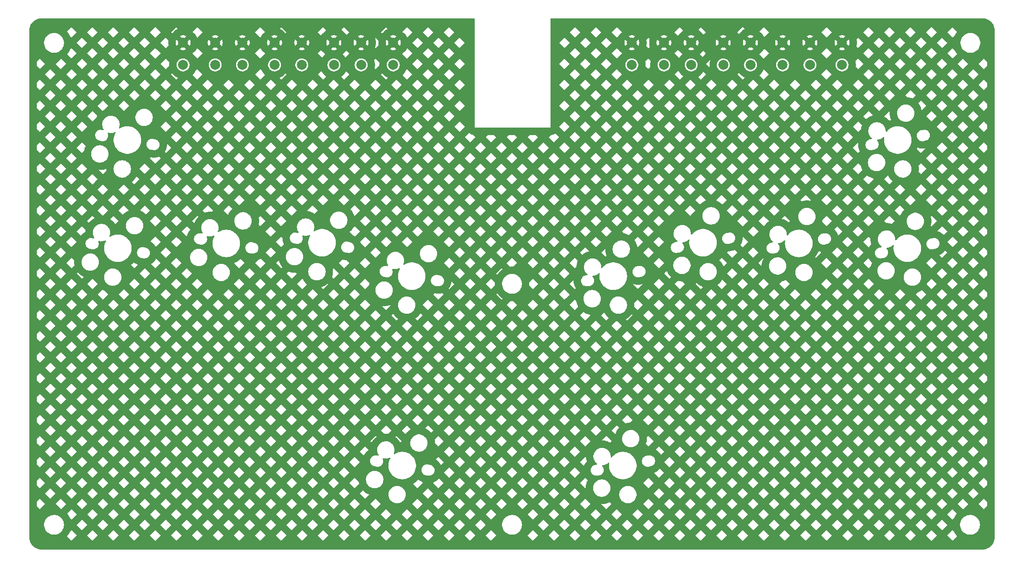
<source format=gtl>
G04 #@! TF.GenerationSoftware,KiCad,Pcbnew,9.0.2-rc1*
G04 #@! TF.CreationDate,2025-07-21T22:58:39+09:00*
G04 #@! TF.ProjectId,MAXCON-zero,4d415843-4f4e-42d7-9a65-726f2e6b6963,rev?*
G04 #@! TF.SameCoordinates,Original*
G04 #@! TF.FileFunction,Copper,L1,Top*
G04 #@! TF.FilePolarity,Positive*
%FSLAX46Y46*%
G04 Gerber Fmt 4.6, Leading zero omitted, Abs format (unit mm)*
G04 Created by KiCad (PCBNEW 9.0.2-rc1) date 2025-07-21 22:58:39*
%MOMM*%
%LPD*%
G01*
G04 APERTURE LIST*
G04 #@! TA.AperFunction,ComponentPad*
%ADD10C,2.000000*%
G04 #@! TD*
G04 APERTURE END LIST*
D10*
G04 #@! TO.P,GP27,1,A*
G04 #@! TO.N,Net-(RZ1-GP27)*
X86270086Y-43792822D03*
X79770086Y-43792822D03*
G04 #@! TO.P,GP27,2,B*
G04 #@! TO.N,GND*
X86270086Y-39292822D03*
X79770086Y-39292822D03*
G04 #@! TD*
G04 #@! TO.P,GP29,1,A*
G04 #@! TO.N,Net-(RZ1-GP29)*
X110270086Y-43792822D03*
X103770086Y-43792822D03*
G04 #@! TO.P,GP29,2,B*
G04 #@! TO.N,GND*
X110270086Y-39292822D03*
X103770086Y-39292822D03*
G04 #@! TD*
G04 #@! TO.P,GP1,1,A*
G04 #@! TO.N,Net-(RZ1-GP1)*
X177022681Y-43792822D03*
X170522681Y-43792822D03*
G04 #@! TO.P,GP1,2,B*
G04 #@! TO.N,GND*
X177022681Y-39292822D03*
X170522681Y-39292822D03*
G04 #@! TD*
G04 #@! TO.P,GP2,1,A*
G04 #@! TO.N,Net-(RZ1-GP2)*
X189022681Y-43792822D03*
X182522681Y-43792822D03*
G04 #@! TO.P,GP2,2,B*
G04 #@! TO.N,GND*
X189022681Y-39292822D03*
X182522681Y-39292822D03*
G04 #@! TD*
G04 #@! TO.P,GP3,1,A*
G04 #@! TO.N,Net-(RZ1-GP3)*
X201045530Y-43792822D03*
X194545530Y-43792822D03*
G04 #@! TO.P,GP3,2,B*
G04 #@! TO.N,GND*
X201045530Y-39292821D03*
X194545529Y-39292822D03*
G04 #@! TD*
G04 #@! TO.P,GP0,1,A*
G04 #@! TO.N,Net-(RZ1-GP0)*
X165022681Y-43792822D03*
X158522681Y-43792822D03*
G04 #@! TO.P,GP0,2,B*
G04 #@! TO.N,GND*
X165022681Y-39292822D03*
X158522681Y-39292822D03*
G04 #@! TD*
G04 #@! TO.P,GP28,1,A*
G04 #@! TO.N,Net-(RZ1-GP28)*
X98270086Y-43792822D03*
X91770086Y-43792822D03*
G04 #@! TO.P,GP28,2,B*
G04 #@! TO.N,GND*
X98270086Y-39292822D03*
X91770086Y-39292822D03*
G04 #@! TD*
G04 #@! TO.P,GP26,1,A*
G04 #@! TO.N,Net-(RZ1-GP26)*
X74270086Y-43792822D03*
X67770086Y-43792822D03*
G04 #@! TO.P,GP26,2,B*
G04 #@! TO.N,GND*
X74270086Y-39292821D03*
X67770085Y-39292822D03*
G04 #@! TD*
G04 #@! TA.AperFunction,Conductor*
G04 #@! TO.N,GND*
G36*
X229427259Y-34341722D02*
G01*
X229691778Y-34357725D01*
X229700446Y-34358557D01*
X229761287Y-34366568D01*
X229767406Y-34367531D01*
X229996724Y-34409557D01*
X230006396Y-34411736D01*
X230058289Y-34425642D01*
X230063034Y-34427016D01*
X230293832Y-34498938D01*
X230304388Y-34502761D01*
X230338637Y-34516948D01*
X230342075Y-34518433D01*
X230578260Y-34624733D01*
X230591506Y-34631685D01*
X230797097Y-34755971D01*
X230836973Y-34780078D01*
X230849296Y-34788584D01*
X231075081Y-34965477D01*
X231086289Y-34975406D01*
X231289110Y-35178229D01*
X231299039Y-35189437D01*
X231475932Y-35415226D01*
X231484438Y-35427550D01*
X231632817Y-35673001D01*
X231639776Y-35686259D01*
X231746094Y-35922488D01*
X231747579Y-35925926D01*
X231761741Y-35960116D01*
X231765565Y-35970679D01*
X231837491Y-36201500D01*
X231838881Y-36206297D01*
X231852758Y-36258088D01*
X231854952Y-36267829D01*
X231896966Y-36497089D01*
X231897936Y-36503256D01*
X231905942Y-36564070D01*
X231906777Y-36572767D01*
X231916634Y-36735701D01*
X231922744Y-36836720D01*
X231922803Y-36837684D01*
X231923029Y-36845172D01*
X231923029Y-139387249D01*
X231922803Y-139394736D01*
X231906825Y-139658871D01*
X231905990Y-139667570D01*
X231897870Y-139729246D01*
X231896900Y-139735412D01*
X231855038Y-139963846D01*
X231852844Y-139973587D01*
X231838709Y-140026340D01*
X231837319Y-140031137D01*
X231765679Y-140261040D01*
X231761856Y-140271599D01*
X231747240Y-140306888D01*
X231745754Y-140310330D01*
X231639899Y-140545530D01*
X231634204Y-140556650D01*
X231633496Y-140557876D01*
X231632232Y-140560014D01*
X231484460Y-140804462D01*
X231475954Y-140816786D01*
X231299059Y-141042578D01*
X231289130Y-141053786D01*
X231086307Y-141256612D01*
X231075099Y-141266541D01*
X230849312Y-141443436D01*
X230836989Y-141451942D01*
X230592537Y-141599721D01*
X230590369Y-141601002D01*
X230589144Y-141601709D01*
X230578053Y-141607387D01*
X230342842Y-141713249D01*
X230339403Y-141714735D01*
X230304134Y-141729344D01*
X230293573Y-141733168D01*
X230063680Y-141804808D01*
X230058884Y-141806197D01*
X230006120Y-141820336D01*
X229996376Y-141822531D01*
X229767928Y-141864397D01*
X229761764Y-141865367D01*
X229700104Y-141873486D01*
X229691405Y-141874321D01*
X229441289Y-141889454D01*
X229427786Y-141890271D01*
X229420299Y-141890497D01*
X39177278Y-141890497D01*
X39169792Y-141890271D01*
X38904076Y-141874200D01*
X38895379Y-141873365D01*
X38837460Y-141865741D01*
X38831293Y-141864771D01*
X38599309Y-141822261D01*
X38589567Y-141820067D01*
X38540850Y-141807014D01*
X38536053Y-141805625D01*
X38400105Y-141763264D01*
X38302271Y-141732778D01*
X38291717Y-141728956D01*
X38282259Y-141725039D01*
X38261073Y-141716263D01*
X38257637Y-141714779D01*
X38018779Y-141607280D01*
X38005520Y-141600321D01*
X37760055Y-141451934D01*
X37747732Y-141443428D01*
X37521948Y-141266540D01*
X37510739Y-141256611D01*
X37307909Y-141053784D01*
X37297979Y-141042575D01*
X37214429Y-140935932D01*
X37121081Y-140816782D01*
X37112583Y-140804471D01*
X36964179Y-140558982D01*
X36957235Y-140545752D01*
X36849865Y-140307186D01*
X36848413Y-140303827D01*
X36835506Y-140272666D01*
X36831693Y-140262135D01*
X36758972Y-140028765D01*
X36757598Y-140024020D01*
X36744405Y-139974779D01*
X36742214Y-139965054D01*
X36699790Y-139733551D01*
X36698826Y-139727426D01*
X36691116Y-139668857D01*
X36690287Y-139660219D01*
X36674255Y-139395166D01*
X36674029Y-139387680D01*
X36674029Y-139209279D01*
X44299411Y-139209279D01*
X45179890Y-140089758D01*
X46241965Y-139027684D01*
X48360456Y-139027684D01*
X49422531Y-140089759D01*
X50484606Y-139027684D01*
X52603097Y-139027684D01*
X53665172Y-140089759D01*
X54727247Y-139027684D01*
X56845738Y-139027684D01*
X57907813Y-140089759D01*
X58969888Y-139027684D01*
X61088378Y-139027684D01*
X62150453Y-140089759D01*
X63212528Y-139027684D01*
X65331019Y-139027684D01*
X66393094Y-140089759D01*
X67455169Y-139027684D01*
X69573660Y-139027684D01*
X70635735Y-140089759D01*
X71697810Y-139027684D01*
X73816300Y-139027684D01*
X74878375Y-140089758D01*
X75940450Y-139027684D01*
X78058941Y-139027684D01*
X79121016Y-140089759D01*
X80183091Y-139027684D01*
X82301582Y-139027684D01*
X83363657Y-140089759D01*
X84425732Y-139027684D01*
X86544222Y-139027684D01*
X87606297Y-140089758D01*
X88668372Y-139027684D01*
X90786863Y-139027684D01*
X91848938Y-140089759D01*
X92911013Y-139027684D01*
X95029504Y-139027684D01*
X96091579Y-140089759D01*
X97153654Y-139027684D01*
X99272145Y-139027684D01*
X100334219Y-140089758D01*
X101396294Y-139027684D01*
X103514785Y-139027684D01*
X104576860Y-140089759D01*
X105638935Y-139027684D01*
X107757426Y-139027684D01*
X108819501Y-140089759D01*
X109881576Y-139027684D01*
X112000067Y-139027684D01*
X113062141Y-140089758D01*
X114124216Y-139027684D01*
X116242707Y-139027684D01*
X117304782Y-140089759D01*
X118366857Y-139027684D01*
X120485348Y-139027684D01*
X121547423Y-140089759D01*
X122609498Y-139027684D01*
X124727989Y-139027684D01*
X125790063Y-140089758D01*
X126852138Y-139027684D01*
X128970629Y-139027684D01*
X130032704Y-140089759D01*
X131094779Y-139027684D01*
X137455911Y-139027684D01*
X138517986Y-140089759D01*
X139580061Y-139027684D01*
X141698551Y-139027684D01*
X142760626Y-140089758D01*
X143822701Y-139027684D01*
X145941192Y-139027684D01*
X147003267Y-140089759D01*
X148065342Y-139027684D01*
X150183833Y-139027684D01*
X151245908Y-140089759D01*
X152307983Y-139027684D01*
X154426473Y-139027684D01*
X155488548Y-140089758D01*
X156550623Y-139027684D01*
X158669114Y-139027684D01*
X159731189Y-140089759D01*
X160793264Y-139027684D01*
X162911755Y-139027684D01*
X163973830Y-140089759D01*
X165035905Y-139027684D01*
X167154396Y-139027684D01*
X168216470Y-140089758D01*
X169278545Y-139027684D01*
X171397036Y-139027684D01*
X172459111Y-140089759D01*
X173521186Y-139027684D01*
X175639677Y-139027684D01*
X176701752Y-140089759D01*
X177763827Y-139027684D01*
X179882318Y-139027684D01*
X180944392Y-140089758D01*
X182006467Y-139027684D01*
X184124958Y-139027684D01*
X185187033Y-140089759D01*
X186249108Y-139027684D01*
X188367599Y-139027684D01*
X189429674Y-140089759D01*
X190491749Y-139027684D01*
X192610240Y-139027684D01*
X193672314Y-140089758D01*
X194734389Y-139027684D01*
X196852880Y-139027684D01*
X197914955Y-140089759D01*
X198977030Y-139027684D01*
X201095521Y-139027684D01*
X202157596Y-140089759D01*
X203219671Y-139027684D01*
X205338162Y-139027684D01*
X206400237Y-140089759D01*
X207462312Y-139027684D01*
X209580802Y-139027684D01*
X210642877Y-140089758D01*
X211704952Y-139027684D01*
X213823443Y-139027684D01*
X214885518Y-140089759D01*
X215947593Y-139027684D01*
X218066084Y-139027684D01*
X219128159Y-140089759D01*
X220190234Y-139027684D01*
X222308724Y-139027684D01*
X223370798Y-140089758D01*
X224275983Y-139184573D01*
X224273762Y-139182039D01*
X224271140Y-139178948D01*
X224245230Y-139147373D01*
X224242713Y-139144201D01*
X224053245Y-138897284D01*
X224050829Y-138894026D01*
X224027002Y-138860777D01*
X224024691Y-138857439D01*
X223997450Y-138816670D01*
X223995252Y-138813261D01*
X223973643Y-138778512D01*
X223971556Y-138775030D01*
X223815928Y-138505473D01*
X223813958Y-138501928D01*
X223794687Y-138465876D01*
X223792834Y-138462270D01*
X223771148Y-138418300D01*
X223769412Y-138414629D01*
X223752516Y-138377341D01*
X223750901Y-138373616D01*
X223731168Y-138325978D01*
X223370799Y-137965609D01*
X222308724Y-139027684D01*
X220190234Y-139027684D01*
X219128159Y-137965609D01*
X218066084Y-139027684D01*
X215947593Y-139027684D01*
X214885518Y-137965609D01*
X213823443Y-139027684D01*
X211704952Y-139027684D01*
X210642877Y-137965609D01*
X209580802Y-139027684D01*
X207462312Y-139027684D01*
X206400237Y-137965609D01*
X205338162Y-139027684D01*
X203219671Y-139027684D01*
X202157596Y-137965609D01*
X201095521Y-139027684D01*
X198977030Y-139027684D01*
X197914955Y-137965609D01*
X196852880Y-139027684D01*
X194734389Y-139027684D01*
X193672314Y-137965609D01*
X192610240Y-139027684D01*
X190491749Y-139027684D01*
X189429674Y-137965609D01*
X188367599Y-139027684D01*
X186249108Y-139027684D01*
X185187033Y-137965609D01*
X184124958Y-139027684D01*
X182006467Y-139027684D01*
X180944392Y-137965609D01*
X179882318Y-139027684D01*
X177763827Y-139027684D01*
X176701752Y-137965609D01*
X175639677Y-139027684D01*
X173521186Y-139027684D01*
X172459111Y-137965609D01*
X171397036Y-139027684D01*
X169278545Y-139027684D01*
X168216470Y-137965609D01*
X167154396Y-139027684D01*
X165035905Y-139027684D01*
X163973830Y-137965609D01*
X162911755Y-139027684D01*
X160793264Y-139027684D01*
X159731189Y-137965609D01*
X158669114Y-139027684D01*
X156550623Y-139027684D01*
X155488548Y-137965609D01*
X154426473Y-139027684D01*
X152307983Y-139027684D01*
X151245908Y-137965609D01*
X150183833Y-139027684D01*
X148065342Y-139027684D01*
X147003267Y-137965609D01*
X145941192Y-139027684D01*
X143822701Y-139027684D01*
X142760626Y-137965609D01*
X141698551Y-139027684D01*
X139580061Y-139027684D01*
X138517986Y-137965609D01*
X137455911Y-139027684D01*
X131094779Y-139027684D01*
X130032704Y-137965609D01*
X128970629Y-139027684D01*
X126852138Y-139027684D01*
X125790063Y-137965609D01*
X124727989Y-139027684D01*
X122609498Y-139027684D01*
X121547423Y-137965609D01*
X120485348Y-139027684D01*
X118366857Y-139027684D01*
X117304782Y-137965609D01*
X116242707Y-139027684D01*
X114124216Y-139027684D01*
X113062141Y-137965609D01*
X112000067Y-139027684D01*
X109881576Y-139027684D01*
X108819501Y-137965609D01*
X107757426Y-139027684D01*
X105638935Y-139027684D01*
X104576860Y-137965609D01*
X103514785Y-139027684D01*
X101396294Y-139027684D01*
X100334219Y-137965609D01*
X99272145Y-139027684D01*
X97153654Y-139027684D01*
X96091579Y-137965609D01*
X95029504Y-139027684D01*
X92911013Y-139027684D01*
X91848938Y-137965609D01*
X90786863Y-139027684D01*
X88668372Y-139027684D01*
X87606297Y-137965609D01*
X86544222Y-139027684D01*
X84425732Y-139027684D01*
X83363657Y-137965609D01*
X82301582Y-139027684D01*
X80183091Y-139027684D01*
X79121016Y-137965609D01*
X78058941Y-139027684D01*
X75940450Y-139027684D01*
X74878375Y-137965609D01*
X73816300Y-139027684D01*
X71697810Y-139027684D01*
X70635735Y-137965609D01*
X69573660Y-139027684D01*
X67455169Y-139027684D01*
X66393094Y-137965609D01*
X65331019Y-139027684D01*
X63212528Y-139027684D01*
X62150453Y-137965609D01*
X61088378Y-139027684D01*
X58969888Y-139027684D01*
X57907813Y-137965609D01*
X56845738Y-139027684D01*
X54727247Y-139027684D01*
X53665172Y-137965609D01*
X52603097Y-139027684D01*
X50484606Y-139027684D01*
X49422531Y-137965609D01*
X48360456Y-139027684D01*
X46241965Y-139027684D01*
X45179890Y-137965608D01*
X44898674Y-138246824D01*
X44846157Y-138373615D01*
X44844542Y-138377341D01*
X44827646Y-138414629D01*
X44825910Y-138418300D01*
X44804224Y-138462270D01*
X44802371Y-138465876D01*
X44783100Y-138501928D01*
X44781130Y-138505473D01*
X44625502Y-138775030D01*
X44623415Y-138778512D01*
X44601806Y-138813261D01*
X44599608Y-138816670D01*
X44572367Y-138857439D01*
X44570056Y-138860777D01*
X44546229Y-138894026D01*
X44543813Y-138897284D01*
X44354345Y-139144201D01*
X44351828Y-139147373D01*
X44325918Y-139178948D01*
X44323296Y-139182039D01*
X44299411Y-139209279D01*
X36674029Y-139209279D01*
X36674029Y-136759869D01*
X39673029Y-136759869D01*
X39673029Y-137022124D01*
X39699652Y-137224336D01*
X39707259Y-137282113D01*
X39775131Y-137535415D01*
X39775134Y-137535425D01*
X39875482Y-137777687D01*
X39875487Y-137777697D01*
X40006604Y-138004800D01*
X40166247Y-138212848D01*
X40166255Y-138212857D01*
X40351669Y-138398271D01*
X40351677Y-138398278D01*
X40559725Y-138557921D01*
X40786828Y-138689038D01*
X40786838Y-138689043D01*
X41002836Y-138778512D01*
X41029110Y-138789395D01*
X41282413Y-138857267D01*
X41542409Y-138891497D01*
X41542416Y-138891497D01*
X41804642Y-138891497D01*
X41804649Y-138891497D01*
X42064645Y-138857267D01*
X42317948Y-138789395D01*
X42560226Y-138689040D01*
X42787332Y-138557921D01*
X42995380Y-138398279D01*
X42995384Y-138398274D01*
X42995389Y-138398271D01*
X43180803Y-138212857D01*
X43180806Y-138212852D01*
X43180811Y-138212848D01*
X43340453Y-138004800D01*
X43471572Y-137777694D01*
X43571927Y-137535416D01*
X43639799Y-137282113D01*
X43674029Y-137022117D01*
X43674029Y-136906363D01*
X46239136Y-136906363D01*
X47301211Y-137968438D01*
X48363285Y-136906363D01*
X50481777Y-136906363D01*
X51543851Y-137968437D01*
X52605926Y-136906363D01*
X54724417Y-136906363D01*
X55786492Y-137968438D01*
X56848566Y-136906363D01*
X58967058Y-136906363D01*
X60029133Y-137968438D01*
X61091207Y-136906363D01*
X63209699Y-136906363D01*
X64271774Y-137968438D01*
X65333848Y-136906363D01*
X67452339Y-136906363D01*
X68514414Y-137968438D01*
X69576488Y-136906363D01*
X71694980Y-136906363D01*
X72757055Y-137968438D01*
X73819129Y-136906363D01*
X75937621Y-136906363D01*
X76999696Y-137968438D01*
X78061770Y-136906363D01*
X80180261Y-136906363D01*
X81242336Y-137968437D01*
X82304410Y-136906363D01*
X84422902Y-136906363D01*
X85484977Y-137968438D01*
X86547051Y-136906363D01*
X88665543Y-136906363D01*
X89727618Y-137968438D01*
X90789692Y-136906363D01*
X92908183Y-136906363D01*
X93970258Y-137968437D01*
X95032332Y-136906363D01*
X97150824Y-136906363D01*
X98212899Y-137968438D01*
X99274973Y-136906363D01*
X101393465Y-136906363D01*
X102455540Y-137968438D01*
X103517614Y-136906363D01*
X105636106Y-136906363D01*
X106698180Y-137968437D01*
X107760255Y-136906363D01*
X109878746Y-136906363D01*
X110940821Y-137968438D01*
X112002895Y-136906363D01*
X114121387Y-136906363D01*
X115183462Y-137968438D01*
X116245536Y-136906363D01*
X118364028Y-136906363D01*
X119426102Y-137968437D01*
X120488177Y-136906363D01*
X122606668Y-136906363D01*
X123668743Y-137968438D01*
X124730817Y-136906363D01*
X126849309Y-136906363D01*
X127911384Y-137968438D01*
X128973458Y-136906363D01*
X128826964Y-136759869D01*
X132298029Y-136759869D01*
X132298029Y-137022124D01*
X132324652Y-137224336D01*
X132332259Y-137282113D01*
X132400131Y-137535415D01*
X132400134Y-137535425D01*
X132500482Y-137777687D01*
X132500487Y-137777697D01*
X132631604Y-138004800D01*
X132791247Y-138212848D01*
X132791255Y-138212857D01*
X132976669Y-138398271D01*
X132976677Y-138398278D01*
X133184725Y-138557921D01*
X133411828Y-138689038D01*
X133411838Y-138689043D01*
X133627836Y-138778512D01*
X133654110Y-138789395D01*
X133907413Y-138857267D01*
X134167409Y-138891497D01*
X134167416Y-138891497D01*
X134429642Y-138891497D01*
X134429649Y-138891497D01*
X134689645Y-138857267D01*
X134942948Y-138789395D01*
X135185226Y-138689040D01*
X135412332Y-138557921D01*
X135620380Y-138398279D01*
X135620384Y-138398274D01*
X135620389Y-138398271D01*
X135805803Y-138212857D01*
X135805806Y-138212852D01*
X135805811Y-138212848D01*
X135965453Y-138004800D01*
X136096572Y-137777694D01*
X136196927Y-137535416D01*
X136264799Y-137282113D01*
X136299029Y-137022117D01*
X136299029Y-136906363D01*
X139577231Y-136906363D01*
X140639306Y-137968438D01*
X141701380Y-136906363D01*
X143819872Y-136906363D01*
X144881947Y-137968438D01*
X145944021Y-136906363D01*
X148062512Y-136906363D01*
X149124587Y-137968437D01*
X150186661Y-136906363D01*
X152305153Y-136906363D01*
X153367228Y-137968438D01*
X154429302Y-136906363D01*
X156547794Y-136906363D01*
X157609869Y-137968438D01*
X158671943Y-136906363D01*
X160790434Y-136906363D01*
X161852509Y-137968437D01*
X162914583Y-136906363D01*
X165033075Y-136906363D01*
X166095150Y-137968438D01*
X167157224Y-136906363D01*
X169275716Y-136906363D01*
X170337791Y-137968438D01*
X171399865Y-136906363D01*
X173518357Y-136906363D01*
X174580431Y-137968437D01*
X175642506Y-136906363D01*
X177760997Y-136906363D01*
X178823072Y-137968438D01*
X179885146Y-136906363D01*
X182003638Y-136906363D01*
X183065713Y-137968438D01*
X184127787Y-136906363D01*
X186246279Y-136906363D01*
X187308353Y-137968437D01*
X188370428Y-136906363D01*
X190488919Y-136906363D01*
X191550994Y-137968438D01*
X192613068Y-136906363D01*
X194731560Y-136906363D01*
X195793635Y-137968438D01*
X196855709Y-136906363D01*
X198974201Y-136906363D01*
X200036276Y-137968438D01*
X201098350Y-136906363D01*
X203216841Y-136906363D01*
X204278916Y-137968438D01*
X205340990Y-136906363D01*
X207459482Y-136906363D01*
X208521557Y-137968438D01*
X209583631Y-136906363D01*
X211702123Y-136906363D01*
X212764198Y-137968438D01*
X213826272Y-136906363D01*
X215944763Y-136906363D01*
X217006838Y-137968437D01*
X218068912Y-136906363D01*
X220187404Y-136906363D01*
X221249479Y-137968438D01*
X222311553Y-136906363D01*
X222165059Y-136759869D01*
X224923029Y-136759869D01*
X224923029Y-137022124D01*
X224949652Y-137224336D01*
X224957259Y-137282113D01*
X225025131Y-137535415D01*
X225025134Y-137535425D01*
X225125482Y-137777687D01*
X225125487Y-137777697D01*
X225256604Y-138004800D01*
X225416247Y-138212848D01*
X225416255Y-138212857D01*
X225601669Y-138398271D01*
X225601677Y-138398278D01*
X225809725Y-138557921D01*
X226036828Y-138689038D01*
X226036838Y-138689043D01*
X226252836Y-138778512D01*
X226279110Y-138789395D01*
X226532413Y-138857267D01*
X226792409Y-138891497D01*
X226792416Y-138891497D01*
X227054642Y-138891497D01*
X227054649Y-138891497D01*
X227314645Y-138857267D01*
X227567948Y-138789395D01*
X227810226Y-138689040D01*
X228037332Y-138557921D01*
X228245380Y-138398279D01*
X228245384Y-138398274D01*
X228245389Y-138398271D01*
X228430803Y-138212857D01*
X228430806Y-138212852D01*
X228430811Y-138212848D01*
X228590453Y-138004800D01*
X228721572Y-137777694D01*
X228821927Y-137535416D01*
X228889799Y-137282113D01*
X228924029Y-137022117D01*
X228924029Y-136759877D01*
X228889799Y-136499881D01*
X228821927Y-136246578D01*
X228821923Y-136246568D01*
X228721575Y-136004306D01*
X228721570Y-136004296D01*
X228590453Y-135777193D01*
X228430810Y-135569145D01*
X228430803Y-135569137D01*
X228245389Y-135383723D01*
X228245380Y-135383715D01*
X228037332Y-135224072D01*
X227810229Y-135092955D01*
X227810219Y-135092950D01*
X227567957Y-134992602D01*
X227567950Y-134992600D01*
X227567948Y-134992599D01*
X227314645Y-134924727D01*
X227256868Y-134917120D01*
X227054656Y-134890497D01*
X227054649Y-134890497D01*
X226792409Y-134890497D01*
X226792401Y-134890497D01*
X226561301Y-134920923D01*
X226532413Y-134924727D01*
X226368180Y-134968733D01*
X226279110Y-134992599D01*
X226279100Y-134992602D01*
X226036838Y-135092950D01*
X226036828Y-135092955D01*
X225809725Y-135224072D01*
X225601677Y-135383715D01*
X225416247Y-135569145D01*
X225256604Y-135777193D01*
X225125487Y-136004296D01*
X225125482Y-136004306D01*
X225025134Y-136246568D01*
X225025131Y-136246578D01*
X224957259Y-136499882D01*
X224923029Y-136759869D01*
X222165059Y-136759869D01*
X221249479Y-135844288D01*
X220187404Y-136906363D01*
X218068912Y-136906363D01*
X217006838Y-135844288D01*
X215944763Y-136906363D01*
X213826272Y-136906363D01*
X212764198Y-135844288D01*
X211702123Y-136906363D01*
X209583631Y-136906363D01*
X208521557Y-135844288D01*
X207459482Y-136906363D01*
X205340990Y-136906363D01*
X204278916Y-135844288D01*
X203216841Y-136906363D01*
X201098350Y-136906363D01*
X200036276Y-135844288D01*
X198974201Y-136906363D01*
X196855709Y-136906363D01*
X195793635Y-135844288D01*
X194731560Y-136906363D01*
X192613068Y-136906363D01*
X191550994Y-135844288D01*
X190488919Y-136906363D01*
X188370428Y-136906363D01*
X187308353Y-135844288D01*
X186246279Y-136906363D01*
X184127787Y-136906363D01*
X183065713Y-135844288D01*
X182003638Y-136906363D01*
X179885146Y-136906363D01*
X178823072Y-135844288D01*
X177760997Y-136906363D01*
X175642506Y-136906363D01*
X174580431Y-135844288D01*
X173518357Y-136906363D01*
X171399865Y-136906363D01*
X170337791Y-135844288D01*
X169275716Y-136906363D01*
X167157224Y-136906363D01*
X166095150Y-135844288D01*
X165033075Y-136906363D01*
X162914583Y-136906363D01*
X161852509Y-135844288D01*
X160790434Y-136906363D01*
X158671943Y-136906363D01*
X157609869Y-135844288D01*
X156547794Y-136906363D01*
X154429302Y-136906363D01*
X153367228Y-135844288D01*
X152305153Y-136906363D01*
X150186661Y-136906363D01*
X149124587Y-135844288D01*
X148062512Y-136906363D01*
X145944021Y-136906363D01*
X144881947Y-135844288D01*
X143819872Y-136906363D01*
X141701380Y-136906363D01*
X140639306Y-135844288D01*
X139577231Y-136906363D01*
X136299029Y-136906363D01*
X136299029Y-136759877D01*
X136264799Y-136499881D01*
X136196927Y-136246578D01*
X136196923Y-136246568D01*
X136096575Y-136004306D01*
X136096570Y-136004296D01*
X135965453Y-135777193D01*
X135805810Y-135569145D01*
X135805803Y-135569137D01*
X135620389Y-135383723D01*
X135620380Y-135383715D01*
X135412332Y-135224072D01*
X135185229Y-135092955D01*
X135185219Y-135092950D01*
X134942957Y-134992602D01*
X134942950Y-134992600D01*
X134942948Y-134992599D01*
X134689645Y-134924727D01*
X134631868Y-134917120D01*
X134429656Y-134890497D01*
X134429649Y-134890497D01*
X134167409Y-134890497D01*
X134167401Y-134890497D01*
X133936301Y-134920923D01*
X133907413Y-134924727D01*
X133743180Y-134968733D01*
X133654110Y-134992599D01*
X133654100Y-134992602D01*
X133411838Y-135092950D01*
X133411828Y-135092955D01*
X133184725Y-135224072D01*
X132976677Y-135383715D01*
X132791247Y-135569145D01*
X132631604Y-135777193D01*
X132500487Y-136004296D01*
X132500482Y-136004306D01*
X132400134Y-136246568D01*
X132400131Y-136246578D01*
X132332259Y-136499882D01*
X132298029Y-136759869D01*
X128826964Y-136759869D01*
X127911384Y-135844288D01*
X126849309Y-136906363D01*
X124730817Y-136906363D01*
X123668743Y-135844288D01*
X122606668Y-136906363D01*
X120488177Y-136906363D01*
X119426102Y-135844288D01*
X118364028Y-136906363D01*
X116245536Y-136906363D01*
X115183462Y-135844288D01*
X114121387Y-136906363D01*
X112002895Y-136906363D01*
X110940821Y-135844288D01*
X109878746Y-136906363D01*
X107760255Y-136906363D01*
X106698180Y-135844288D01*
X105636106Y-136906363D01*
X103517614Y-136906363D01*
X102455540Y-135844288D01*
X101393465Y-136906363D01*
X99274973Y-136906363D01*
X98212899Y-135844288D01*
X97150824Y-136906363D01*
X95032332Y-136906363D01*
X93970258Y-135844288D01*
X92908183Y-136906363D01*
X90789692Y-136906363D01*
X89727618Y-135844288D01*
X88665543Y-136906363D01*
X86547051Y-136906363D01*
X85484977Y-135844288D01*
X84422902Y-136906363D01*
X82304410Y-136906363D01*
X81242336Y-135844288D01*
X80180261Y-136906363D01*
X78061770Y-136906363D01*
X76999696Y-135844288D01*
X75937621Y-136906363D01*
X73819129Y-136906363D01*
X72757055Y-135844288D01*
X71694980Y-136906363D01*
X69576488Y-136906363D01*
X68514414Y-135844288D01*
X67452339Y-136906363D01*
X65333848Y-136906363D01*
X64271774Y-135844288D01*
X63209699Y-136906363D01*
X61091207Y-136906363D01*
X60029133Y-135844288D01*
X58967058Y-136906363D01*
X56848566Y-136906363D01*
X55786492Y-135844288D01*
X54724417Y-136906363D01*
X52605926Y-136906363D01*
X51543851Y-135844288D01*
X50481777Y-136906363D01*
X48363285Y-136906363D01*
X47301211Y-135844288D01*
X46239136Y-136906363D01*
X43674029Y-136906363D01*
X43674029Y-136759877D01*
X43639799Y-136499881D01*
X43571927Y-136246578D01*
X43571923Y-136246568D01*
X43471575Y-136004306D01*
X43471570Y-136004296D01*
X43340453Y-135777193D01*
X43180810Y-135569145D01*
X43180803Y-135569137D01*
X42995389Y-135383723D01*
X42995380Y-135383715D01*
X42787332Y-135224072D01*
X42560229Y-135092955D01*
X42560219Y-135092950D01*
X42317957Y-134992602D01*
X42317950Y-134992600D01*
X42317948Y-134992599D01*
X42064645Y-134924727D01*
X42006868Y-134917120D01*
X41804656Y-134890497D01*
X41804649Y-134890497D01*
X41542409Y-134890497D01*
X41542401Y-134890497D01*
X41311301Y-134920923D01*
X41282413Y-134924727D01*
X41118180Y-134968733D01*
X41029110Y-134992599D01*
X41029100Y-134992602D01*
X40786838Y-135092950D01*
X40786828Y-135092955D01*
X40559725Y-135224072D01*
X40351677Y-135383715D01*
X40166247Y-135569145D01*
X40006604Y-135777193D01*
X39875487Y-136004296D01*
X39875482Y-136004306D01*
X39775134Y-136246568D01*
X39775131Y-136246578D01*
X39707259Y-136499882D01*
X39673029Y-136759869D01*
X36674029Y-136759869D01*
X36674029Y-134589089D01*
X44313769Y-134589089D01*
X44323296Y-134599955D01*
X44325918Y-134603046D01*
X44351828Y-134634621D01*
X44354345Y-134637793D01*
X44543813Y-134884710D01*
X44546229Y-134887968D01*
X44570056Y-134921217D01*
X44572367Y-134924555D01*
X44599608Y-134965324D01*
X44601806Y-134968733D01*
X44623415Y-135003482D01*
X44625502Y-135006964D01*
X44781130Y-135276521D01*
X44783100Y-135280066D01*
X44802371Y-135316118D01*
X44804224Y-135319724D01*
X44825910Y-135363694D01*
X44827646Y-135367365D01*
X44844542Y-135404653D01*
X44846157Y-135408379D01*
X44920405Y-135587632D01*
X45179890Y-135847117D01*
X46241965Y-134785043D01*
X48360456Y-134785043D01*
X49422531Y-135847118D01*
X50484606Y-134785043D01*
X52603097Y-134785043D01*
X53665172Y-135847118D01*
X54727247Y-134785043D01*
X56845738Y-134785043D01*
X57907813Y-135847118D01*
X58969888Y-134785043D01*
X61088378Y-134785043D01*
X62150453Y-135847118D01*
X63212528Y-134785043D01*
X65331019Y-134785043D01*
X66393094Y-135847118D01*
X67455169Y-134785043D01*
X69573660Y-134785043D01*
X70635735Y-135847118D01*
X71697810Y-134785043D01*
X73816300Y-134785043D01*
X74878375Y-135847117D01*
X75940450Y-134785043D01*
X78058941Y-134785043D01*
X79121016Y-135847118D01*
X80183091Y-134785043D01*
X82301582Y-134785043D01*
X83363657Y-135847118D01*
X84425732Y-134785043D01*
X86544222Y-134785043D01*
X87606297Y-135847117D01*
X88668372Y-134785043D01*
X90786863Y-134785043D01*
X91848938Y-135847118D01*
X92911013Y-134785043D01*
X95029504Y-134785043D01*
X96091579Y-135847118D01*
X97153654Y-134785043D01*
X99272145Y-134785043D01*
X100334219Y-135847117D01*
X101396294Y-134785043D01*
X103514785Y-134785043D01*
X104576860Y-135847118D01*
X105638935Y-134785043D01*
X107757426Y-134785043D01*
X108819501Y-135847118D01*
X109881576Y-134785043D01*
X112000067Y-134785043D01*
X113062141Y-135847117D01*
X114124216Y-134785043D01*
X116242707Y-134785043D01*
X117304782Y-135847118D01*
X118366857Y-134785043D01*
X120485348Y-134785043D01*
X121547423Y-135847118D01*
X122609498Y-134785043D01*
X124727989Y-134785043D01*
X125790063Y-135847117D01*
X126852138Y-134785043D01*
X128970629Y-134785043D01*
X130032704Y-135847118D01*
X131094779Y-134785043D01*
X137455911Y-134785043D01*
X138517986Y-135847118D01*
X139580061Y-134785043D01*
X141698551Y-134785043D01*
X142760626Y-135847117D01*
X143822701Y-134785043D01*
X145941192Y-134785043D01*
X147003267Y-135847118D01*
X148065342Y-134785043D01*
X150183833Y-134785043D01*
X151245908Y-135847118D01*
X152307983Y-134785043D01*
X154426473Y-134785043D01*
X155488548Y-135847117D01*
X156550623Y-134785043D01*
X158669114Y-134785043D01*
X159731189Y-135847118D01*
X160793264Y-134785043D01*
X162911755Y-134785043D01*
X163973830Y-135847118D01*
X165035905Y-134785043D01*
X167154396Y-134785043D01*
X168216470Y-135847117D01*
X169278545Y-134785043D01*
X171397036Y-134785043D01*
X172459111Y-135847118D01*
X173521186Y-134785043D01*
X175639677Y-134785043D01*
X176701752Y-135847118D01*
X177763827Y-134785043D01*
X179882318Y-134785043D01*
X180944392Y-135847117D01*
X182006467Y-134785043D01*
X184124958Y-134785043D01*
X185187033Y-135847118D01*
X186249108Y-134785043D01*
X188367599Y-134785043D01*
X189429674Y-135847118D01*
X190491749Y-134785043D01*
X192610240Y-134785043D01*
X193672314Y-135847117D01*
X194734389Y-134785043D01*
X196852880Y-134785043D01*
X197914955Y-135847118D01*
X198977030Y-134785043D01*
X201095521Y-134785043D01*
X202157596Y-135847118D01*
X203219671Y-134785043D01*
X205338162Y-134785043D01*
X206400237Y-135847118D01*
X207462312Y-134785043D01*
X209580802Y-134785043D01*
X210642877Y-135847117D01*
X211704952Y-134785043D01*
X213823443Y-134785043D01*
X214885518Y-135847118D01*
X215947593Y-134785043D01*
X218066084Y-134785043D01*
X219128159Y-135847118D01*
X220190234Y-134785043D01*
X222308724Y-134785043D01*
X223370798Y-135847117D01*
X223709437Y-135508478D01*
X223750901Y-135408378D01*
X223752516Y-135404653D01*
X223769412Y-135367365D01*
X223771148Y-135363694D01*
X223792834Y-135319724D01*
X223794687Y-135316118D01*
X223813958Y-135280066D01*
X223815928Y-135276521D01*
X223971556Y-135006964D01*
X223973643Y-135003482D01*
X223995252Y-134968733D01*
X223997450Y-134965324D01*
X224024691Y-134924555D01*
X224027002Y-134921217D01*
X224050829Y-134887968D01*
X224053245Y-134884710D01*
X224242713Y-134637793D01*
X224245230Y-134634621D01*
X224262006Y-134614175D01*
X223370799Y-133722968D01*
X222308724Y-134785043D01*
X220190234Y-134785043D01*
X219128159Y-133722968D01*
X218066084Y-134785043D01*
X215947593Y-134785043D01*
X214885518Y-133722968D01*
X213823443Y-134785043D01*
X211704952Y-134785043D01*
X210642877Y-133722968D01*
X209580802Y-134785043D01*
X207462312Y-134785043D01*
X206400237Y-133722968D01*
X205338162Y-134785043D01*
X203219671Y-134785043D01*
X202157596Y-133722968D01*
X201095521Y-134785043D01*
X198977030Y-134785043D01*
X197914955Y-133722968D01*
X196852880Y-134785043D01*
X194734389Y-134785043D01*
X193672314Y-133722968D01*
X192610240Y-134785043D01*
X190491749Y-134785043D01*
X189429674Y-133722968D01*
X188367599Y-134785043D01*
X186249108Y-134785043D01*
X185187033Y-133722968D01*
X184124958Y-134785043D01*
X182006467Y-134785043D01*
X180944392Y-133722968D01*
X179882318Y-134785043D01*
X177763827Y-134785043D01*
X176701752Y-133722968D01*
X175639677Y-134785043D01*
X173521186Y-134785043D01*
X172459111Y-133722968D01*
X171397036Y-134785043D01*
X169278545Y-134785043D01*
X168216470Y-133722968D01*
X167154396Y-134785043D01*
X165035905Y-134785043D01*
X163973830Y-133722968D01*
X162911755Y-134785043D01*
X160793264Y-134785043D01*
X159731189Y-133722968D01*
X158669114Y-134785043D01*
X156550623Y-134785043D01*
X155488548Y-133722968D01*
X154426473Y-134785043D01*
X152307983Y-134785043D01*
X151245908Y-133722968D01*
X150183833Y-134785043D01*
X148065342Y-134785043D01*
X147003267Y-133722968D01*
X145941192Y-134785043D01*
X143822701Y-134785043D01*
X142760626Y-133722968D01*
X141698551Y-134785043D01*
X139580061Y-134785043D01*
X138517986Y-133722968D01*
X137455911Y-134785043D01*
X131094779Y-134785043D01*
X130032704Y-133722968D01*
X128970629Y-134785043D01*
X126852138Y-134785043D01*
X125790063Y-133722968D01*
X124727989Y-134785043D01*
X122609498Y-134785043D01*
X121547423Y-133722968D01*
X120485348Y-134785043D01*
X118366857Y-134785043D01*
X117304782Y-133722968D01*
X116242707Y-134785043D01*
X114124216Y-134785043D01*
X113062141Y-133722968D01*
X112000067Y-134785043D01*
X109881576Y-134785043D01*
X108819501Y-133722968D01*
X107757426Y-134785043D01*
X105638935Y-134785043D01*
X104576860Y-133722968D01*
X103514785Y-134785043D01*
X101396294Y-134785043D01*
X100334219Y-133722968D01*
X99272145Y-134785043D01*
X97153654Y-134785043D01*
X96091579Y-133722968D01*
X95029504Y-134785043D01*
X92911013Y-134785043D01*
X91848938Y-133722968D01*
X90786863Y-134785043D01*
X88668372Y-134785043D01*
X87606297Y-133722968D01*
X86544222Y-134785043D01*
X84425732Y-134785043D01*
X83363657Y-133722968D01*
X82301582Y-134785043D01*
X80183091Y-134785043D01*
X79121016Y-133722968D01*
X78058941Y-134785043D01*
X75940450Y-134785043D01*
X74878375Y-133722968D01*
X73816300Y-134785043D01*
X71697810Y-134785043D01*
X70635735Y-133722968D01*
X69573660Y-134785043D01*
X67455169Y-134785043D01*
X66393094Y-133722968D01*
X65331019Y-134785043D01*
X63212528Y-134785043D01*
X62150453Y-133722968D01*
X61088378Y-134785043D01*
X58969888Y-134785043D01*
X57907813Y-133722968D01*
X56845738Y-134785043D01*
X54727247Y-134785043D01*
X53665172Y-133722968D01*
X52603097Y-134785043D01*
X50484606Y-134785043D01*
X49422531Y-133722968D01*
X48360456Y-134785043D01*
X46241965Y-134785043D01*
X45179890Y-133722968D01*
X44313769Y-134589089D01*
X36674029Y-134589089D01*
X36674029Y-132245549D01*
X38172029Y-132245549D01*
X38172029Y-133081897D01*
X38815929Y-133725797D01*
X39878004Y-132663723D01*
X41996495Y-132663723D01*
X42976889Y-133644117D01*
X43092402Y-133691964D01*
X44120643Y-132663723D01*
X46239136Y-132663723D01*
X47301211Y-133725798D01*
X48363286Y-132663723D01*
X50481777Y-132663723D01*
X51543851Y-133725797D01*
X52605926Y-132663723D01*
X54724417Y-132663723D01*
X55786492Y-133725798D01*
X56848567Y-132663723D01*
X58967058Y-132663723D01*
X60029133Y-133725798D01*
X61091208Y-132663723D01*
X63209699Y-132663723D01*
X64271774Y-133725798D01*
X65333849Y-132663723D01*
X67452339Y-132663723D01*
X68514414Y-133725798D01*
X69576489Y-132663723D01*
X71694980Y-132663723D01*
X72757055Y-133725798D01*
X73819130Y-132663723D01*
X75937621Y-132663723D01*
X76999696Y-133725798D01*
X78061771Y-132663723D01*
X80180261Y-132663723D01*
X81242336Y-133725797D01*
X82304411Y-132663723D01*
X84422902Y-132663723D01*
X85484977Y-133725798D01*
X86547052Y-132663723D01*
X88665543Y-132663723D01*
X89727618Y-133725798D01*
X90789693Y-132663723D01*
X92908183Y-132663723D01*
X93970258Y-133725797D01*
X95032333Y-132663723D01*
X97150824Y-132663723D01*
X98212899Y-133725798D01*
X99274974Y-132663723D01*
X101393465Y-132663723D01*
X102455540Y-133725798D01*
X103517615Y-132663723D01*
X105636106Y-132663723D01*
X106698180Y-133725797D01*
X107760255Y-132663723D01*
X114121387Y-132663723D01*
X115183462Y-133725798D01*
X116245537Y-132663723D01*
X118364028Y-132663723D01*
X119426102Y-133725797D01*
X120488177Y-132663723D01*
X122606668Y-132663723D01*
X123668743Y-133725798D01*
X124730818Y-132663723D01*
X126849309Y-132663723D01*
X127911384Y-133725798D01*
X128973459Y-132663723D01*
X131091950Y-132663723D01*
X132154025Y-133725798D01*
X133216100Y-132663723D01*
X135334590Y-132663723D01*
X136396665Y-133725798D01*
X137458740Y-132663723D01*
X139577231Y-132663723D01*
X140639306Y-133725798D01*
X141701381Y-132663723D01*
X143819872Y-132663723D01*
X144881947Y-133725798D01*
X145944022Y-132663723D01*
X148062512Y-132663723D01*
X149124587Y-133725797D01*
X150149618Y-132700767D01*
X152342197Y-132700767D01*
X153367228Y-133725798D01*
X154429303Y-132663723D01*
X160790434Y-132663723D01*
X161852509Y-133725797D01*
X162914584Y-132663723D01*
X165033075Y-132663723D01*
X166095150Y-133725798D01*
X167157225Y-132663723D01*
X169275716Y-132663723D01*
X170337791Y-133725798D01*
X171399866Y-132663723D01*
X173518357Y-132663723D01*
X174580431Y-133725797D01*
X175642506Y-132663723D01*
X177760997Y-132663723D01*
X178823072Y-133725798D01*
X179885147Y-132663723D01*
X182003638Y-132663723D01*
X183065713Y-133725798D01*
X184127788Y-132663723D01*
X186246279Y-132663723D01*
X187308353Y-133725797D01*
X188370428Y-132663723D01*
X190488919Y-132663723D01*
X191550994Y-133725798D01*
X192613069Y-132663723D01*
X194731560Y-132663723D01*
X195793635Y-133725798D01*
X196855710Y-132663723D01*
X198974201Y-132663723D01*
X200036276Y-133725798D01*
X201098351Y-132663723D01*
X203216841Y-132663723D01*
X204278916Y-133725798D01*
X205340991Y-132663723D01*
X207459482Y-132663723D01*
X208521557Y-133725798D01*
X209583632Y-132663723D01*
X211702123Y-132663723D01*
X212764198Y-133725798D01*
X213826273Y-132663723D01*
X215944763Y-132663723D01*
X217006838Y-133725797D01*
X218068913Y-132663723D01*
X220187404Y-132663723D01*
X221249479Y-133725798D01*
X222311554Y-132663723D01*
X224430045Y-132663723D01*
X225471867Y-133705545D01*
X225541012Y-133676904D01*
X226554193Y-132663723D01*
X228672685Y-132663723D01*
X229734760Y-133725797D01*
X230425029Y-133035529D01*
X230425029Y-132291917D01*
X229734760Y-131601648D01*
X228672685Y-132663723D01*
X226554193Y-132663723D01*
X226554194Y-132663722D01*
X225492120Y-131601648D01*
X224430045Y-132663723D01*
X222311554Y-132663723D01*
X221249479Y-131601648D01*
X220187404Y-132663723D01*
X218068913Y-132663723D01*
X217006838Y-131601648D01*
X215944763Y-132663723D01*
X213826273Y-132663723D01*
X212764198Y-131601648D01*
X211702123Y-132663723D01*
X209583632Y-132663723D01*
X208521557Y-131601648D01*
X207459482Y-132663723D01*
X205340991Y-132663723D01*
X204278916Y-131601648D01*
X203216841Y-132663723D01*
X201098351Y-132663723D01*
X200036276Y-131601648D01*
X198974201Y-132663723D01*
X196855710Y-132663723D01*
X195793635Y-131601648D01*
X194731560Y-132663723D01*
X192613069Y-132663723D01*
X191550994Y-131601648D01*
X190488919Y-132663723D01*
X188370428Y-132663723D01*
X187308353Y-131601648D01*
X186246279Y-132663723D01*
X184127788Y-132663723D01*
X183065713Y-131601648D01*
X182003638Y-132663723D01*
X179885147Y-132663723D01*
X178823072Y-131601648D01*
X177760997Y-132663723D01*
X175642506Y-132663723D01*
X174580431Y-131601648D01*
X173518357Y-132663723D01*
X171399866Y-132663723D01*
X170337791Y-131601648D01*
X169275716Y-132663723D01*
X167157225Y-132663723D01*
X166095150Y-131601648D01*
X165033075Y-132663723D01*
X162914584Y-132663723D01*
X161852509Y-131601648D01*
X160790434Y-132663723D01*
X154429303Y-132663723D01*
X154038008Y-132272428D01*
X153929343Y-132335167D01*
X153925796Y-132337138D01*
X153889741Y-132356410D01*
X153886136Y-132358262D01*
X153842164Y-132379949D01*
X153838493Y-132381685D01*
X153801203Y-132398582D01*
X153797477Y-132400197D01*
X153540175Y-132506774D01*
X153536406Y-132508264D01*
X153498139Y-132522668D01*
X153494318Y-132524035D01*
X153447892Y-132539796D01*
X153444028Y-132541038D01*
X153404858Y-132552921D01*
X153400953Y-132554036D01*
X153131946Y-132626115D01*
X153128011Y-132627101D01*
X153088191Y-132636386D01*
X153084228Y-132637242D01*
X153036145Y-132646808D01*
X153032150Y-132647535D01*
X152991770Y-132654202D01*
X152987756Y-132654797D01*
X152711632Y-132691151D01*
X152707599Y-132691615D01*
X152666881Y-132695625D01*
X152662839Y-132695956D01*
X152613914Y-132699163D01*
X152609859Y-132699363D01*
X152568974Y-132700701D01*
X152564918Y-132700767D01*
X152342197Y-132700767D01*
X150149618Y-132700767D01*
X150186662Y-132663723D01*
X149124587Y-131601648D01*
X148062512Y-132663723D01*
X145944022Y-132663723D01*
X144881947Y-131601648D01*
X143819872Y-132663723D01*
X141701381Y-132663723D01*
X140639306Y-131601648D01*
X139577231Y-132663723D01*
X137458740Y-132663723D01*
X136396665Y-131601648D01*
X135334590Y-132663723D01*
X133216100Y-132663723D01*
X132154025Y-131601648D01*
X131091950Y-132663723D01*
X128973459Y-132663723D01*
X127911384Y-131601648D01*
X126849309Y-132663723D01*
X124730818Y-132663723D01*
X123668743Y-131601648D01*
X122606668Y-132663723D01*
X120488177Y-132663723D01*
X119426102Y-131601648D01*
X118364028Y-132663723D01*
X116245537Y-132663723D01*
X115183462Y-131601648D01*
X114121387Y-132663723D01*
X107760255Y-132663723D01*
X106698180Y-131601648D01*
X105636106Y-132663723D01*
X103517615Y-132663723D01*
X102455540Y-131601648D01*
X101393465Y-132663723D01*
X99274974Y-132663723D01*
X98212899Y-131601648D01*
X97150824Y-132663723D01*
X95032333Y-132663723D01*
X93970258Y-131601648D01*
X92908183Y-132663723D01*
X90789693Y-132663723D01*
X89727618Y-131601648D01*
X88665543Y-132663723D01*
X86547052Y-132663723D01*
X85484977Y-131601648D01*
X84422902Y-132663723D01*
X82304411Y-132663723D01*
X81242336Y-131601648D01*
X80180261Y-132663723D01*
X78061771Y-132663723D01*
X76999696Y-131601648D01*
X75937621Y-132663723D01*
X73819130Y-132663723D01*
X72757055Y-131601648D01*
X71694980Y-132663723D01*
X69576489Y-132663723D01*
X68514414Y-131601648D01*
X67452339Y-132663723D01*
X65333849Y-132663723D01*
X64271774Y-131601648D01*
X63209699Y-132663723D01*
X61091208Y-132663723D01*
X60029133Y-131601648D01*
X58967058Y-132663723D01*
X56848567Y-132663723D01*
X55786492Y-131601648D01*
X54724417Y-132663723D01*
X52605926Y-132663723D01*
X51543851Y-131601648D01*
X50481777Y-132663723D01*
X48363286Y-132663723D01*
X47301211Y-131601648D01*
X46239136Y-132663723D01*
X44120643Y-132663723D01*
X44120644Y-132663722D01*
X43058570Y-131601648D01*
X41996495Y-132663723D01*
X39878004Y-132663723D01*
X38815929Y-131601648D01*
X38172029Y-132245549D01*
X36674029Y-132245549D01*
X36674029Y-130542402D01*
X39875175Y-130542402D01*
X40937250Y-131604477D01*
X41999324Y-130542402D01*
X44117816Y-130542402D01*
X45179890Y-131604476D01*
X46241965Y-130542402D01*
X48360456Y-130542402D01*
X49422531Y-131604477D01*
X50484605Y-130542402D01*
X52603097Y-130542402D01*
X53665172Y-131604477D01*
X54727246Y-130542402D01*
X56845738Y-130542402D01*
X57907813Y-131604477D01*
X58969887Y-130542402D01*
X61088378Y-130542402D01*
X62150453Y-131604477D01*
X63212527Y-130542402D01*
X65331019Y-130542402D01*
X66393094Y-131604477D01*
X67455168Y-130542402D01*
X69573660Y-130542402D01*
X70635735Y-131604477D01*
X71697809Y-130542402D01*
X73816300Y-130542402D01*
X74878375Y-131604476D01*
X75940449Y-130542402D01*
X78058941Y-130542402D01*
X79121016Y-131604477D01*
X80183090Y-130542402D01*
X82301582Y-130542402D01*
X83363657Y-131604477D01*
X84425731Y-130542402D01*
X86544222Y-130542402D01*
X87606297Y-131604476D01*
X88668371Y-130542402D01*
X90786863Y-130542402D01*
X91848938Y-131604477D01*
X92911012Y-130542402D01*
X95029504Y-130542402D01*
X96091579Y-131604477D01*
X97153653Y-130542402D01*
X99272145Y-130542402D01*
X100334219Y-131604476D01*
X101396294Y-130542402D01*
X101396293Y-130542401D01*
X103514784Y-130542401D01*
X104576859Y-131604476D01*
X105409206Y-130772129D01*
X105408283Y-130771782D01*
X105404514Y-130770292D01*
X105147212Y-130663715D01*
X105143486Y-130662100D01*
X105106196Y-130645203D01*
X105102525Y-130643467D01*
X105087103Y-130635861D01*
X109310530Y-130635861D01*
X109310530Y-130865344D01*
X109335476Y-131054818D01*
X109340482Y-131092841D01*
X109361910Y-131172813D01*
X109399872Y-131314490D01*
X109487680Y-131526479D01*
X109487687Y-131526493D01*
X109602422Y-131725220D01*
X109742111Y-131907264D01*
X109742119Y-131907273D01*
X109904360Y-132069514D01*
X109904368Y-132069521D01*
X110086412Y-132209210D01*
X110086415Y-132209211D01*
X110086418Y-132209214D01*
X110285142Y-132323947D01*
X110285147Y-132323949D01*
X110285153Y-132323952D01*
X110363514Y-132356410D01*
X110497143Y-132411761D01*
X110718792Y-132471151D01*
X110946296Y-132501103D01*
X110946303Y-132501103D01*
X111175757Y-132501103D01*
X111175764Y-132501103D01*
X111403268Y-132471151D01*
X111624917Y-132411761D01*
X111836918Y-132323947D01*
X112035642Y-132209214D01*
X112217691Y-132069522D01*
X112217695Y-132069517D01*
X112217700Y-132069514D01*
X112379941Y-131907273D01*
X112379944Y-131907268D01*
X112379949Y-131907264D01*
X112519641Y-131725215D01*
X112634374Y-131526491D01*
X112722188Y-131314490D01*
X112781578Y-131092841D01*
X112811530Y-130865337D01*
X112811530Y-130635869D01*
X112799225Y-130542402D01*
X116242707Y-130542402D01*
X117304782Y-131604477D01*
X118366856Y-130542402D01*
X120485348Y-130542402D01*
X121547423Y-131604477D01*
X122609497Y-130542402D01*
X124727989Y-130542402D01*
X125790063Y-131604476D01*
X126852138Y-130542402D01*
X128970629Y-130542402D01*
X130032704Y-131604477D01*
X131094778Y-130542402D01*
X133213270Y-130542402D01*
X134275345Y-131604477D01*
X135337419Y-130542402D01*
X137455911Y-130542402D01*
X138517986Y-131604477D01*
X139580060Y-130542402D01*
X141698551Y-130542402D01*
X142760626Y-131604476D01*
X143822700Y-130542402D01*
X145941192Y-130542402D01*
X147003267Y-131604477D01*
X148065341Y-130542402D01*
X147003267Y-129480327D01*
X145941192Y-130542402D01*
X143822700Y-130542402D01*
X142760626Y-129480327D01*
X141698551Y-130542402D01*
X139580060Y-130542402D01*
X138517986Y-129480327D01*
X137455911Y-130542402D01*
X135337419Y-130542402D01*
X134275345Y-129480327D01*
X133213270Y-130542402D01*
X131094778Y-130542402D01*
X130032704Y-129480327D01*
X128970629Y-130542402D01*
X126852138Y-130542402D01*
X125790063Y-129480327D01*
X124727989Y-130542402D01*
X122609497Y-130542402D01*
X121547423Y-129480327D01*
X120485348Y-130542402D01*
X118366856Y-130542402D01*
X117304782Y-129480327D01*
X116242707Y-130542402D01*
X112799225Y-130542402D01*
X112781578Y-130408365D01*
X112722188Y-130186716D01*
X112634374Y-129974715D01*
X112519641Y-129775991D01*
X112519638Y-129775988D01*
X112519637Y-129775985D01*
X112379948Y-129593941D01*
X112379941Y-129593933D01*
X112217700Y-129431692D01*
X112217691Y-129431684D01*
X112035647Y-129291995D01*
X112030679Y-129289127D01*
X111836918Y-129177259D01*
X111836906Y-129177253D01*
X111624917Y-129089445D01*
X111403268Y-129030055D01*
X111365245Y-129025049D01*
X111175771Y-129000103D01*
X111175764Y-129000103D01*
X110946296Y-129000103D01*
X110946288Y-129000103D01*
X110729745Y-129028612D01*
X110718792Y-129030055D01*
X110625106Y-129055157D01*
X110497142Y-129089445D01*
X110285153Y-129177253D01*
X110285139Y-129177260D01*
X110086412Y-129291995D01*
X109904368Y-129431684D01*
X109742111Y-129593941D01*
X109602422Y-129775985D01*
X109487687Y-129974712D01*
X109487680Y-129974726D01*
X109399872Y-130186715D01*
X109340483Y-130408362D01*
X109340481Y-130408373D01*
X109310530Y-130635861D01*
X105087103Y-130635861D01*
X105058553Y-130621780D01*
X105054948Y-130619928D01*
X105018893Y-130600656D01*
X105015347Y-130598685D01*
X104774200Y-130459458D01*
X104770724Y-130457375D01*
X104736030Y-130435803D01*
X104732624Y-130433607D01*
X104691855Y-130406371D01*
X104688515Y-130404060D01*
X104655212Y-130380198D01*
X104651947Y-130377776D01*
X104431004Y-130208238D01*
X104427832Y-130205721D01*
X104396257Y-130179811D01*
X104393166Y-130177189D01*
X104356303Y-130144867D01*
X104353293Y-130142139D01*
X104323388Y-130114133D01*
X104320467Y-130111306D01*
X104133173Y-129924012D01*
X103514784Y-130542401D01*
X101396293Y-130542401D01*
X100334219Y-129480327D01*
X99272145Y-130542402D01*
X97153653Y-130542402D01*
X96091579Y-129480327D01*
X95029504Y-130542402D01*
X92911012Y-130542402D01*
X91848938Y-129480327D01*
X90786863Y-130542402D01*
X88668371Y-130542402D01*
X87606297Y-129480327D01*
X86544222Y-130542402D01*
X84425731Y-130542402D01*
X83363657Y-129480327D01*
X82301582Y-130542402D01*
X80183090Y-130542402D01*
X79121016Y-129480327D01*
X78058941Y-130542402D01*
X75940449Y-130542402D01*
X74878375Y-129480327D01*
X73816300Y-130542402D01*
X71697809Y-130542402D01*
X70635735Y-129480327D01*
X69573660Y-130542402D01*
X67455168Y-130542402D01*
X66393094Y-129480327D01*
X65331019Y-130542402D01*
X63212527Y-130542402D01*
X62150453Y-129480327D01*
X61088378Y-130542402D01*
X58969887Y-130542402D01*
X57907813Y-129480327D01*
X56845738Y-130542402D01*
X54727246Y-130542402D01*
X53665172Y-129480327D01*
X52603097Y-130542402D01*
X50484605Y-130542402D01*
X49422531Y-129480327D01*
X48360456Y-130542402D01*
X46241965Y-130542402D01*
X45179890Y-129480327D01*
X44117816Y-130542402D01*
X41999324Y-130542402D01*
X40937250Y-129480327D01*
X39875175Y-130542402D01*
X36674029Y-130542402D01*
X36674029Y-128002908D01*
X38172029Y-128002908D01*
X38172029Y-128839256D01*
X38815929Y-129483156D01*
X39878004Y-128421082D01*
X41996495Y-128421082D01*
X43058570Y-129483157D01*
X44120645Y-128421082D01*
X46239136Y-128421082D01*
X47301211Y-129483157D01*
X48363286Y-128421082D01*
X50481777Y-128421082D01*
X51543851Y-129483156D01*
X52605926Y-128421082D01*
X54724417Y-128421082D01*
X55786492Y-129483157D01*
X56848567Y-128421082D01*
X58967058Y-128421082D01*
X60029133Y-129483157D01*
X61091208Y-128421082D01*
X63209699Y-128421082D01*
X64271774Y-129483157D01*
X65333849Y-128421082D01*
X67452339Y-128421082D01*
X68514414Y-129483157D01*
X69576489Y-128421082D01*
X71694980Y-128421082D01*
X72757055Y-129483157D01*
X73819130Y-128421082D01*
X75937621Y-128421082D01*
X76999696Y-129483157D01*
X78061771Y-128421082D01*
X80180261Y-128421082D01*
X81242336Y-129483156D01*
X82304411Y-128421082D01*
X84422902Y-128421082D01*
X85484977Y-129483157D01*
X86547052Y-128421082D01*
X88665543Y-128421082D01*
X89727618Y-129483157D01*
X90789693Y-128421082D01*
X92908183Y-128421082D01*
X93970258Y-129483156D01*
X95032333Y-128421082D01*
X97150824Y-128421082D01*
X98212899Y-129483157D01*
X99274974Y-128421082D01*
X101393465Y-128421082D01*
X102455539Y-129483156D01*
X103381404Y-128557291D01*
X103345170Y-128422060D01*
X103344184Y-128418125D01*
X103334899Y-128378305D01*
X103334043Y-128374342D01*
X103324477Y-128326259D01*
X103323750Y-128322264D01*
X103317083Y-128281884D01*
X103316488Y-128277871D01*
X103307706Y-128211173D01*
X102697576Y-127601043D01*
X104768518Y-127601043D01*
X104768518Y-127830526D01*
X104793369Y-128019279D01*
X104798470Y-128058023D01*
X104843965Y-128227814D01*
X104857860Y-128279672D01*
X104945668Y-128491661D01*
X104945675Y-128491675D01*
X105060410Y-128690402D01*
X105200099Y-128872446D01*
X105200107Y-128872455D01*
X105362348Y-129034696D01*
X105362356Y-129034703D01*
X105544400Y-129174392D01*
X105544403Y-129174393D01*
X105544406Y-129174396D01*
X105743130Y-129289129D01*
X105743135Y-129289131D01*
X105743141Y-129289134D01*
X105834498Y-129326975D01*
X105955131Y-129376943D01*
X106176780Y-129436333D01*
X106404284Y-129466285D01*
X106404291Y-129466285D01*
X106633745Y-129466285D01*
X106633752Y-129466285D01*
X106861256Y-129436333D01*
X107082905Y-129376943D01*
X107294906Y-129289129D01*
X107493630Y-129174396D01*
X107675679Y-129034704D01*
X107675683Y-129034699D01*
X107675688Y-129034696D01*
X107837929Y-128872455D01*
X107837932Y-128872450D01*
X107837937Y-128872446D01*
X107977629Y-128690397D01*
X108044769Y-128574106D01*
X114274411Y-128574106D01*
X115183462Y-129483157D01*
X116245537Y-128421082D01*
X116245536Y-128421081D01*
X118364027Y-128421081D01*
X119426102Y-129483156D01*
X120488176Y-128421082D01*
X122606668Y-128421082D01*
X123668743Y-129483157D01*
X124730818Y-128421082D01*
X126849309Y-128421082D01*
X127911384Y-129483157D01*
X128973459Y-128421082D01*
X131091950Y-128421082D01*
X132154025Y-129483157D01*
X133216100Y-128421082D01*
X135334590Y-128421082D01*
X136396665Y-129483157D01*
X137458740Y-128421082D01*
X139577231Y-128421082D01*
X140639306Y-129483157D01*
X141701381Y-128421082D01*
X143819872Y-128421082D01*
X144881947Y-129483157D01*
X145944022Y-128421082D01*
X148062512Y-128421082D01*
X149124587Y-129483156D01*
X149177171Y-129430573D01*
X149177171Y-129337525D01*
X150675171Y-129337525D01*
X150675171Y-129567008D01*
X150700117Y-129756482D01*
X150705123Y-129794505D01*
X150705124Y-129794507D01*
X150764513Y-130016154D01*
X150852321Y-130228143D01*
X150852327Y-130228155D01*
X150953885Y-130404060D01*
X150967063Y-130426884D01*
X151106752Y-130608928D01*
X151106760Y-130608937D01*
X151269001Y-130771178D01*
X151269009Y-130771185D01*
X151451053Y-130910874D01*
X151451056Y-130910875D01*
X151451059Y-130910878D01*
X151649783Y-131025611D01*
X151649788Y-131025613D01*
X151649794Y-131025616D01*
X151741151Y-131063457D01*
X151861784Y-131113425D01*
X152083433Y-131172815D01*
X152310937Y-131202767D01*
X152310944Y-131202767D01*
X152540398Y-131202767D01*
X152540405Y-131202767D01*
X152767909Y-131172815D01*
X152989558Y-131113425D01*
X153201559Y-131025611D01*
X153400283Y-130910878D01*
X153582332Y-130771186D01*
X153582336Y-130771181D01*
X153582341Y-130771178D01*
X153717658Y-130635861D01*
X155981236Y-130635861D01*
X155981236Y-130865344D01*
X156006182Y-131054818D01*
X156011188Y-131092841D01*
X156032616Y-131172813D01*
X156070578Y-131314490D01*
X156158386Y-131526479D01*
X156158393Y-131526493D01*
X156273128Y-131725220D01*
X156412817Y-131907264D01*
X156412825Y-131907273D01*
X156575066Y-132069514D01*
X156575074Y-132069521D01*
X156757118Y-132209210D01*
X156757121Y-132209211D01*
X156757124Y-132209214D01*
X156955848Y-132323947D01*
X156955853Y-132323949D01*
X156955859Y-132323952D01*
X157034220Y-132356410D01*
X157167849Y-132411761D01*
X157389498Y-132471151D01*
X157617002Y-132501103D01*
X157617009Y-132501103D01*
X157846463Y-132501103D01*
X157846470Y-132501103D01*
X158073974Y-132471151D01*
X158295623Y-132411761D01*
X158507624Y-132323947D01*
X158706348Y-132209214D01*
X158888397Y-132069522D01*
X158888401Y-132069517D01*
X158888406Y-132069514D01*
X159050647Y-131907273D01*
X159050650Y-131907268D01*
X159050655Y-131907264D01*
X159190347Y-131725215D01*
X159305080Y-131526491D01*
X159392894Y-131314490D01*
X159452284Y-131092841D01*
X159482236Y-130865337D01*
X159482236Y-130635869D01*
X159469931Y-130542402D01*
X162911755Y-130542402D01*
X163973830Y-131604477D01*
X165035904Y-130542402D01*
X167154396Y-130542402D01*
X168216470Y-131604476D01*
X169278545Y-130542402D01*
X171397036Y-130542402D01*
X172459111Y-131604477D01*
X173521185Y-130542402D01*
X175639677Y-130542402D01*
X176701752Y-131604477D01*
X177763826Y-130542402D01*
X179882318Y-130542402D01*
X180944392Y-131604476D01*
X182006467Y-130542402D01*
X184124958Y-130542402D01*
X185187033Y-131604477D01*
X186249107Y-130542402D01*
X188367599Y-130542402D01*
X189429674Y-131604477D01*
X190491748Y-130542402D01*
X192610240Y-130542402D01*
X193672314Y-131604476D01*
X194734389Y-130542402D01*
X196852880Y-130542402D01*
X197914955Y-131604477D01*
X198977029Y-130542402D01*
X201095521Y-130542402D01*
X202157596Y-131604477D01*
X203219670Y-130542402D01*
X205338162Y-130542402D01*
X206400237Y-131604477D01*
X207462311Y-130542402D01*
X209580802Y-130542402D01*
X210642877Y-131604476D01*
X211704951Y-130542402D01*
X213823443Y-130542402D01*
X214885518Y-131604477D01*
X215947592Y-130542402D01*
X218066084Y-130542402D01*
X219128159Y-131604477D01*
X220190233Y-130542402D01*
X222308724Y-130542402D01*
X223370799Y-131604476D01*
X224432873Y-130542402D01*
X226551365Y-130542402D01*
X227613440Y-131604477D01*
X228675514Y-130542402D01*
X227613440Y-129480327D01*
X226551365Y-130542402D01*
X224432873Y-130542402D01*
X223370799Y-129480327D01*
X222308724Y-130542402D01*
X220190233Y-130542402D01*
X219128159Y-129480327D01*
X218066084Y-130542402D01*
X215947592Y-130542402D01*
X214885518Y-129480327D01*
X213823443Y-130542402D01*
X211704951Y-130542402D01*
X210642877Y-129480327D01*
X209580802Y-130542402D01*
X207462311Y-130542402D01*
X206400237Y-129480327D01*
X205338162Y-130542402D01*
X203219670Y-130542402D01*
X202157596Y-129480327D01*
X201095521Y-130542402D01*
X198977029Y-130542402D01*
X197914955Y-129480327D01*
X196852880Y-130542402D01*
X194734389Y-130542402D01*
X193672314Y-129480327D01*
X192610240Y-130542402D01*
X190491748Y-130542402D01*
X189429674Y-129480327D01*
X188367599Y-130542402D01*
X186249107Y-130542402D01*
X185187033Y-129480327D01*
X184124958Y-130542402D01*
X182006467Y-130542402D01*
X180944392Y-129480327D01*
X179882318Y-130542402D01*
X177763826Y-130542402D01*
X176701752Y-129480327D01*
X175639677Y-130542402D01*
X173521185Y-130542402D01*
X172459111Y-129480327D01*
X171397036Y-130542402D01*
X169278545Y-130542402D01*
X168216470Y-129480327D01*
X167154396Y-130542402D01*
X165035904Y-130542402D01*
X163973830Y-129480327D01*
X162911755Y-130542402D01*
X159469931Y-130542402D01*
X159452284Y-130408365D01*
X159392894Y-130186716D01*
X159305080Y-129974715D01*
X159190347Y-129775991D01*
X159190344Y-129775988D01*
X159190343Y-129775985D01*
X159050654Y-129593941D01*
X159050647Y-129593933D01*
X158888406Y-129431692D01*
X158888397Y-129431684D01*
X158706353Y-129291995D01*
X158701385Y-129289127D01*
X158507624Y-129177259D01*
X158507612Y-129177253D01*
X158295623Y-129089445D01*
X158073974Y-129030055D01*
X158035951Y-129025049D01*
X157846477Y-129000103D01*
X157846470Y-129000103D01*
X157617002Y-129000103D01*
X157616994Y-129000103D01*
X157400451Y-129028612D01*
X157389498Y-129030055D01*
X157295812Y-129055157D01*
X157167848Y-129089445D01*
X156955859Y-129177253D01*
X156955845Y-129177260D01*
X156757118Y-129291995D01*
X156575074Y-129431684D01*
X156412817Y-129593941D01*
X156273128Y-129775985D01*
X156158393Y-129974712D01*
X156158386Y-129974726D01*
X156070578Y-130186715D01*
X156011189Y-130408362D01*
X156011187Y-130408373D01*
X155981236Y-130635861D01*
X153717658Y-130635861D01*
X153744582Y-130608937D01*
X153744585Y-130608932D01*
X153744590Y-130608928D01*
X153884282Y-130426879D01*
X153999015Y-130228155D01*
X154086829Y-130016154D01*
X154146219Y-129794505D01*
X154176171Y-129567001D01*
X154176171Y-129337533D01*
X154146219Y-129110029D01*
X154086829Y-128888380D01*
X154004824Y-128690402D01*
X153999020Y-128676390D01*
X153999017Y-128676384D01*
X153999015Y-128676379D01*
X153884282Y-128477655D01*
X153884279Y-128477652D01*
X153884278Y-128477649D01*
X153840872Y-128421082D01*
X160790434Y-128421082D01*
X161852509Y-129483156D01*
X162914584Y-128421082D01*
X165033075Y-128421082D01*
X166095150Y-129483157D01*
X167157225Y-128421082D01*
X169275716Y-128421082D01*
X170337791Y-129483157D01*
X171399866Y-128421082D01*
X173518357Y-128421082D01*
X174580431Y-129483156D01*
X175642506Y-128421082D01*
X177760997Y-128421082D01*
X178823072Y-129483157D01*
X179885147Y-128421082D01*
X182003638Y-128421082D01*
X183065713Y-129483157D01*
X184127788Y-128421082D01*
X186246279Y-128421082D01*
X187308353Y-129483156D01*
X188370428Y-128421082D01*
X190488919Y-128421082D01*
X191550994Y-129483157D01*
X192613069Y-128421082D01*
X194731560Y-128421082D01*
X195793635Y-129483157D01*
X196855710Y-128421082D01*
X198974201Y-128421082D01*
X200036276Y-129483157D01*
X201098351Y-128421082D01*
X203216841Y-128421082D01*
X204278916Y-129483157D01*
X205340991Y-128421082D01*
X207459482Y-128421082D01*
X208521557Y-129483157D01*
X209583632Y-128421082D01*
X211702123Y-128421082D01*
X212764198Y-129483157D01*
X213826273Y-128421082D01*
X215944763Y-128421082D01*
X217006838Y-129483156D01*
X218068913Y-128421082D01*
X220187404Y-128421082D01*
X221249479Y-129483157D01*
X222311554Y-128421082D01*
X224430045Y-128421082D01*
X225492120Y-129483157D01*
X226554195Y-128421082D01*
X228672685Y-128421082D01*
X229734760Y-129483156D01*
X230425029Y-128792888D01*
X230425029Y-128049276D01*
X229734760Y-127359007D01*
X228672685Y-128421082D01*
X226554195Y-128421082D01*
X225492120Y-127359007D01*
X224430045Y-128421082D01*
X222311554Y-128421082D01*
X221249479Y-127359007D01*
X220187404Y-128421082D01*
X218068913Y-128421082D01*
X217006838Y-127359007D01*
X215944763Y-128421082D01*
X213826273Y-128421082D01*
X212764198Y-127359007D01*
X211702123Y-128421082D01*
X209583632Y-128421082D01*
X208521557Y-127359007D01*
X207459482Y-128421082D01*
X205340991Y-128421082D01*
X204278916Y-127359007D01*
X203216841Y-128421082D01*
X201098351Y-128421082D01*
X200036276Y-127359007D01*
X198974201Y-128421082D01*
X196855710Y-128421082D01*
X195793635Y-127359007D01*
X194731560Y-128421082D01*
X192613069Y-128421082D01*
X191550994Y-127359007D01*
X190488919Y-128421082D01*
X188370428Y-128421082D01*
X187308353Y-127359007D01*
X186246279Y-128421082D01*
X184127788Y-128421082D01*
X183065713Y-127359007D01*
X182003638Y-128421082D01*
X179885147Y-128421082D01*
X178823072Y-127359007D01*
X177760997Y-128421082D01*
X175642506Y-128421082D01*
X174580431Y-127359007D01*
X173518357Y-128421082D01*
X171399866Y-128421082D01*
X170337791Y-127359007D01*
X169275716Y-128421082D01*
X167157225Y-128421082D01*
X166095150Y-127359007D01*
X165033075Y-128421082D01*
X162914584Y-128421082D01*
X161852509Y-127359007D01*
X160790434Y-128421082D01*
X153840872Y-128421082D01*
X153768111Y-128326259D01*
X153744590Y-128295606D01*
X153744589Y-128295605D01*
X153744582Y-128295597D01*
X153582341Y-128133356D01*
X153582332Y-128133348D01*
X153400288Y-127993659D01*
X153201561Y-127878924D01*
X153201547Y-127878917D01*
X152989558Y-127791109D01*
X152980224Y-127788608D01*
X152767909Y-127731719D01*
X152729392Y-127726648D01*
X152540412Y-127701767D01*
X152540405Y-127701767D01*
X152310937Y-127701767D01*
X152310929Y-127701767D01*
X152094386Y-127730276D01*
X152083433Y-127731719D01*
X152021350Y-127748354D01*
X151861783Y-127791109D01*
X151649794Y-127878917D01*
X151649780Y-127878924D01*
X151451053Y-127993659D01*
X151269009Y-128133348D01*
X151106752Y-128295605D01*
X150967063Y-128477649D01*
X150852328Y-128676376D01*
X150852321Y-128676390D01*
X150782155Y-128845788D01*
X150764513Y-128888380D01*
X150710639Y-129089445D01*
X150705124Y-129110026D01*
X150705122Y-129110037D01*
X150675171Y-129337525D01*
X149177171Y-129337525D01*
X149177171Y-129313020D01*
X149177237Y-129308964D01*
X149178575Y-129268079D01*
X149178775Y-129264024D01*
X149181982Y-129215099D01*
X149182313Y-129211057D01*
X149186323Y-129170339D01*
X149186787Y-129166306D01*
X149223141Y-128890182D01*
X149223736Y-128886168D01*
X149230403Y-128845788D01*
X149231130Y-128841793D01*
X149240696Y-128793710D01*
X149241552Y-128789747D01*
X149250837Y-128749927D01*
X149251823Y-128745992D01*
X149323902Y-128476985D01*
X149325017Y-128473080D01*
X149336900Y-128433910D01*
X149338142Y-128430046D01*
X149353903Y-128383620D01*
X149355270Y-128379799D01*
X149369674Y-128341532D01*
X149371164Y-128337763D01*
X149477741Y-128080461D01*
X149479356Y-128076735D01*
X149496253Y-128039445D01*
X149497989Y-128035774D01*
X149519676Y-127991802D01*
X149521528Y-127988197D01*
X149540800Y-127952142D01*
X149542771Y-127948596D01*
X149605509Y-127839929D01*
X149577611Y-127812031D01*
X149569908Y-127805452D01*
X149566268Y-127802217D01*
X149530222Y-127768896D01*
X149526713Y-127765522D01*
X149362626Y-127601435D01*
X149359252Y-127597926D01*
X149325931Y-127561880D01*
X149322697Y-127558241D01*
X149316117Y-127550537D01*
X149124587Y-127359007D01*
X148062512Y-128421082D01*
X145944022Y-128421082D01*
X144881947Y-127359007D01*
X143819872Y-128421082D01*
X141701381Y-128421082D01*
X140639306Y-127359007D01*
X139577231Y-128421082D01*
X137458740Y-128421082D01*
X136396665Y-127359007D01*
X135334590Y-128421082D01*
X133216100Y-128421082D01*
X132154025Y-127359007D01*
X131091950Y-128421082D01*
X128973459Y-128421082D01*
X127911384Y-127359007D01*
X126849309Y-128421082D01*
X124730818Y-128421082D01*
X123668743Y-127359007D01*
X122606668Y-128421082D01*
X120488176Y-128421082D01*
X120488177Y-128421081D01*
X119540227Y-127473131D01*
X119511369Y-127509738D01*
X119508281Y-127513501D01*
X119470070Y-127558240D01*
X119466835Y-127561880D01*
X119433514Y-127597926D01*
X119430140Y-127601435D01*
X119266053Y-127765522D01*
X119262544Y-127768896D01*
X119226498Y-127802217D01*
X119222858Y-127805452D01*
X119178119Y-127843663D01*
X119174356Y-127846751D01*
X119135800Y-127877147D01*
X119131917Y-127880087D01*
X118944171Y-128016494D01*
X118940174Y-128019279D01*
X118899345Y-128046559D01*
X118895244Y-128049185D01*
X118845074Y-128079928D01*
X118840875Y-128082388D01*
X118798047Y-128106373D01*
X118793753Y-128108669D01*
X118586969Y-128214030D01*
X118582584Y-128216157D01*
X118557294Y-128227814D01*
X118364027Y-128421081D01*
X116245536Y-128421081D01*
X115965397Y-128140942D01*
X115800880Y-128057116D01*
X115796586Y-128054821D01*
X115753761Y-128030838D01*
X115749562Y-128028377D01*
X115699395Y-127997636D01*
X115695292Y-127995009D01*
X115654463Y-127967728D01*
X115650469Y-127964944D01*
X115459539Y-127826225D01*
X115455655Y-127823285D01*
X115417098Y-127792888D01*
X115413335Y-127789800D01*
X115368596Y-127751589D01*
X115364956Y-127748354D01*
X115328910Y-127715033D01*
X115325401Y-127711659D01*
X115320641Y-127706899D01*
X115303964Y-127726648D01*
X115301682Y-127729275D01*
X115273678Y-127760607D01*
X115271327Y-127763164D01*
X115247270Y-127788608D01*
X115244848Y-127791098D01*
X114994338Y-128041608D01*
X114991848Y-128044030D01*
X114966404Y-128068087D01*
X114963847Y-128070438D01*
X114932515Y-128098442D01*
X114929888Y-128100724D01*
X114903061Y-128123380D01*
X114900367Y-128125591D01*
X114623339Y-128346513D01*
X114620590Y-128348643D01*
X114592596Y-128369711D01*
X114589793Y-128371760D01*
X114555521Y-128396080D01*
X114552650Y-128398056D01*
X114523472Y-128417552D01*
X114520554Y-128419444D01*
X114274411Y-128574106D01*
X108044769Y-128574106D01*
X108092362Y-128491673D01*
X108180176Y-128279672D01*
X108239566Y-128058023D01*
X108269518Y-127830519D01*
X108269518Y-127601051D01*
X108239566Y-127373547D01*
X108180176Y-127151898D01*
X108092362Y-126939897D01*
X107977629Y-126741173D01*
X107977626Y-126741170D01*
X107977625Y-126741167D01*
X107840904Y-126562991D01*
X107837937Y-126559124D01*
X107837936Y-126559123D01*
X107837929Y-126559115D01*
X107675688Y-126396874D01*
X107675679Y-126396866D01*
X107493635Y-126257177D01*
X107460587Y-126238097D01*
X107294906Y-126142441D01*
X107294894Y-126142435D01*
X107082905Y-126054627D01*
X106861256Y-125995237D01*
X106823233Y-125990231D01*
X106633759Y-125965285D01*
X106633752Y-125965285D01*
X106404284Y-125965285D01*
X106404276Y-125965285D01*
X106187733Y-125993794D01*
X106176780Y-125995237D01*
X106083094Y-126020339D01*
X105955130Y-126054627D01*
X105743141Y-126142435D01*
X105743127Y-126142442D01*
X105544400Y-126257177D01*
X105362356Y-126396866D01*
X105200099Y-126559123D01*
X105060410Y-126741167D01*
X104945675Y-126939894D01*
X104945668Y-126939908D01*
X104857860Y-127151897D01*
X104798471Y-127373544D01*
X104798469Y-127373555D01*
X104768518Y-127601043D01*
X102697576Y-127601043D01*
X102455540Y-127359007D01*
X101393465Y-128421082D01*
X99274974Y-128421082D01*
X98212899Y-127359007D01*
X97150824Y-128421082D01*
X95032333Y-128421082D01*
X93970258Y-127359007D01*
X92908183Y-128421082D01*
X90789693Y-128421082D01*
X89727618Y-127359007D01*
X88665543Y-128421082D01*
X86547052Y-128421082D01*
X85484977Y-127359007D01*
X84422902Y-128421082D01*
X82304411Y-128421082D01*
X81242336Y-127359007D01*
X80180261Y-128421082D01*
X78061771Y-128421082D01*
X76999696Y-127359007D01*
X75937621Y-128421082D01*
X73819130Y-128421082D01*
X72757055Y-127359007D01*
X71694980Y-128421082D01*
X69576489Y-128421082D01*
X68514414Y-127359007D01*
X67452339Y-128421082D01*
X65333849Y-128421082D01*
X64271774Y-127359007D01*
X63209699Y-128421082D01*
X61091208Y-128421082D01*
X60029133Y-127359007D01*
X58967058Y-128421082D01*
X56848567Y-128421082D01*
X55786492Y-127359007D01*
X54724417Y-128421082D01*
X52605926Y-128421082D01*
X51543851Y-127359007D01*
X50481777Y-128421082D01*
X48363286Y-128421082D01*
X47301211Y-127359007D01*
X46239136Y-128421082D01*
X44120645Y-128421082D01*
X43058570Y-127359007D01*
X41996495Y-128421082D01*
X39878004Y-128421082D01*
X38815929Y-127359007D01*
X38172029Y-128002908D01*
X36674029Y-128002908D01*
X36674029Y-126299762D01*
X39875175Y-126299762D01*
X40937250Y-127361837D01*
X41999325Y-126299762D01*
X44117816Y-126299762D01*
X45179890Y-127361836D01*
X46241965Y-126299762D01*
X48360456Y-126299762D01*
X49422531Y-127361837D01*
X50484606Y-126299762D01*
X52603097Y-126299762D01*
X53665172Y-127361837D01*
X54727247Y-126299762D01*
X56845738Y-126299762D01*
X57907813Y-127361837D01*
X58969888Y-126299762D01*
X61088378Y-126299762D01*
X62150453Y-127361837D01*
X63212528Y-126299762D01*
X65331019Y-126299762D01*
X66393094Y-127361837D01*
X67455169Y-126299762D01*
X69573660Y-126299762D01*
X70635735Y-127361837D01*
X71697810Y-126299762D01*
X73816300Y-126299762D01*
X74878375Y-127361836D01*
X75940450Y-126299762D01*
X78058941Y-126299762D01*
X79121016Y-127361837D01*
X80183091Y-126299762D01*
X82301582Y-126299762D01*
X83363657Y-127361837D01*
X84425732Y-126299762D01*
X86544222Y-126299762D01*
X87606297Y-127361836D01*
X88668372Y-126299762D01*
X90786863Y-126299762D01*
X91848938Y-127361837D01*
X92911013Y-126299762D01*
X95029504Y-126299762D01*
X96091579Y-127361837D01*
X97153654Y-126299762D01*
X99272145Y-126299762D01*
X100334219Y-127361836D01*
X101396294Y-126299762D01*
X100334219Y-125237687D01*
X99272145Y-126299762D01*
X97153654Y-126299762D01*
X96091579Y-125237687D01*
X95029504Y-126299762D01*
X92911013Y-126299762D01*
X91848938Y-125237687D01*
X90786863Y-126299762D01*
X88668372Y-126299762D01*
X87606297Y-125237687D01*
X86544222Y-126299762D01*
X84425732Y-126299762D01*
X83363657Y-125237687D01*
X82301582Y-126299762D01*
X80183091Y-126299762D01*
X79121016Y-125237687D01*
X78058941Y-126299762D01*
X75940450Y-126299762D01*
X74878375Y-125237687D01*
X73816300Y-126299762D01*
X71697810Y-126299762D01*
X70635735Y-125237687D01*
X69573660Y-126299762D01*
X67455169Y-126299762D01*
X66393094Y-125237687D01*
X65331019Y-126299762D01*
X63212528Y-126299762D01*
X62150453Y-125237687D01*
X61088378Y-126299762D01*
X58969888Y-126299762D01*
X57907813Y-125237687D01*
X56845738Y-126299762D01*
X54727247Y-126299762D01*
X53665172Y-125237687D01*
X52603097Y-126299762D01*
X50484606Y-126299762D01*
X49422531Y-125237687D01*
X48360456Y-126299762D01*
X46241965Y-126299762D01*
X45179890Y-125237687D01*
X44117816Y-126299762D01*
X41999325Y-126299762D01*
X40937250Y-125237687D01*
X39875175Y-126299762D01*
X36674029Y-126299762D01*
X36674029Y-123760267D01*
X38172029Y-123760267D01*
X38172029Y-124596615D01*
X38815929Y-125240515D01*
X39878004Y-124178441D01*
X41996495Y-124178441D01*
X43058570Y-125240516D01*
X44120644Y-124178441D01*
X46239136Y-124178441D01*
X47301211Y-125240516D01*
X48363285Y-124178441D01*
X50481777Y-124178441D01*
X51543851Y-125240515D01*
X52605926Y-124178441D01*
X54724417Y-124178441D01*
X55786492Y-125240516D01*
X56848566Y-124178441D01*
X58967058Y-124178441D01*
X60029133Y-125240516D01*
X61091207Y-124178441D01*
X63209699Y-124178441D01*
X64271774Y-125240516D01*
X65333848Y-124178441D01*
X67452339Y-124178441D01*
X68514414Y-125240516D01*
X69576488Y-124178441D01*
X71694980Y-124178441D01*
X72757055Y-125240516D01*
X73819129Y-124178441D01*
X75937621Y-124178441D01*
X76999696Y-125240516D01*
X78061770Y-124178441D01*
X80180261Y-124178441D01*
X81242336Y-125240515D01*
X82304410Y-124178441D01*
X84422902Y-124178441D01*
X85484977Y-125240516D01*
X86547051Y-124178441D01*
X88665543Y-124178441D01*
X89727618Y-125240516D01*
X90789692Y-124178441D01*
X92908183Y-124178441D01*
X93970258Y-125240515D01*
X95032332Y-124178441D01*
X97150824Y-124178441D01*
X98212899Y-125240516D01*
X99274973Y-124178441D01*
X101393465Y-124178441D01*
X102455540Y-125240516D01*
X103517614Y-124178441D01*
X103188494Y-123849321D01*
X105577294Y-123849321D01*
X105577294Y-124022543D01*
X105577810Y-124025802D01*
X105602610Y-124182386D01*
X105604392Y-124193633D01*
X105657921Y-124358377D01*
X105736562Y-124512720D01*
X105838380Y-124652860D01*
X105960866Y-124775346D01*
X106101006Y-124877164D01*
X106255349Y-124955805D01*
X106420093Y-125009334D01*
X106591183Y-125036432D01*
X106599234Y-125036432D01*
X106655525Y-125049946D01*
X106659372Y-125051906D01*
X106827859Y-125106650D01*
X107002835Y-125134364D01*
X107002836Y-125134364D01*
X107179992Y-125134364D01*
X107179993Y-125134364D01*
X107354969Y-125106650D01*
X107523456Y-125051906D01*
X107681304Y-124971478D01*
X107824628Y-124867347D01*
X107949897Y-124742078D01*
X108054028Y-124598754D01*
X108134456Y-124440906D01*
X108189200Y-124272419D01*
X108216914Y-124097443D01*
X108216914Y-123920285D01*
X108189200Y-123745309D01*
X108134456Y-123576822D01*
X108134452Y-123576815D01*
X108132646Y-123572453D01*
X108125174Y-123502984D01*
X108156447Y-123440503D01*
X108216534Y-123404848D01*
X108279296Y-123405219D01*
X108440948Y-123448534D01*
X108668452Y-123478486D01*
X108668459Y-123478486D01*
X108897913Y-123478486D01*
X108897920Y-123478486D01*
X109125424Y-123448534D01*
X109347073Y-123389144D01*
X109537853Y-123310119D01*
X109607322Y-123302651D01*
X109669801Y-123333926D01*
X109705453Y-123394015D01*
X109702959Y-123463840D01*
X109690299Y-123490652D01*
X109656845Y-123543894D01*
X109656844Y-123543895D01*
X109521342Y-123825267D01*
X109418197Y-124120042D01*
X109418196Y-124120044D01*
X109348704Y-124424512D01*
X109348702Y-124424524D01*
X109313737Y-124734842D01*
X109313737Y-125047151D01*
X109348702Y-125357469D01*
X109348704Y-125357481D01*
X109418196Y-125661949D01*
X109418197Y-125661951D01*
X109521342Y-125956726D01*
X109656842Y-126238094D01*
X109656844Y-126238097D01*
X109822997Y-126502528D01*
X110017712Y-126746693D01*
X110238541Y-126967522D01*
X110482706Y-127162237D01*
X110747137Y-127328390D01*
X111028509Y-127463892D01*
X111323283Y-127567037D01*
X111627752Y-127636530D01*
X111938082Y-127671496D01*
X111938083Y-127671497D01*
X111938087Y-127671497D01*
X112250391Y-127671497D01*
X112250391Y-127671496D01*
X112560722Y-127636530D01*
X112865191Y-127567037D01*
X113159965Y-127463892D01*
X113441337Y-127328390D01*
X113705768Y-127162237D01*
X113949933Y-126967522D01*
X114170762Y-126746693D01*
X114365477Y-126502528D01*
X114531630Y-126238097D01*
X114667132Y-125956725D01*
X114762369Y-125684551D01*
X115971560Y-125684551D01*
X115971560Y-125861709D01*
X115976884Y-125895322D01*
X115999274Y-126036686D01*
X116054016Y-126205169D01*
X116054017Y-126205172D01*
X116129256Y-126352835D01*
X116134446Y-126363020D01*
X116238577Y-126506344D01*
X116363846Y-126631613D01*
X116507170Y-126735744D01*
X116528657Y-126746692D01*
X116665017Y-126816172D01*
X116665020Y-126816173D01*
X116749261Y-126843544D01*
X116833505Y-126870916D01*
X117008481Y-126898630D01*
X117008482Y-126898630D01*
X117169219Y-126898630D01*
X117207536Y-126904698D01*
X117229369Y-126911792D01*
X117252978Y-126919464D01*
X117338524Y-126933013D01*
X117424069Y-126946562D01*
X117424070Y-126946562D01*
X117597290Y-126946562D01*
X117597291Y-126946562D01*
X117768381Y-126919464D01*
X117933125Y-126865935D01*
X118087468Y-126787294D01*
X118227608Y-126685476D01*
X118350094Y-126562990D01*
X118451912Y-126422850D01*
X118514628Y-126299762D01*
X120485348Y-126299762D01*
X121547423Y-127361837D01*
X122609498Y-126299762D01*
X124727989Y-126299762D01*
X125790063Y-127361836D01*
X126852138Y-126299762D01*
X128970629Y-126299762D01*
X130032704Y-127361837D01*
X131094779Y-126299762D01*
X133213270Y-126299762D01*
X134275345Y-127361837D01*
X135337420Y-126299762D01*
X137455911Y-126299762D01*
X138517986Y-127361837D01*
X139580061Y-126299762D01*
X141698551Y-126299762D01*
X142760626Y-127361836D01*
X143822701Y-126299762D01*
X145941192Y-126299762D01*
X147003267Y-127361837D01*
X148065342Y-126299762D01*
X147525031Y-125759451D01*
X150181586Y-125759451D01*
X150181586Y-125932673D01*
X150185396Y-125956726D01*
X150200901Y-126054627D01*
X150208684Y-126103763D01*
X150262213Y-126268507D01*
X150340854Y-126422850D01*
X150442672Y-126562990D01*
X150565158Y-126685476D01*
X150705298Y-126787294D01*
X150859641Y-126865935D01*
X151024385Y-126919464D01*
X151195475Y-126946562D01*
X151195476Y-126946562D01*
X151368696Y-126946562D01*
X151368697Y-126946562D01*
X151539787Y-126919464D01*
X151564309Y-126911495D01*
X151585230Y-126904699D01*
X151623547Y-126898630D01*
X151784284Y-126898630D01*
X151784285Y-126898630D01*
X151959261Y-126870916D01*
X152127748Y-126816172D01*
X152285596Y-126735744D01*
X152428920Y-126631613D01*
X152554189Y-126506344D01*
X152658320Y-126363020D01*
X152738748Y-126205172D01*
X152793492Y-126036685D01*
X152821206Y-125861709D01*
X152821206Y-125684551D01*
X152793492Y-125509575D01*
X152744075Y-125357482D01*
X152738749Y-125341090D01*
X152738748Y-125341087D01*
X152658319Y-125183239D01*
X152554189Y-125039916D01*
X152527639Y-125013366D01*
X152494154Y-124952043D01*
X152499138Y-124882351D01*
X152541010Y-124826418D01*
X152606474Y-124802001D01*
X152615320Y-124801685D01*
X152620072Y-124801685D01*
X152620079Y-124801685D01*
X152847583Y-124771733D01*
X153069232Y-124712343D01*
X153281233Y-124624529D01*
X153479957Y-124509796D01*
X153662006Y-124370104D01*
X153750798Y-124281311D01*
X153812119Y-124247828D01*
X153881811Y-124252812D01*
X153937745Y-124294683D01*
X153962162Y-124360147D01*
X153959370Y-124396583D01*
X153952996Y-124424512D01*
X153952994Y-124424524D01*
X153918029Y-124734842D01*
X153918029Y-125047151D01*
X153952994Y-125357469D01*
X153952996Y-125357481D01*
X154022488Y-125661949D01*
X154022489Y-125661951D01*
X154125634Y-125956726D01*
X154261134Y-126238094D01*
X154261136Y-126238097D01*
X154427289Y-126502528D01*
X154622004Y-126746693D01*
X154842833Y-126967522D01*
X155086998Y-127162237D01*
X155351429Y-127328390D01*
X155632801Y-127463892D01*
X155927575Y-127567037D01*
X156232044Y-127636530D01*
X156542374Y-127671496D01*
X156542375Y-127671497D01*
X156542379Y-127671497D01*
X156854683Y-127671497D01*
X156854683Y-127671496D01*
X157165014Y-127636530D01*
X157469483Y-127567037D01*
X157764257Y-127463892D01*
X158045629Y-127328390D01*
X158310060Y-127162237D01*
X158554225Y-126967522D01*
X158775054Y-126746693D01*
X158969769Y-126502528D01*
X159045244Y-126382410D01*
X162994403Y-126382410D01*
X163973830Y-127361837D01*
X165035905Y-126299762D01*
X167154396Y-126299762D01*
X168216470Y-127361836D01*
X169278545Y-126299762D01*
X171397036Y-126299762D01*
X172459111Y-127361837D01*
X173521186Y-126299762D01*
X175639677Y-126299762D01*
X176701752Y-127361837D01*
X177763827Y-126299762D01*
X179882318Y-126299762D01*
X180944392Y-127361836D01*
X182006467Y-126299762D01*
X184124958Y-126299762D01*
X185187033Y-127361837D01*
X186249108Y-126299762D01*
X188367599Y-126299762D01*
X189429674Y-127361837D01*
X190491749Y-126299762D01*
X192610240Y-126299762D01*
X193672314Y-127361836D01*
X194734389Y-126299762D01*
X196852880Y-126299762D01*
X197914955Y-127361837D01*
X198977030Y-126299762D01*
X201095521Y-126299762D01*
X202157596Y-127361837D01*
X203219671Y-126299762D01*
X205338162Y-126299762D01*
X206400237Y-127361837D01*
X207462312Y-126299762D01*
X209580802Y-126299762D01*
X210642877Y-127361836D01*
X211704952Y-126299762D01*
X213823443Y-126299762D01*
X214885518Y-127361837D01*
X215947593Y-126299762D01*
X218066084Y-126299762D01*
X219128159Y-127361837D01*
X220190234Y-126299762D01*
X222308724Y-126299762D01*
X223370799Y-127361836D01*
X224432874Y-126299762D01*
X226551365Y-126299762D01*
X227613440Y-127361837D01*
X228675515Y-126299762D01*
X227613440Y-125237687D01*
X226551365Y-126299762D01*
X224432874Y-126299762D01*
X223370799Y-125237687D01*
X222308724Y-126299762D01*
X220190234Y-126299762D01*
X219128159Y-125237687D01*
X218066084Y-126299762D01*
X215947593Y-126299762D01*
X214885518Y-125237687D01*
X213823443Y-126299762D01*
X211704952Y-126299762D01*
X210642877Y-125237687D01*
X209580802Y-126299762D01*
X207462312Y-126299762D01*
X206400237Y-125237687D01*
X205338162Y-126299762D01*
X203219671Y-126299762D01*
X202157596Y-125237687D01*
X201095521Y-126299762D01*
X198977030Y-126299762D01*
X197914955Y-125237687D01*
X196852880Y-126299762D01*
X194734389Y-126299762D01*
X193672314Y-125237687D01*
X192610240Y-126299762D01*
X190491749Y-126299762D01*
X189429674Y-125237687D01*
X188367599Y-126299762D01*
X186249108Y-126299762D01*
X185187033Y-125237687D01*
X184124958Y-126299762D01*
X182006467Y-126299762D01*
X180944392Y-125237687D01*
X179882318Y-126299762D01*
X177763827Y-126299762D01*
X176701752Y-125237687D01*
X175639677Y-126299762D01*
X173521186Y-126299762D01*
X172459111Y-125237687D01*
X171397036Y-126299762D01*
X169278545Y-126299762D01*
X168216470Y-125237687D01*
X167154396Y-126299762D01*
X165035905Y-126299762D01*
X164209726Y-125473583D01*
X164148997Y-125557169D01*
X164146057Y-125561052D01*
X164115661Y-125599608D01*
X164112573Y-125603371D01*
X164074362Y-125648110D01*
X164071127Y-125651750D01*
X164037806Y-125687796D01*
X164034432Y-125691305D01*
X163870345Y-125855392D01*
X163866836Y-125858766D01*
X163830790Y-125892087D01*
X163827150Y-125895322D01*
X163782411Y-125933533D01*
X163778648Y-125936621D01*
X163740092Y-125967017D01*
X163736209Y-125969957D01*
X163548463Y-126106364D01*
X163544466Y-126109149D01*
X163503637Y-126136429D01*
X163499536Y-126139055D01*
X163449366Y-126169798D01*
X163445167Y-126172258D01*
X163402339Y-126196243D01*
X163398045Y-126198539D01*
X163191261Y-126303900D01*
X163186876Y-126306027D01*
X163142252Y-126326597D01*
X163137787Y-126328549D01*
X163083428Y-126351061D01*
X163078896Y-126352835D01*
X163032879Y-126369809D01*
X163028285Y-126371402D01*
X162994403Y-126382410D01*
X159045244Y-126382410D01*
X159135922Y-126238097D01*
X159271424Y-125956725D01*
X159374569Y-125661951D01*
X159444062Y-125357482D01*
X159479029Y-125047147D01*
X159479029Y-124734847D01*
X159444062Y-124424512D01*
X159374569Y-124120043D01*
X159304671Y-123920285D01*
X160575852Y-123920285D01*
X160575852Y-124097443D01*
X160579432Y-124120043D01*
X160603566Y-124272420D01*
X160658308Y-124440903D01*
X160658309Y-124440906D01*
X160732388Y-124586291D01*
X160738738Y-124598754D01*
X160842869Y-124742078D01*
X160968138Y-124867347D01*
X161111462Y-124971478D01*
X161180487Y-125006648D01*
X161269309Y-125051906D01*
X161269312Y-125051907D01*
X161353553Y-125079278D01*
X161437797Y-125106650D01*
X161612773Y-125134364D01*
X161612774Y-125134364D01*
X161789930Y-125134364D01*
X161789931Y-125134364D01*
X161964907Y-125106650D01*
X162133394Y-125051906D01*
X162137240Y-125049946D01*
X162193532Y-125036432D01*
X162201582Y-125036432D01*
X162201583Y-125036432D01*
X162372673Y-125009334D01*
X162537417Y-124955805D01*
X162691760Y-124877164D01*
X162831900Y-124775346D01*
X162954386Y-124652860D01*
X163056204Y-124512720D01*
X163134845Y-124358377D01*
X163188374Y-124193633D01*
X163190780Y-124178441D01*
X165033075Y-124178441D01*
X166095150Y-125240516D01*
X167157224Y-124178441D01*
X169275716Y-124178441D01*
X170337791Y-125240516D01*
X171399865Y-124178441D01*
X173518357Y-124178441D01*
X174580431Y-125240515D01*
X175642506Y-124178441D01*
X177760997Y-124178441D01*
X178823072Y-125240516D01*
X179885146Y-124178441D01*
X182003638Y-124178441D01*
X183065713Y-125240516D01*
X184127787Y-124178441D01*
X186246279Y-124178441D01*
X187308353Y-125240515D01*
X188370428Y-124178441D01*
X190488919Y-124178441D01*
X191550994Y-125240516D01*
X192613068Y-124178441D01*
X194731560Y-124178441D01*
X195793635Y-125240516D01*
X196855709Y-124178441D01*
X198974201Y-124178441D01*
X200036276Y-125240516D01*
X201098350Y-124178441D01*
X203216841Y-124178441D01*
X204278916Y-125240516D01*
X205340990Y-124178441D01*
X207459482Y-124178441D01*
X208521557Y-125240516D01*
X209583631Y-124178441D01*
X211702123Y-124178441D01*
X212764198Y-125240516D01*
X213826272Y-124178441D01*
X215944763Y-124178441D01*
X217006838Y-125240515D01*
X218068912Y-124178441D01*
X220187404Y-124178441D01*
X221249479Y-125240516D01*
X222311553Y-124178441D01*
X224430045Y-124178441D01*
X225492120Y-125240516D01*
X226554194Y-124178441D01*
X228672685Y-124178441D01*
X229734760Y-125240515D01*
X230425029Y-124550247D01*
X230425029Y-123806635D01*
X229734760Y-123116366D01*
X228672685Y-124178441D01*
X226554194Y-124178441D01*
X225492120Y-123116366D01*
X224430045Y-124178441D01*
X222311553Y-124178441D01*
X221249479Y-123116366D01*
X220187404Y-124178441D01*
X218068912Y-124178441D01*
X217006838Y-123116366D01*
X215944763Y-124178441D01*
X213826272Y-124178441D01*
X212764198Y-123116366D01*
X211702123Y-124178441D01*
X209583631Y-124178441D01*
X208521557Y-123116366D01*
X207459482Y-124178441D01*
X205340990Y-124178441D01*
X204278916Y-123116366D01*
X203216841Y-124178441D01*
X201098350Y-124178441D01*
X200036276Y-123116366D01*
X198974201Y-124178441D01*
X196855709Y-124178441D01*
X195793635Y-123116366D01*
X194731560Y-124178441D01*
X192613068Y-124178441D01*
X191550994Y-123116366D01*
X190488919Y-124178441D01*
X188370428Y-124178441D01*
X187308353Y-123116366D01*
X186246279Y-124178441D01*
X184127787Y-124178441D01*
X183065713Y-123116366D01*
X182003638Y-124178441D01*
X179885146Y-124178441D01*
X178823072Y-123116366D01*
X177760997Y-124178441D01*
X175642506Y-124178441D01*
X174580431Y-123116366D01*
X173518357Y-124178441D01*
X171399865Y-124178441D01*
X170337791Y-123116366D01*
X169275716Y-124178441D01*
X167157224Y-124178441D01*
X166095150Y-123116366D01*
X165033075Y-124178441D01*
X163190780Y-124178441D01*
X163215472Y-124022543D01*
X163215472Y-123849321D01*
X163188374Y-123678231D01*
X163134845Y-123513487D01*
X163056204Y-123359144D01*
X162954386Y-123219004D01*
X162831900Y-123096518D01*
X162691760Y-122994700D01*
X162537417Y-122916059D01*
X162372673Y-122862530D01*
X162372671Y-122862529D01*
X162372670Y-122862529D01*
X162241243Y-122841713D01*
X162201583Y-122835432D01*
X162028361Y-122835432D01*
X161942816Y-122848981D01*
X161857270Y-122862530D01*
X161811822Y-122877296D01*
X161773507Y-122883364D01*
X161612773Y-122883364D01*
X161604673Y-122884647D01*
X161437795Y-122911078D01*
X161269312Y-122965820D01*
X161269309Y-122965821D01*
X161111461Y-123046250D01*
X161042274Y-123096518D01*
X160968138Y-123150381D01*
X160968136Y-123150383D01*
X160968135Y-123150383D01*
X160842871Y-123275647D01*
X160842871Y-123275648D01*
X160842869Y-123275650D01*
X160823252Y-123302651D01*
X160738738Y-123418973D01*
X160658309Y-123576821D01*
X160658308Y-123576824D01*
X160603566Y-123745307D01*
X160590615Y-123827075D01*
X160575852Y-123920285D01*
X159304671Y-123920285D01*
X159271424Y-123825269D01*
X159135922Y-123543897D01*
X158969769Y-123279466D01*
X158775054Y-123035301D01*
X158554225Y-122814472D01*
X158310060Y-122619757D01*
X158045629Y-122453604D01*
X158045626Y-122453602D01*
X157764258Y-122318102D01*
X157469483Y-122214957D01*
X157469481Y-122214956D01*
X157255057Y-122166015D01*
X157165014Y-122145464D01*
X157165010Y-122145463D01*
X157165001Y-122145462D01*
X156854683Y-122110497D01*
X156854679Y-122110497D01*
X156542379Y-122110497D01*
X156542375Y-122110497D01*
X156232056Y-122145462D01*
X156232044Y-122145464D01*
X155927576Y-122214956D01*
X155927574Y-122214957D01*
X155632799Y-122318102D01*
X155351431Y-122453602D01*
X155086999Y-122619756D01*
X154842833Y-122814471D01*
X154622003Y-123035301D01*
X154476792Y-123217391D01*
X154419604Y-123257531D01*
X154349792Y-123260381D01*
X154289522Y-123225036D01*
X154257929Y-123162717D01*
X154255845Y-123140078D01*
X154255845Y-122936457D01*
X154255844Y-122936443D01*
X154253160Y-122916059D01*
X154225893Y-122708947D01*
X154166503Y-122487298D01*
X154116535Y-122366665D01*
X154078694Y-122275308D01*
X154078691Y-122275302D01*
X154078689Y-122275297D01*
X153963956Y-122076573D01*
X153963953Y-122076570D01*
X153963952Y-122076567D01*
X153863109Y-121945147D01*
X153824264Y-121894524D01*
X153824263Y-121894523D01*
X153824256Y-121894515D01*
X153662015Y-121732274D01*
X153662006Y-121732266D01*
X153540108Y-121638729D01*
X163330146Y-121638729D01*
X163398045Y-121673325D01*
X163402339Y-121675621D01*
X163445167Y-121699606D01*
X163449366Y-121702066D01*
X163499536Y-121732809D01*
X163503637Y-121735435D01*
X163544466Y-121762715D01*
X163548463Y-121765500D01*
X163736209Y-121901907D01*
X163740092Y-121904847D01*
X163778648Y-121935243D01*
X163782411Y-121938331D01*
X163827150Y-121976542D01*
X163830790Y-121979777D01*
X163866836Y-122013098D01*
X163870345Y-122016472D01*
X164034432Y-122180559D01*
X164037806Y-122184068D01*
X164071127Y-122220114D01*
X164074362Y-122223754D01*
X164112573Y-122268493D01*
X164115661Y-122272256D01*
X164146057Y-122310812D01*
X164148997Y-122314695D01*
X164285404Y-122502441D01*
X164288189Y-122506438D01*
X164315469Y-122547267D01*
X164318095Y-122551368D01*
X164348838Y-122601538D01*
X164351298Y-122605737D01*
X164375283Y-122648565D01*
X164377579Y-122652860D01*
X164398704Y-122694320D01*
X165035903Y-122057121D01*
X167154396Y-122057121D01*
X168216470Y-123119195D01*
X169278545Y-122057121D01*
X171397036Y-122057121D01*
X172459111Y-123119196D01*
X173521186Y-122057121D01*
X175639677Y-122057121D01*
X176701752Y-123119196D01*
X177763827Y-122057121D01*
X179882318Y-122057121D01*
X180944392Y-123119195D01*
X182006467Y-122057121D01*
X184124958Y-122057121D01*
X185187033Y-123119196D01*
X186249108Y-122057121D01*
X188367599Y-122057121D01*
X189429674Y-123119196D01*
X190491749Y-122057121D01*
X192610240Y-122057121D01*
X193672314Y-123119195D01*
X194734389Y-122057121D01*
X196852880Y-122057121D01*
X197914955Y-123119196D01*
X198977030Y-122057121D01*
X201095521Y-122057121D01*
X202157596Y-123119196D01*
X203219671Y-122057121D01*
X205338162Y-122057121D01*
X206400237Y-123119196D01*
X207462312Y-122057121D01*
X209580802Y-122057121D01*
X210642877Y-123119195D01*
X211704952Y-122057121D01*
X213823443Y-122057121D01*
X214885518Y-123119196D01*
X215947593Y-122057121D01*
X218066084Y-122057121D01*
X219128159Y-123119196D01*
X220190234Y-122057121D01*
X222308724Y-122057121D01*
X223370799Y-123119195D01*
X224432874Y-122057121D01*
X226551365Y-122057121D01*
X227613440Y-123119196D01*
X228675515Y-122057121D01*
X227613440Y-120995046D01*
X226551365Y-122057121D01*
X224432874Y-122057121D01*
X223370799Y-120995046D01*
X222308724Y-122057121D01*
X220190234Y-122057121D01*
X219128159Y-120995046D01*
X218066084Y-122057121D01*
X215947593Y-122057121D01*
X214885518Y-120995046D01*
X213823443Y-122057121D01*
X211704952Y-122057121D01*
X210642877Y-120995046D01*
X209580802Y-122057121D01*
X207462312Y-122057121D01*
X206400237Y-120995046D01*
X205338162Y-122057121D01*
X203219671Y-122057121D01*
X202157596Y-120995046D01*
X201095521Y-122057121D01*
X198977030Y-122057121D01*
X197914955Y-120995046D01*
X196852880Y-122057121D01*
X194734389Y-122057121D01*
X193672314Y-120995046D01*
X192610240Y-122057121D01*
X190491749Y-122057121D01*
X189429674Y-120995046D01*
X188367599Y-122057121D01*
X186249108Y-122057121D01*
X185187033Y-120995046D01*
X184124958Y-122057121D01*
X182006467Y-122057121D01*
X180944392Y-120995046D01*
X179882318Y-122057121D01*
X177763827Y-122057121D01*
X176701752Y-120995046D01*
X175639677Y-122057121D01*
X173521186Y-122057121D01*
X172459111Y-120995046D01*
X171397036Y-122057121D01*
X169278545Y-122057121D01*
X168216470Y-120995046D01*
X167154396Y-122057121D01*
X165035903Y-122057121D01*
X165035904Y-122057120D01*
X163973829Y-120995045D01*
X163330146Y-121638729D01*
X153540108Y-121638729D01*
X153479962Y-121592577D01*
X153281235Y-121477842D01*
X153281221Y-121477835D01*
X153069232Y-121390027D01*
X153053251Y-121385745D01*
X152847583Y-121330637D01*
X152809560Y-121325631D01*
X152620086Y-121300685D01*
X152620079Y-121300685D01*
X152390611Y-121300685D01*
X152390603Y-121300685D01*
X152174060Y-121329194D01*
X152163107Y-121330637D01*
X152069421Y-121355739D01*
X151941457Y-121390027D01*
X151729468Y-121477835D01*
X151729454Y-121477842D01*
X151530727Y-121592577D01*
X151348683Y-121732266D01*
X151186426Y-121894523D01*
X151046737Y-122076567D01*
X150932002Y-122275294D01*
X150931995Y-122275308D01*
X150844187Y-122487297D01*
X150784798Y-122708944D01*
X150784796Y-122708955D01*
X150754845Y-122936443D01*
X150754845Y-123165926D01*
X150772846Y-123302651D01*
X150784797Y-123393423D01*
X150832767Y-123572453D01*
X150844187Y-123615072D01*
X150931995Y-123827061D01*
X150932002Y-123827075D01*
X151046737Y-124025802D01*
X151186426Y-124207846D01*
X151186434Y-124207855D01*
X151348674Y-124370095D01*
X151348678Y-124370098D01*
X151348684Y-124370104D01*
X151465993Y-124460119D01*
X151507194Y-124516545D01*
X151511349Y-124586291D01*
X151477136Y-124647212D01*
X151428823Y-124676424D01*
X151263670Y-124730085D01*
X151263664Y-124730087D01*
X151263664Y-124730088D01*
X151259817Y-124732047D01*
X151203526Y-124745562D01*
X151195475Y-124745562D01*
X151155814Y-124751843D01*
X151024388Y-124772659D01*
X151024385Y-124772660D01*
X150868696Y-124823247D01*
X150859638Y-124826190D01*
X150705297Y-124904830D01*
X150640315Y-124952043D01*
X150565158Y-125006648D01*
X150565156Y-125006650D01*
X150565155Y-125006650D01*
X150442674Y-125129131D01*
X150442674Y-125129132D01*
X150442672Y-125129134D01*
X150403362Y-125183239D01*
X150340854Y-125269273D01*
X150262214Y-125423614D01*
X150208683Y-125588364D01*
X150198644Y-125651750D01*
X150181586Y-125759451D01*
X147525031Y-125759451D01*
X147003267Y-125237687D01*
X145941192Y-126299762D01*
X143822701Y-126299762D01*
X142760626Y-125237687D01*
X141698551Y-126299762D01*
X139580061Y-126299762D01*
X138517986Y-125237687D01*
X137455911Y-126299762D01*
X135337420Y-126299762D01*
X134275345Y-125237687D01*
X133213270Y-126299762D01*
X131094779Y-126299762D01*
X130032704Y-125237687D01*
X128970629Y-126299762D01*
X126852138Y-126299762D01*
X125790063Y-125237687D01*
X124727989Y-126299762D01*
X122609498Y-126299762D01*
X121547423Y-125237687D01*
X120485348Y-126299762D01*
X118514628Y-126299762D01*
X118530553Y-126268507D01*
X118584082Y-126103763D01*
X118611180Y-125932673D01*
X118611180Y-125759451D01*
X118584082Y-125588361D01*
X118530553Y-125423617D01*
X118451912Y-125269274D01*
X118350094Y-125129134D01*
X118227608Y-125006648D01*
X118087468Y-124904830D01*
X117933125Y-124826189D01*
X117768381Y-124772660D01*
X117768379Y-124772659D01*
X117768378Y-124772659D01*
X117636951Y-124751843D01*
X117597291Y-124745562D01*
X117597290Y-124745562D01*
X117589240Y-124745562D01*
X117532948Y-124732047D01*
X117529102Y-124730088D01*
X117529098Y-124730087D01*
X117529095Y-124730085D01*
X117360616Y-124675344D01*
X117273127Y-124661487D01*
X117185639Y-124647630D01*
X117008481Y-124647630D01*
X116950155Y-124656868D01*
X116833503Y-124675344D01*
X116665020Y-124730086D01*
X116665017Y-124730087D01*
X116507169Y-124810516D01*
X116428953Y-124867344D01*
X116363846Y-124914647D01*
X116363844Y-124914649D01*
X116363843Y-124914649D01*
X116238579Y-125039913D01*
X116238579Y-125039914D01*
X116238577Y-125039916D01*
X116193856Y-125101468D01*
X116134446Y-125183239D01*
X116054017Y-125341087D01*
X116054016Y-125341090D01*
X115999274Y-125509573D01*
X115986795Y-125588361D01*
X115971560Y-125684551D01*
X114762369Y-125684551D01*
X114770277Y-125661951D01*
X114839770Y-125357482D01*
X114874737Y-125047147D01*
X114874737Y-124734847D01*
X114839770Y-124424512D01*
X114770277Y-124120043D01*
X114667132Y-123825269D01*
X114580131Y-123644611D01*
X118897856Y-123644611D01*
X118899345Y-123645565D01*
X118940174Y-123672845D01*
X118944171Y-123675630D01*
X119131917Y-123812037D01*
X119135800Y-123814977D01*
X119174356Y-123845373D01*
X119178119Y-123848461D01*
X119222858Y-123886672D01*
X119226498Y-123889907D01*
X119262544Y-123923228D01*
X119266053Y-123926602D01*
X119430140Y-124090689D01*
X119433514Y-124094198D01*
X119466835Y-124130244D01*
X119470070Y-124133884D01*
X119508281Y-124178623D01*
X119511369Y-124182386D01*
X119541765Y-124220942D01*
X119544705Y-124224825D01*
X119681112Y-124412571D01*
X119683897Y-124416568D01*
X119711177Y-124457397D01*
X119713803Y-124461498D01*
X119744546Y-124511668D01*
X119747006Y-124515867D01*
X119770991Y-124558695D01*
X119773287Y-124562989D01*
X119878648Y-124769773D01*
X119880775Y-124774158D01*
X119884461Y-124782156D01*
X120488177Y-124178441D01*
X122606668Y-124178441D01*
X123668743Y-125240516D01*
X124730817Y-124178441D01*
X126849309Y-124178441D01*
X127911384Y-125240516D01*
X128973458Y-124178441D01*
X131091950Y-124178441D01*
X132154025Y-125240516D01*
X133216099Y-124178441D01*
X135334590Y-124178441D01*
X136396665Y-125240516D01*
X137458739Y-124178441D01*
X139577231Y-124178441D01*
X140639306Y-125240516D01*
X141701380Y-124178441D01*
X143819872Y-124178441D01*
X144881947Y-125240516D01*
X145944021Y-124178441D01*
X148062513Y-124178441D01*
X148839309Y-124955237D01*
X148846616Y-124932749D01*
X148848209Y-124928155D01*
X148865183Y-124882138D01*
X148866957Y-124877606D01*
X148889469Y-124823247D01*
X148891421Y-124818782D01*
X148911991Y-124774158D01*
X148914118Y-124769773D01*
X149019479Y-124562989D01*
X149021775Y-124558695D01*
X149045760Y-124515867D01*
X149048220Y-124511668D01*
X149078963Y-124461498D01*
X149081589Y-124457397D01*
X149108869Y-124416568D01*
X149111654Y-124412571D01*
X149248061Y-124224825D01*
X149251001Y-124220942D01*
X149281397Y-124182386D01*
X149284485Y-124178623D01*
X149322696Y-124133884D01*
X149325931Y-124130244D01*
X149359252Y-124094198D01*
X149362625Y-124090689D01*
X149408938Y-124044374D01*
X149404691Y-124030372D01*
X149403576Y-124026467D01*
X149331497Y-123757460D01*
X149330511Y-123753525D01*
X149321226Y-123713705D01*
X149320370Y-123709742D01*
X149310804Y-123661659D01*
X149310077Y-123657664D01*
X149303410Y-123617284D01*
X149302815Y-123613270D01*
X149266461Y-123337146D01*
X149265997Y-123333113D01*
X149261987Y-123292395D01*
X149261656Y-123288353D01*
X149259206Y-123250985D01*
X149124587Y-123116366D01*
X148062513Y-124178441D01*
X145944021Y-124178441D01*
X144881947Y-123116366D01*
X143819872Y-124178441D01*
X141701380Y-124178441D01*
X140639306Y-123116366D01*
X139577231Y-124178441D01*
X137458739Y-124178441D01*
X136396665Y-123116366D01*
X135334590Y-124178441D01*
X133216099Y-124178441D01*
X132154025Y-123116366D01*
X131091950Y-124178441D01*
X128973458Y-124178441D01*
X127911384Y-123116366D01*
X126849309Y-124178441D01*
X124730817Y-124178441D01*
X123668743Y-123116366D01*
X122606668Y-124178441D01*
X120488177Y-124178441D01*
X119426102Y-123116366D01*
X118897856Y-123644611D01*
X114580131Y-123644611D01*
X114531630Y-123543897D01*
X114365477Y-123279466D01*
X114170762Y-123035301D01*
X113949933Y-122814472D01*
X113705768Y-122619757D01*
X113441337Y-122453604D01*
X113441334Y-122453602D01*
X113159966Y-122318102D01*
X112865191Y-122214957D01*
X112865189Y-122214956D01*
X112650765Y-122166015D01*
X112560722Y-122145464D01*
X112560718Y-122145463D01*
X112560709Y-122145462D01*
X112250391Y-122110497D01*
X112250387Y-122110497D01*
X111938087Y-122110497D01*
X111938083Y-122110497D01*
X111627764Y-122145462D01*
X111627752Y-122145464D01*
X111323284Y-122214956D01*
X111323282Y-122214957D01*
X111028507Y-122318102D01*
X110747139Y-122453602D01*
X110576662Y-122560720D01*
X110509425Y-122579720D01*
X110442590Y-122559352D01*
X110397376Y-122506084D01*
X110388139Y-122436828D01*
X110396129Y-122408273D01*
X110444344Y-122291873D01*
X110503734Y-122070224D01*
X110533686Y-121842720D01*
X110533686Y-121613252D01*
X110503734Y-121385748D01*
X110444344Y-121164099D01*
X110374320Y-120995046D01*
X110356535Y-120952109D01*
X110356532Y-120952103D01*
X110356530Y-120952098D01*
X110241797Y-120753374D01*
X110241794Y-120753371D01*
X110241793Y-120753368D01*
X110127006Y-120603777D01*
X110102105Y-120571325D01*
X110102104Y-120571324D01*
X110102097Y-120571316D01*
X109939856Y-120409075D01*
X109939847Y-120409067D01*
X109757803Y-120269378D01*
X109559076Y-120154643D01*
X109559062Y-120154636D01*
X109347073Y-120066828D01*
X109312562Y-120057581D01*
X109125424Y-120007438D01*
X109087401Y-120002432D01*
X108897927Y-119977486D01*
X108897920Y-119977486D01*
X108668452Y-119977486D01*
X108668444Y-119977486D01*
X108451901Y-120005995D01*
X108440948Y-120007438D01*
X108347262Y-120032540D01*
X108219298Y-120066828D01*
X108007309Y-120154636D01*
X108007295Y-120154643D01*
X107808568Y-120269378D01*
X107626524Y-120409067D01*
X107464267Y-120571324D01*
X107324578Y-120753368D01*
X107209843Y-120952095D01*
X107209836Y-120952109D01*
X107122028Y-121164098D01*
X107062639Y-121385745D01*
X107062637Y-121385756D01*
X107032686Y-121613244D01*
X107032686Y-121842727D01*
X107055117Y-122013098D01*
X107062638Y-122070224D01*
X107122027Y-122291870D01*
X107122028Y-122291873D01*
X107209836Y-122503862D01*
X107209842Y-122503874D01*
X107324011Y-122701621D01*
X107340484Y-122769520D01*
X107317632Y-122835547D01*
X107262710Y-122878738D01*
X107197229Y-122886094D01*
X107179993Y-122883364D01*
X107019256Y-122883364D01*
X106980938Y-122877295D01*
X106935496Y-122862530D01*
X106849950Y-122848981D01*
X106764405Y-122835432D01*
X106591183Y-122835432D01*
X106551522Y-122841713D01*
X106420096Y-122862529D01*
X106255346Y-122916060D01*
X106101005Y-122994700D01*
X106030054Y-123046250D01*
X105960866Y-123096518D01*
X105960864Y-123096520D01*
X105960863Y-123096520D01*
X105838382Y-123219001D01*
X105838382Y-123219002D01*
X105838380Y-123219004D01*
X105810049Y-123257998D01*
X105736562Y-123359143D01*
X105657922Y-123513484D01*
X105604391Y-123678234D01*
X105581104Y-123825267D01*
X105577294Y-123849321D01*
X103188494Y-123849321D01*
X102455540Y-123116366D01*
X101393465Y-124178441D01*
X99274973Y-124178441D01*
X98212899Y-123116366D01*
X97150824Y-124178441D01*
X95032332Y-124178441D01*
X93970258Y-123116366D01*
X92908183Y-124178441D01*
X90789692Y-124178441D01*
X89727618Y-123116366D01*
X88665543Y-124178441D01*
X86547051Y-124178441D01*
X85484977Y-123116366D01*
X84422902Y-124178441D01*
X82304410Y-124178441D01*
X81242336Y-123116366D01*
X80180261Y-124178441D01*
X78061770Y-124178441D01*
X76999696Y-123116366D01*
X75937621Y-124178441D01*
X73819129Y-124178441D01*
X72757055Y-123116366D01*
X71694980Y-124178441D01*
X69576488Y-124178441D01*
X68514414Y-123116366D01*
X67452339Y-124178441D01*
X65333848Y-124178441D01*
X64271774Y-123116366D01*
X63209699Y-124178441D01*
X61091207Y-124178441D01*
X60029133Y-123116366D01*
X58967058Y-124178441D01*
X56848566Y-124178441D01*
X55786492Y-123116366D01*
X54724417Y-124178441D01*
X52605926Y-124178441D01*
X51543851Y-123116366D01*
X50481777Y-124178441D01*
X48363285Y-124178441D01*
X47301211Y-123116366D01*
X46239136Y-124178441D01*
X44120644Y-124178441D01*
X43058570Y-123116366D01*
X41996495Y-124178441D01*
X39878004Y-124178441D01*
X38815929Y-123116366D01*
X38172029Y-123760267D01*
X36674029Y-123760267D01*
X36674029Y-122057121D01*
X39875175Y-122057121D01*
X40937250Y-123119196D01*
X41999325Y-122057121D01*
X44117816Y-122057121D01*
X45179890Y-123119195D01*
X46241965Y-122057121D01*
X48360456Y-122057121D01*
X49422531Y-123119196D01*
X50484606Y-122057121D01*
X52603097Y-122057121D01*
X53665172Y-123119196D01*
X54727247Y-122057121D01*
X56845738Y-122057121D01*
X57907813Y-123119196D01*
X58969888Y-122057121D01*
X61088378Y-122057121D01*
X62150453Y-123119196D01*
X63212528Y-122057121D01*
X65331019Y-122057121D01*
X66393094Y-123119196D01*
X67455169Y-122057121D01*
X69573660Y-122057121D01*
X70635735Y-123119196D01*
X71697810Y-122057121D01*
X73816300Y-122057121D01*
X74878375Y-123119195D01*
X75940450Y-122057121D01*
X78058941Y-122057121D01*
X79121016Y-123119196D01*
X80183091Y-122057121D01*
X82301582Y-122057121D01*
X83363657Y-123119196D01*
X84425732Y-122057121D01*
X86544222Y-122057121D01*
X87606297Y-123119195D01*
X88668372Y-122057121D01*
X90786863Y-122057121D01*
X91848938Y-123119196D01*
X92911013Y-122057121D01*
X95029504Y-122057121D01*
X96091579Y-123119196D01*
X97153654Y-122057121D01*
X99272145Y-122057121D01*
X100334219Y-123119195D01*
X101396294Y-122057121D01*
X103514785Y-122057121D01*
X104312351Y-122854687D01*
X104415187Y-122652859D01*
X104417483Y-122648565D01*
X104441468Y-122605737D01*
X104443928Y-122601538D01*
X104474671Y-122551368D01*
X104477297Y-122547267D01*
X104504577Y-122506438D01*
X104507362Y-122502441D01*
X104643769Y-122314695D01*
X104646709Y-122310812D01*
X104677105Y-122272256D01*
X104680193Y-122268493D01*
X104718404Y-122223754D01*
X104721639Y-122220114D01*
X104754960Y-122184068D01*
X104758334Y-122180559D01*
X104922421Y-122016472D01*
X104925930Y-122013098D01*
X104961976Y-121979777D01*
X104965616Y-121976542D01*
X105010355Y-121938331D01*
X105014118Y-121935243D01*
X105052674Y-121904847D01*
X105056557Y-121901907D01*
X105244303Y-121765500D01*
X105248300Y-121762715D01*
X105289129Y-121735435D01*
X105293230Y-121732809D01*
X105306494Y-121724680D01*
X104576860Y-120995046D01*
X103514785Y-122057121D01*
X101396294Y-122057121D01*
X100334219Y-120995046D01*
X99272145Y-122057121D01*
X97153654Y-122057121D01*
X96091579Y-120995046D01*
X95029504Y-122057121D01*
X92911013Y-122057121D01*
X91848938Y-120995046D01*
X90786863Y-122057121D01*
X88668372Y-122057121D01*
X87606297Y-120995046D01*
X86544222Y-122057121D01*
X84425732Y-122057121D01*
X83363657Y-120995046D01*
X82301582Y-122057121D01*
X80183091Y-122057121D01*
X79121016Y-120995046D01*
X78058941Y-122057121D01*
X75940450Y-122057121D01*
X74878375Y-120995046D01*
X73816300Y-122057121D01*
X71697810Y-122057121D01*
X70635735Y-120995046D01*
X69573660Y-122057121D01*
X67455169Y-122057121D01*
X66393094Y-120995046D01*
X65331019Y-122057121D01*
X63212528Y-122057121D01*
X62150453Y-120995046D01*
X61088378Y-122057121D01*
X58969888Y-122057121D01*
X57907813Y-120995046D01*
X56845738Y-122057121D01*
X54727247Y-122057121D01*
X53665172Y-120995046D01*
X52603097Y-122057121D01*
X50484606Y-122057121D01*
X49422531Y-120995046D01*
X48360456Y-122057121D01*
X46241965Y-122057121D01*
X45179890Y-120995046D01*
X44117816Y-122057121D01*
X41999325Y-122057121D01*
X40937250Y-120995046D01*
X39875175Y-122057121D01*
X36674029Y-122057121D01*
X36674029Y-119517627D01*
X38172029Y-119517627D01*
X38172029Y-120353975D01*
X38815929Y-120997875D01*
X39878004Y-119935801D01*
X41996495Y-119935801D01*
X43058570Y-120997876D01*
X44120645Y-119935801D01*
X46239136Y-119935801D01*
X47301211Y-120997876D01*
X48363286Y-119935801D01*
X50481777Y-119935801D01*
X51543851Y-120997875D01*
X52605926Y-119935801D01*
X54724417Y-119935801D01*
X55786492Y-120997876D01*
X56848567Y-119935801D01*
X58967058Y-119935801D01*
X60029133Y-120997876D01*
X61091208Y-119935801D01*
X63209699Y-119935801D01*
X64271774Y-120997876D01*
X65333849Y-119935801D01*
X67452339Y-119935801D01*
X68514414Y-120997876D01*
X69576489Y-119935801D01*
X71694980Y-119935801D01*
X72757055Y-120997876D01*
X73819130Y-119935801D01*
X75937621Y-119935801D01*
X76999696Y-120997876D01*
X78061771Y-119935801D01*
X80180261Y-119935801D01*
X81242336Y-120997875D01*
X82304411Y-119935801D01*
X84422902Y-119935801D01*
X85484977Y-120997876D01*
X86547052Y-119935801D01*
X88665543Y-119935801D01*
X89727618Y-120997876D01*
X90789693Y-119935801D01*
X92908183Y-119935801D01*
X93970258Y-120997875D01*
X95032333Y-119935801D01*
X97150824Y-119935801D01*
X98212899Y-120997876D01*
X99274974Y-119935801D01*
X101393465Y-119935801D01*
X102455540Y-120997876D01*
X103517615Y-119935801D01*
X105636106Y-119935801D01*
X105909192Y-120208887D01*
X106039513Y-119983168D01*
X106041596Y-119979692D01*
X106063168Y-119944998D01*
X106065364Y-119941592D01*
X106092600Y-119900823D01*
X106094911Y-119897483D01*
X106118773Y-119864180D01*
X106121195Y-119860915D01*
X106290733Y-119639972D01*
X106293250Y-119636800D01*
X106319160Y-119605225D01*
X106321782Y-119602134D01*
X106354104Y-119565271D01*
X106356832Y-119562261D01*
X106384838Y-119532356D01*
X106387665Y-119529435D01*
X106584635Y-119332465D01*
X106587556Y-119329638D01*
X106617461Y-119301632D01*
X106620471Y-119298904D01*
X106657334Y-119266582D01*
X106660425Y-119263960D01*
X106692000Y-119238050D01*
X106695172Y-119235533D01*
X106860498Y-119108672D01*
X110705874Y-119108672D01*
X110871200Y-119235533D01*
X110874372Y-119238050D01*
X110905947Y-119263960D01*
X110909038Y-119266582D01*
X110945901Y-119298904D01*
X110948911Y-119301632D01*
X110978816Y-119329638D01*
X110981737Y-119332465D01*
X111178707Y-119529435D01*
X111181534Y-119532356D01*
X111209540Y-119562261D01*
X111212268Y-119565271D01*
X111244590Y-119602134D01*
X111247212Y-119605225D01*
X111273122Y-119636800D01*
X111275639Y-119639972D01*
X111445177Y-119860915D01*
X111447599Y-119864180D01*
X111471461Y-119897483D01*
X111473772Y-119900823D01*
X111501008Y-119941592D01*
X111503204Y-119944998D01*
X111524776Y-119979692D01*
X111526859Y-119983168D01*
X111666086Y-120224315D01*
X111668057Y-120227861D01*
X111682957Y-120255738D01*
X111724197Y-120214498D01*
X113727281Y-120214498D01*
X113727281Y-120443981D01*
X113736731Y-120515754D01*
X113757233Y-120671478D01*
X113757234Y-120671480D01*
X113816623Y-120893127D01*
X113904431Y-121105116D01*
X113904438Y-121105130D01*
X114019173Y-121303857D01*
X114158862Y-121485901D01*
X114158870Y-121485910D01*
X114321111Y-121648151D01*
X114321119Y-121648158D01*
X114503163Y-121787847D01*
X114503166Y-121787848D01*
X114503169Y-121787851D01*
X114701893Y-121902584D01*
X114701898Y-121902586D01*
X114701904Y-121902589D01*
X114788194Y-121938331D01*
X114913894Y-121990398D01*
X115135543Y-122049788D01*
X115363047Y-122079740D01*
X115363054Y-122079740D01*
X115592508Y-122079740D01*
X115592515Y-122079740D01*
X115764320Y-122057121D01*
X120485348Y-122057121D01*
X121547423Y-123119196D01*
X122609498Y-122057121D01*
X124727989Y-122057121D01*
X125790063Y-123119195D01*
X126852138Y-122057121D01*
X128970629Y-122057121D01*
X130032704Y-123119196D01*
X131094779Y-122057121D01*
X133213270Y-122057121D01*
X134275345Y-123119196D01*
X135337420Y-122057121D01*
X137455911Y-122057121D01*
X138517986Y-123119196D01*
X139580061Y-122057121D01*
X141698551Y-122057121D01*
X142760626Y-123119195D01*
X143822701Y-122057121D01*
X145941192Y-122057121D01*
X147003267Y-123119196D01*
X148065342Y-122057121D01*
X147003267Y-120995046D01*
X145941192Y-122057121D01*
X143822701Y-122057121D01*
X142760626Y-120995046D01*
X141698551Y-122057121D01*
X139580061Y-122057121D01*
X138517986Y-120995046D01*
X137455911Y-122057121D01*
X135337420Y-122057121D01*
X134275345Y-120995046D01*
X133213270Y-122057121D01*
X131094779Y-122057121D01*
X130032704Y-120995046D01*
X128970629Y-122057121D01*
X126852138Y-122057121D01*
X125790063Y-120995046D01*
X124727989Y-122057121D01*
X122609498Y-122057121D01*
X121547423Y-120995046D01*
X120485348Y-122057121D01*
X115764320Y-122057121D01*
X115820019Y-122049788D01*
X116041668Y-121990398D01*
X116253669Y-121902584D01*
X116452393Y-121787851D01*
X116634442Y-121648159D01*
X116634446Y-121648154D01*
X116634451Y-121648151D01*
X116796692Y-121485910D01*
X116796695Y-121485905D01*
X116796700Y-121485901D01*
X116936392Y-121303852D01*
X117051125Y-121105128D01*
X117138939Y-120893127D01*
X117198329Y-120671478D01*
X117228281Y-120443974D01*
X117228281Y-120214506D01*
X117198329Y-119987002D01*
X117138939Y-119765353D01*
X117088413Y-119643372D01*
X118656455Y-119643372D01*
X118661900Y-119666720D01*
X118662756Y-119670683D01*
X118672322Y-119718766D01*
X118673049Y-119722761D01*
X118679716Y-119763141D01*
X118680311Y-119767155D01*
X118716665Y-120043279D01*
X118717129Y-120047312D01*
X118721139Y-120088030D01*
X118721470Y-120092072D01*
X118724677Y-120140997D01*
X118724877Y-120145052D01*
X118726215Y-120185937D01*
X118726281Y-120189993D01*
X118726281Y-120298054D01*
X119426102Y-120997875D01*
X120488177Y-119935801D01*
X122606668Y-119935801D01*
X123668743Y-120997876D01*
X124730818Y-119935801D01*
X126849309Y-119935801D01*
X127911384Y-120997876D01*
X128973459Y-119935801D01*
X131091950Y-119935801D01*
X132154025Y-120997876D01*
X133216100Y-119935801D01*
X135334590Y-119935801D01*
X136396665Y-120997876D01*
X137458740Y-119935801D01*
X139577231Y-119935801D01*
X140639306Y-120997876D01*
X141701381Y-119935801D01*
X143819872Y-119935801D01*
X144881947Y-120997876D01*
X145944022Y-119935801D01*
X148062512Y-119935801D01*
X149124587Y-120997875D01*
X150186662Y-119935801D01*
X150053546Y-119802685D01*
X152438269Y-119802685D01*
X152644592Y-119802685D01*
X152648648Y-119802751D01*
X152689533Y-119804089D01*
X152693588Y-119804289D01*
X152742513Y-119807496D01*
X152746555Y-119807827D01*
X152787273Y-119811837D01*
X152791306Y-119812301D01*
X153067430Y-119848655D01*
X153071444Y-119849250D01*
X153111824Y-119855917D01*
X153115819Y-119856644D01*
X153163902Y-119866210D01*
X153167865Y-119867066D01*
X153207685Y-119876351D01*
X153211620Y-119877337D01*
X153480627Y-119949416D01*
X153484532Y-119950531D01*
X153523702Y-119962414D01*
X153527566Y-119963656D01*
X153573992Y-119979417D01*
X153577813Y-119980784D01*
X153616080Y-119995188D01*
X153619849Y-119996678D01*
X153877151Y-120103255D01*
X153880877Y-120104870D01*
X153918167Y-120121767D01*
X153921838Y-120123503D01*
X153965810Y-120145190D01*
X153969415Y-120147042D01*
X154005470Y-120166314D01*
X154009016Y-120168285D01*
X154128077Y-120237025D01*
X154429302Y-119935800D01*
X153825867Y-119332365D01*
X156567308Y-119332365D01*
X156567308Y-119561848D01*
X156583427Y-119684275D01*
X156597260Y-119789345D01*
X156640449Y-119950531D01*
X156656650Y-120010994D01*
X156744458Y-120222983D01*
X156744465Y-120222997D01*
X156859200Y-120421724D01*
X156998889Y-120603768D01*
X156998897Y-120603777D01*
X157161138Y-120766018D01*
X157161146Y-120766025D01*
X157343190Y-120905714D01*
X157343193Y-120905715D01*
X157343196Y-120905718D01*
X157541920Y-121020451D01*
X157541925Y-121020453D01*
X157541931Y-121020456D01*
X157633288Y-121058297D01*
X157753921Y-121108265D01*
X157975570Y-121167655D01*
X158203074Y-121197607D01*
X158203081Y-121197607D01*
X158432535Y-121197607D01*
X158432542Y-121197607D01*
X158660046Y-121167655D01*
X158881695Y-121108265D01*
X159093696Y-121020451D01*
X159292420Y-120905718D01*
X159474469Y-120766026D01*
X159474473Y-120766021D01*
X159474478Y-120766018D01*
X159636719Y-120603777D01*
X159636722Y-120603772D01*
X159636727Y-120603768D01*
X159693526Y-120529746D01*
X161384380Y-120529746D01*
X161852509Y-120997875D01*
X162914584Y-119935801D01*
X165033075Y-119935801D01*
X166095150Y-120997876D01*
X167157225Y-119935801D01*
X169275716Y-119935801D01*
X170337791Y-120997876D01*
X171399866Y-119935801D01*
X173518357Y-119935801D01*
X174580431Y-120997875D01*
X175642506Y-119935801D01*
X177760997Y-119935801D01*
X178823072Y-120997876D01*
X179885147Y-119935801D01*
X182003638Y-119935801D01*
X183065713Y-120997876D01*
X184127788Y-119935801D01*
X186246279Y-119935801D01*
X187308353Y-120997875D01*
X188370428Y-119935801D01*
X190488919Y-119935801D01*
X191550994Y-120997876D01*
X192613069Y-119935801D01*
X194731560Y-119935801D01*
X195793635Y-120997876D01*
X196855710Y-119935801D01*
X198974201Y-119935801D01*
X200036276Y-120997876D01*
X201098351Y-119935801D01*
X203216841Y-119935801D01*
X204278916Y-120997876D01*
X205340991Y-119935801D01*
X207459482Y-119935801D01*
X208521557Y-120997876D01*
X209583632Y-119935801D01*
X211702123Y-119935801D01*
X212764198Y-120997876D01*
X213826273Y-119935801D01*
X215944763Y-119935801D01*
X217006838Y-120997875D01*
X218068913Y-119935801D01*
X220187404Y-119935801D01*
X221249479Y-120997876D01*
X222311554Y-119935801D01*
X224430045Y-119935801D01*
X225492120Y-120997876D01*
X226554195Y-119935801D01*
X228672685Y-119935801D01*
X229734760Y-120997875D01*
X230425029Y-120307607D01*
X230425029Y-119563995D01*
X229734760Y-118873726D01*
X228672685Y-119935801D01*
X226554195Y-119935801D01*
X225492120Y-118873726D01*
X224430045Y-119935801D01*
X222311554Y-119935801D01*
X221249479Y-118873726D01*
X220187404Y-119935801D01*
X218068913Y-119935801D01*
X217006838Y-118873726D01*
X215944763Y-119935801D01*
X213826273Y-119935801D01*
X212764198Y-118873726D01*
X211702123Y-119935801D01*
X209583632Y-119935801D01*
X208521557Y-118873726D01*
X207459482Y-119935801D01*
X205340991Y-119935801D01*
X204278916Y-118873726D01*
X203216841Y-119935801D01*
X201098351Y-119935801D01*
X200036276Y-118873726D01*
X198974201Y-119935801D01*
X196855710Y-119935801D01*
X195793635Y-118873726D01*
X194731560Y-119935801D01*
X192613069Y-119935801D01*
X191550994Y-118873726D01*
X190488919Y-119935801D01*
X188370428Y-119935801D01*
X187308353Y-118873726D01*
X186246279Y-119935801D01*
X184127788Y-119935801D01*
X183065713Y-118873726D01*
X182003638Y-119935801D01*
X179885147Y-119935801D01*
X178823072Y-118873726D01*
X177760997Y-119935801D01*
X175642506Y-119935801D01*
X174580431Y-118873726D01*
X173518357Y-119935801D01*
X171399866Y-119935801D01*
X170337791Y-118873726D01*
X169275716Y-119935801D01*
X167157225Y-119935801D01*
X166095150Y-118873726D01*
X165033075Y-119935801D01*
X162914584Y-119935801D01*
X161852508Y-118873725D01*
X161557505Y-119168728D01*
X161561166Y-119205897D01*
X161561497Y-119209939D01*
X161564704Y-119258864D01*
X161564904Y-119262919D01*
X161566242Y-119303804D01*
X161566308Y-119307860D01*
X161566308Y-119586354D01*
X161566242Y-119590410D01*
X161564904Y-119631295D01*
X161564704Y-119635350D01*
X161561497Y-119684275D01*
X161561166Y-119688317D01*
X161557156Y-119729035D01*
X161556692Y-119733068D01*
X161520338Y-120009192D01*
X161519743Y-120013206D01*
X161513076Y-120053586D01*
X161512349Y-120057581D01*
X161502783Y-120105664D01*
X161501927Y-120109627D01*
X161492642Y-120149447D01*
X161491656Y-120153382D01*
X161419577Y-120422389D01*
X161418462Y-120426294D01*
X161406579Y-120465464D01*
X161405337Y-120469328D01*
X161389576Y-120515754D01*
X161388209Y-120519575D01*
X161384380Y-120529746D01*
X159693526Y-120529746D01*
X159776419Y-120421719D01*
X159891152Y-120222995D01*
X159978966Y-120010994D01*
X160038356Y-119789345D01*
X160068308Y-119561841D01*
X160068308Y-119332373D01*
X160038356Y-119104869D01*
X159978966Y-118883220D01*
X159926227Y-118755897D01*
X159891157Y-118671230D01*
X159891154Y-118671224D01*
X159891152Y-118671219D01*
X159776419Y-118472495D01*
X159776416Y-118472492D01*
X159776415Y-118472489D01*
X159636726Y-118290445D01*
X159636719Y-118290437D01*
X159474478Y-118128196D01*
X159474469Y-118128188D01*
X159292425Y-117988499D01*
X159093698Y-117873764D01*
X159093684Y-117873757D01*
X158950575Y-117814480D01*
X162911755Y-117814480D01*
X163973830Y-118876555D01*
X165035904Y-117814480D01*
X167154396Y-117814480D01*
X168216470Y-118876554D01*
X169278545Y-117814480D01*
X171397036Y-117814480D01*
X172459111Y-118876555D01*
X173521185Y-117814480D01*
X175639677Y-117814480D01*
X176701752Y-118876555D01*
X177763826Y-117814480D01*
X179882318Y-117814480D01*
X180944392Y-118876554D01*
X182006467Y-117814480D01*
X184124958Y-117814480D01*
X185187033Y-118876555D01*
X186249107Y-117814480D01*
X188367599Y-117814480D01*
X189429674Y-118876555D01*
X190491748Y-117814480D01*
X192610240Y-117814480D01*
X193672314Y-118876554D01*
X194734389Y-117814480D01*
X196852880Y-117814480D01*
X197914955Y-118876555D01*
X198977029Y-117814480D01*
X201095521Y-117814480D01*
X202157596Y-118876555D01*
X203219670Y-117814480D01*
X205338162Y-117814480D01*
X206400237Y-118876555D01*
X207462311Y-117814480D01*
X209580802Y-117814480D01*
X210642877Y-118876554D01*
X211704951Y-117814480D01*
X213823443Y-117814480D01*
X214885518Y-118876555D01*
X215947592Y-117814480D01*
X218066084Y-117814480D01*
X219128159Y-118876555D01*
X220190233Y-117814480D01*
X222308724Y-117814480D01*
X223370799Y-118876554D01*
X224432873Y-117814480D01*
X226551365Y-117814480D01*
X227613440Y-118876555D01*
X228675514Y-117814480D01*
X227613440Y-116752405D01*
X226551365Y-117814480D01*
X224432873Y-117814480D01*
X223370799Y-116752405D01*
X222308724Y-117814480D01*
X220190233Y-117814480D01*
X219128159Y-116752405D01*
X218066084Y-117814480D01*
X215947592Y-117814480D01*
X214885518Y-116752405D01*
X213823443Y-117814480D01*
X211704951Y-117814480D01*
X210642877Y-116752405D01*
X209580802Y-117814480D01*
X207462311Y-117814480D01*
X206400237Y-116752405D01*
X205338162Y-117814480D01*
X203219670Y-117814480D01*
X202157596Y-116752405D01*
X201095521Y-117814480D01*
X198977029Y-117814480D01*
X197914955Y-116752405D01*
X196852880Y-117814480D01*
X194734389Y-117814480D01*
X193672314Y-116752405D01*
X192610240Y-117814480D01*
X190491748Y-117814480D01*
X189429674Y-116752405D01*
X188367599Y-117814480D01*
X186249107Y-117814480D01*
X185187033Y-116752405D01*
X184124958Y-117814480D01*
X182006467Y-117814480D01*
X180944392Y-116752405D01*
X179882318Y-117814480D01*
X177763826Y-117814480D01*
X176701752Y-116752405D01*
X175639677Y-117814480D01*
X173521185Y-117814480D01*
X172459111Y-116752405D01*
X171397036Y-117814480D01*
X169278545Y-117814480D01*
X168216470Y-116752405D01*
X167154396Y-117814480D01*
X165035904Y-117814480D01*
X163973830Y-116752405D01*
X162911755Y-117814480D01*
X158950575Y-117814480D01*
X158881695Y-117785949D01*
X158660046Y-117726559D01*
X158622023Y-117721553D01*
X158432549Y-117696607D01*
X158432542Y-117696607D01*
X158203074Y-117696607D01*
X158203066Y-117696607D01*
X157986523Y-117725116D01*
X157975570Y-117726559D01*
X157881884Y-117751661D01*
X157753920Y-117785949D01*
X157541931Y-117873757D01*
X157541917Y-117873764D01*
X157343190Y-117988499D01*
X157161146Y-118128188D01*
X156998889Y-118290445D01*
X156859200Y-118472489D01*
X156744465Y-118671216D01*
X156744458Y-118671230D01*
X156656650Y-118883219D01*
X156656650Y-118883220D01*
X156604691Y-119077138D01*
X156597261Y-119104866D01*
X156597259Y-119104877D01*
X156567308Y-119332365D01*
X153825867Y-119332365D01*
X153367228Y-118873726D01*
X152438269Y-119802685D01*
X150053546Y-119802685D01*
X149124587Y-118873726D01*
X148062512Y-119935801D01*
X145944022Y-119935801D01*
X144881947Y-118873726D01*
X143819872Y-119935801D01*
X141701381Y-119935801D01*
X140639306Y-118873726D01*
X139577231Y-119935801D01*
X137458740Y-119935801D01*
X136396665Y-118873726D01*
X135334590Y-119935801D01*
X133216100Y-119935801D01*
X132154025Y-118873726D01*
X131091950Y-119935801D01*
X128973459Y-119935801D01*
X127911384Y-118873726D01*
X126849309Y-119935801D01*
X124730818Y-119935801D01*
X123668743Y-118873726D01*
X122606668Y-119935801D01*
X120488177Y-119935801D01*
X119426102Y-118873725D01*
X118656455Y-119643372D01*
X117088413Y-119643372D01*
X117056062Y-119565271D01*
X117051130Y-119553363D01*
X117051127Y-119553357D01*
X117051125Y-119553352D01*
X116936392Y-119354628D01*
X116936389Y-119354625D01*
X116936388Y-119354622D01*
X116835545Y-119223202D01*
X116796700Y-119172579D01*
X116796699Y-119172578D01*
X116796692Y-119172570D01*
X116634451Y-119010329D01*
X116634442Y-119010321D01*
X116452398Y-118870632D01*
X116253671Y-118755897D01*
X116253657Y-118755890D01*
X116041668Y-118668082D01*
X115820019Y-118608692D01*
X115781996Y-118603686D01*
X115592522Y-118578740D01*
X115592515Y-118578740D01*
X115363047Y-118578740D01*
X115363039Y-118578740D01*
X115146496Y-118607249D01*
X115135543Y-118608692D01*
X115041857Y-118633794D01*
X114913893Y-118668082D01*
X114701904Y-118755890D01*
X114701890Y-118755897D01*
X114503163Y-118870632D01*
X114321119Y-119010321D01*
X114158862Y-119172578D01*
X114019173Y-119354622D01*
X113904438Y-119553349D01*
X113904431Y-119553363D01*
X113816623Y-119765352D01*
X113786617Y-119877337D01*
X113759266Y-119979417D01*
X113757234Y-119986999D01*
X113757232Y-119987010D01*
X113727281Y-120214498D01*
X111724197Y-120214498D01*
X112002895Y-119935800D01*
X110940820Y-118873725D01*
X110705874Y-119108672D01*
X106860498Y-119108672D01*
X106901593Y-119077138D01*
X106698181Y-118873726D01*
X105636106Y-119935801D01*
X103517615Y-119935801D01*
X102455540Y-118873726D01*
X101393465Y-119935801D01*
X99274974Y-119935801D01*
X98212899Y-118873726D01*
X97150824Y-119935801D01*
X95032333Y-119935801D01*
X93970258Y-118873726D01*
X92908183Y-119935801D01*
X90789693Y-119935801D01*
X89727618Y-118873726D01*
X88665543Y-119935801D01*
X86547052Y-119935801D01*
X85484977Y-118873726D01*
X84422902Y-119935801D01*
X82304411Y-119935801D01*
X81242336Y-118873726D01*
X80180261Y-119935801D01*
X78061771Y-119935801D01*
X76999696Y-118873726D01*
X75937621Y-119935801D01*
X73819130Y-119935801D01*
X72757055Y-118873726D01*
X71694980Y-119935801D01*
X69576489Y-119935801D01*
X68514414Y-118873726D01*
X67452339Y-119935801D01*
X65333849Y-119935801D01*
X64271774Y-118873726D01*
X63209699Y-119935801D01*
X61091208Y-119935801D01*
X60029133Y-118873726D01*
X58967058Y-119935801D01*
X56848567Y-119935801D01*
X55786492Y-118873726D01*
X54724417Y-119935801D01*
X52605926Y-119935801D01*
X51543851Y-118873726D01*
X50481777Y-119935801D01*
X48363286Y-119935801D01*
X47301211Y-118873726D01*
X46239136Y-119935801D01*
X44120645Y-119935801D01*
X43058570Y-118873726D01*
X41996495Y-119935801D01*
X39878004Y-119935801D01*
X38815929Y-118873726D01*
X38172029Y-119517627D01*
X36674029Y-119517627D01*
X36674029Y-117814480D01*
X39875175Y-117814480D01*
X40937250Y-118876555D01*
X41999324Y-117814480D01*
X44117816Y-117814480D01*
X45179890Y-118876554D01*
X46241965Y-117814480D01*
X48360456Y-117814480D01*
X49422531Y-118876555D01*
X50484605Y-117814480D01*
X52603097Y-117814480D01*
X53665172Y-118876555D01*
X54727246Y-117814480D01*
X56845738Y-117814480D01*
X57907813Y-118876555D01*
X58969887Y-117814480D01*
X61088378Y-117814480D01*
X62150453Y-118876555D01*
X63212527Y-117814480D01*
X65331019Y-117814480D01*
X66393094Y-118876555D01*
X67455168Y-117814480D01*
X69573660Y-117814480D01*
X70635735Y-118876555D01*
X71697809Y-117814480D01*
X73816300Y-117814480D01*
X74878375Y-118876554D01*
X75940449Y-117814480D01*
X78058941Y-117814480D01*
X79121016Y-118876555D01*
X80183090Y-117814480D01*
X82301582Y-117814480D01*
X83363657Y-118876555D01*
X84425731Y-117814480D01*
X86544222Y-117814480D01*
X87606297Y-118876554D01*
X88668371Y-117814480D01*
X90786863Y-117814480D01*
X91848938Y-118876555D01*
X92911012Y-117814480D01*
X95029504Y-117814480D01*
X96091579Y-118876555D01*
X97153653Y-117814480D01*
X99272145Y-117814480D01*
X100334219Y-118876554D01*
X101396294Y-117814480D01*
X103514785Y-117814480D01*
X104576860Y-118876555D01*
X105638934Y-117814480D01*
X107757426Y-117814480D01*
X108439630Y-118496684D01*
X108497226Y-118489102D01*
X108501258Y-118488638D01*
X108541976Y-118484628D01*
X108546018Y-118484297D01*
X108594943Y-118481090D01*
X108598998Y-118480890D01*
X108639883Y-118479552D01*
X108643939Y-118479486D01*
X108922433Y-118479486D01*
X108926489Y-118479552D01*
X108967374Y-118480890D01*
X108971429Y-118481090D01*
X109020354Y-118484297D01*
X109024396Y-118484628D01*
X109065114Y-118488638D01*
X109069147Y-118489102D01*
X109190920Y-118505134D01*
X109881574Y-117814480D01*
X112000067Y-117814480D01*
X112747823Y-118562236D01*
X112757763Y-118546252D01*
X112759959Y-118542846D01*
X112787195Y-118502077D01*
X112789506Y-118498737D01*
X112813368Y-118465434D01*
X112815790Y-118462169D01*
X112985328Y-118241226D01*
X112987845Y-118238054D01*
X113013755Y-118206479D01*
X113016377Y-118203388D01*
X113048699Y-118166525D01*
X113051427Y-118163515D01*
X113079433Y-118133610D01*
X113082260Y-118130689D01*
X113279230Y-117933719D01*
X113282151Y-117930892D01*
X113312056Y-117902886D01*
X113315066Y-117900158D01*
X113351929Y-117867836D01*
X113355020Y-117865214D01*
X113386595Y-117839304D01*
X113389767Y-117836787D01*
X113610710Y-117667249D01*
X113613975Y-117664827D01*
X113647278Y-117640965D01*
X113650618Y-117638654D01*
X113691387Y-117611418D01*
X113694793Y-117609222D01*
X113729487Y-117587650D01*
X113732963Y-117585567D01*
X113835882Y-117526146D01*
X113640167Y-117330431D01*
X116726755Y-117330431D01*
X116849587Y-117381310D01*
X116853313Y-117382925D01*
X116890603Y-117399822D01*
X116894274Y-117401558D01*
X116938246Y-117423245D01*
X116941851Y-117425097D01*
X116977906Y-117444369D01*
X116981452Y-117446340D01*
X117222599Y-117585567D01*
X117226075Y-117587650D01*
X117260769Y-117609222D01*
X117264175Y-117611418D01*
X117304944Y-117638654D01*
X117308284Y-117640965D01*
X117341587Y-117664827D01*
X117344852Y-117667249D01*
X117565795Y-117836787D01*
X117568967Y-117839304D01*
X117600542Y-117865214D01*
X117603633Y-117867836D01*
X117640496Y-117900158D01*
X117643506Y-117902886D01*
X117673411Y-117930892D01*
X117676332Y-117933719D01*
X117873302Y-118130689D01*
X117876129Y-118133610D01*
X117904135Y-118163515D01*
X117906863Y-118166525D01*
X117939185Y-118203388D01*
X117941807Y-118206479D01*
X117956703Y-118224632D01*
X118366855Y-117814480D01*
X120485348Y-117814480D01*
X121547423Y-118876555D01*
X122609497Y-117814480D01*
X124727989Y-117814480D01*
X125790063Y-118876554D01*
X126852138Y-117814480D01*
X128970629Y-117814480D01*
X130032704Y-118876555D01*
X131094778Y-117814480D01*
X133213270Y-117814480D01*
X134275345Y-118876555D01*
X135337419Y-117814480D01*
X137455911Y-117814480D01*
X138517986Y-118876555D01*
X139580060Y-117814480D01*
X141698551Y-117814480D01*
X142760626Y-118876554D01*
X143822700Y-117814480D01*
X145941192Y-117814480D01*
X147003267Y-118876555D01*
X148065341Y-117814480D01*
X150183833Y-117814480D01*
X151245908Y-118876555D01*
X152307982Y-117814480D01*
X154426474Y-117814480D01*
X155188097Y-118576103D01*
X155216039Y-118471825D01*
X155217154Y-118467920D01*
X155229037Y-118428750D01*
X155230279Y-118424886D01*
X155246040Y-118378460D01*
X155247407Y-118374639D01*
X155261811Y-118336372D01*
X155263301Y-118332603D01*
X155369878Y-118075301D01*
X155371493Y-118071575D01*
X155388390Y-118034285D01*
X155390126Y-118030614D01*
X155411813Y-117986642D01*
X155413665Y-117983037D01*
X155432937Y-117946982D01*
X155434908Y-117943436D01*
X155574135Y-117702289D01*
X155576218Y-117698813D01*
X155597790Y-117664119D01*
X155599986Y-117660713D01*
X155627222Y-117619944D01*
X155629533Y-117616604D01*
X155653395Y-117583301D01*
X155655817Y-117580036D01*
X155825355Y-117359093D01*
X155827872Y-117355921D01*
X155853782Y-117324346D01*
X155856404Y-117321255D01*
X155888726Y-117284392D01*
X155891454Y-117281382D01*
X155919460Y-117251477D01*
X155922286Y-117248556D01*
X155953491Y-117217349D01*
X155488548Y-116752406D01*
X154426474Y-117814480D01*
X152307982Y-117814480D01*
X151245908Y-116752405D01*
X150183833Y-117814480D01*
X148065341Y-117814480D01*
X147003267Y-116752405D01*
X145941192Y-117814480D01*
X143822700Y-117814480D01*
X142760626Y-116752405D01*
X141698551Y-117814480D01*
X139580060Y-117814480D01*
X138517986Y-116752405D01*
X137455911Y-117814480D01*
X135337419Y-117814480D01*
X134275345Y-116752405D01*
X133213270Y-117814480D01*
X131094778Y-117814480D01*
X130032704Y-116752405D01*
X128970629Y-117814480D01*
X126852138Y-117814480D01*
X125790063Y-116752405D01*
X124727989Y-117814480D01*
X122609497Y-117814480D01*
X121547423Y-116752405D01*
X120485348Y-117814480D01*
X118366855Y-117814480D01*
X118366856Y-117814479D01*
X117304781Y-116752405D01*
X116726755Y-117330431D01*
X113640167Y-117330431D01*
X113062141Y-116752405D01*
X112000067Y-117814480D01*
X109881574Y-117814480D01*
X109881575Y-117814479D01*
X108819501Y-116752405D01*
X107757426Y-117814480D01*
X105638934Y-117814480D01*
X104576860Y-116752405D01*
X103514785Y-117814480D01*
X101396294Y-117814480D01*
X100334219Y-116752405D01*
X99272145Y-117814480D01*
X97153653Y-117814480D01*
X96091579Y-116752405D01*
X95029504Y-117814480D01*
X92911012Y-117814480D01*
X91848938Y-116752405D01*
X90786863Y-117814480D01*
X88668371Y-117814480D01*
X87606297Y-116752405D01*
X86544222Y-117814480D01*
X84425731Y-117814480D01*
X83363657Y-116752405D01*
X82301582Y-117814480D01*
X80183090Y-117814480D01*
X79121016Y-116752405D01*
X78058941Y-117814480D01*
X75940449Y-117814480D01*
X74878375Y-116752405D01*
X73816300Y-117814480D01*
X71697809Y-117814480D01*
X70635735Y-116752405D01*
X69573660Y-117814480D01*
X67455168Y-117814480D01*
X66393094Y-116752405D01*
X65331019Y-117814480D01*
X63212527Y-117814480D01*
X62150453Y-116752405D01*
X61088378Y-117814480D01*
X58969887Y-117814480D01*
X57907813Y-116752405D01*
X56845738Y-117814480D01*
X54727246Y-117814480D01*
X53665172Y-116752405D01*
X52603097Y-117814480D01*
X50484605Y-117814480D01*
X49422531Y-116752405D01*
X48360456Y-117814480D01*
X46241965Y-117814480D01*
X45179890Y-116752405D01*
X44117816Y-117814480D01*
X41999324Y-117814480D01*
X40937250Y-116752405D01*
X39875175Y-117814480D01*
X36674029Y-117814480D01*
X36674029Y-115274986D01*
X38172029Y-115274986D01*
X38172029Y-116111334D01*
X38815929Y-116755234D01*
X39878004Y-115693160D01*
X41996495Y-115693160D01*
X43058570Y-116755235D01*
X44120645Y-115693160D01*
X46239136Y-115693160D01*
X47301211Y-116755235D01*
X48363286Y-115693160D01*
X50481777Y-115693160D01*
X51543851Y-116755234D01*
X52605926Y-115693160D01*
X54724417Y-115693160D01*
X55786492Y-116755235D01*
X56848567Y-115693160D01*
X58967058Y-115693160D01*
X60029133Y-116755235D01*
X61091208Y-115693160D01*
X63209699Y-115693160D01*
X64271774Y-116755235D01*
X65333849Y-115693160D01*
X67452339Y-115693160D01*
X68514414Y-116755235D01*
X69576489Y-115693160D01*
X71694980Y-115693160D01*
X72757055Y-116755235D01*
X73819130Y-115693160D01*
X75937621Y-115693160D01*
X76999696Y-116755235D01*
X78061771Y-115693160D01*
X80180261Y-115693160D01*
X81242336Y-116755234D01*
X82304411Y-115693160D01*
X84422902Y-115693160D01*
X85484977Y-116755235D01*
X86547052Y-115693160D01*
X88665543Y-115693160D01*
X89727618Y-116755235D01*
X90789693Y-115693160D01*
X92908183Y-115693160D01*
X93970258Y-116755234D01*
X95032333Y-115693160D01*
X97150824Y-115693160D01*
X98212899Y-116755235D01*
X99274974Y-115693160D01*
X101393465Y-115693160D01*
X102455540Y-116755235D01*
X103517615Y-115693160D01*
X105636106Y-115693160D01*
X106698180Y-116755234D01*
X107760255Y-115693160D01*
X109878746Y-115693160D01*
X110940821Y-116755235D01*
X112002896Y-115693160D01*
X114121387Y-115693160D01*
X115183462Y-116755235D01*
X116245537Y-115693160D01*
X118364028Y-115693160D01*
X119426102Y-116755234D01*
X120488177Y-115693160D01*
X122606668Y-115693160D01*
X123668743Y-116755235D01*
X124730818Y-115693160D01*
X126849309Y-115693160D01*
X127911384Y-116755235D01*
X128973459Y-115693160D01*
X131091950Y-115693160D01*
X132154025Y-116755235D01*
X133216100Y-115693160D01*
X135334590Y-115693160D01*
X136396665Y-116755235D01*
X137458740Y-115693160D01*
X139577231Y-115693160D01*
X140639306Y-116755235D01*
X141701381Y-115693160D01*
X143819872Y-115693160D01*
X144881947Y-116755235D01*
X145944022Y-115693160D01*
X148062512Y-115693160D01*
X149124587Y-116755234D01*
X150186662Y-115693160D01*
X152305153Y-115693160D01*
X153367228Y-116755235D01*
X154429303Y-115693160D01*
X156547794Y-115693160D01*
X157235168Y-116380534D01*
X157245340Y-116376706D01*
X157249161Y-116375339D01*
X157295587Y-116359578D01*
X157299451Y-116358336D01*
X157338621Y-116346453D01*
X157342526Y-116345338D01*
X157611533Y-116273259D01*
X157615468Y-116272273D01*
X157655288Y-116262988D01*
X157659251Y-116262132D01*
X157707334Y-116252566D01*
X157711329Y-116251839D01*
X157751709Y-116245172D01*
X157755723Y-116244577D01*
X158031847Y-116208223D01*
X158035880Y-116207759D01*
X158076598Y-116203749D01*
X158080640Y-116203418D01*
X158129565Y-116200211D01*
X158133620Y-116200011D01*
X158166157Y-116198946D01*
X158671944Y-115693160D01*
X160790434Y-115693160D01*
X161852509Y-116755234D01*
X162914584Y-115693160D01*
X165033075Y-115693160D01*
X166095150Y-116755235D01*
X167157225Y-115693160D01*
X169275716Y-115693160D01*
X170337791Y-116755235D01*
X171399866Y-115693160D01*
X173518357Y-115693160D01*
X174580431Y-116755234D01*
X175642506Y-115693160D01*
X177760997Y-115693160D01*
X178823072Y-116755235D01*
X179885147Y-115693160D01*
X182003638Y-115693160D01*
X183065713Y-116755235D01*
X184127788Y-115693160D01*
X186246279Y-115693160D01*
X187308353Y-116755234D01*
X188370428Y-115693160D01*
X190488919Y-115693160D01*
X191550994Y-116755235D01*
X192613069Y-115693160D01*
X194731560Y-115693160D01*
X195793635Y-116755235D01*
X196855710Y-115693160D01*
X198974201Y-115693160D01*
X200036276Y-116755235D01*
X201098351Y-115693160D01*
X203216841Y-115693160D01*
X204278916Y-116755235D01*
X205340991Y-115693160D01*
X207459482Y-115693160D01*
X208521557Y-116755235D01*
X209583632Y-115693160D01*
X211702123Y-115693160D01*
X212764198Y-116755235D01*
X213826273Y-115693160D01*
X215944763Y-115693160D01*
X217006838Y-116755234D01*
X218068913Y-115693160D01*
X220187404Y-115693160D01*
X221249479Y-116755235D01*
X222311554Y-115693160D01*
X224430045Y-115693160D01*
X225492120Y-116755235D01*
X226554195Y-115693160D01*
X228672685Y-115693160D01*
X229734760Y-116755234D01*
X230425029Y-116064966D01*
X230425029Y-115321354D01*
X229734760Y-114631085D01*
X228672685Y-115693160D01*
X226554195Y-115693160D01*
X225492120Y-114631085D01*
X224430045Y-115693160D01*
X222311554Y-115693160D01*
X221249479Y-114631085D01*
X220187404Y-115693160D01*
X218068913Y-115693160D01*
X217006838Y-114631085D01*
X215944763Y-115693160D01*
X213826273Y-115693160D01*
X212764198Y-114631085D01*
X211702123Y-115693160D01*
X209583632Y-115693160D01*
X208521557Y-114631085D01*
X207459482Y-115693160D01*
X205340991Y-115693160D01*
X204278916Y-114631085D01*
X203216841Y-115693160D01*
X201098351Y-115693160D01*
X200036276Y-114631085D01*
X198974201Y-115693160D01*
X196855710Y-115693160D01*
X195793635Y-114631085D01*
X194731560Y-115693160D01*
X192613069Y-115693160D01*
X191550994Y-114631085D01*
X190488919Y-115693160D01*
X188370428Y-115693160D01*
X187308353Y-114631085D01*
X186246279Y-115693160D01*
X184127788Y-115693160D01*
X183065713Y-114631085D01*
X182003638Y-115693160D01*
X179885147Y-115693160D01*
X178823072Y-114631085D01*
X177760997Y-115693160D01*
X175642506Y-115693160D01*
X174580431Y-114631085D01*
X173518357Y-115693160D01*
X171399866Y-115693160D01*
X170337791Y-114631085D01*
X169275716Y-115693160D01*
X167157225Y-115693160D01*
X166095150Y-114631085D01*
X165033075Y-115693160D01*
X162914584Y-115693160D01*
X161852509Y-114631085D01*
X160790434Y-115693160D01*
X158671944Y-115693160D01*
X157609869Y-114631085D01*
X156547794Y-115693160D01*
X154429303Y-115693160D01*
X153367228Y-114631085D01*
X152305153Y-115693160D01*
X150186662Y-115693160D01*
X149124587Y-114631085D01*
X148062512Y-115693160D01*
X145944022Y-115693160D01*
X144881947Y-114631085D01*
X143819872Y-115693160D01*
X141701381Y-115693160D01*
X140639306Y-114631085D01*
X139577231Y-115693160D01*
X137458740Y-115693160D01*
X136396665Y-114631085D01*
X135334590Y-115693160D01*
X133216100Y-115693160D01*
X132154025Y-114631085D01*
X131091950Y-115693160D01*
X128973459Y-115693160D01*
X127911384Y-114631085D01*
X126849309Y-115693160D01*
X124730818Y-115693160D01*
X123668743Y-114631085D01*
X122606668Y-115693160D01*
X120488177Y-115693160D01*
X119426102Y-114631085D01*
X118364028Y-115693160D01*
X116245537Y-115693160D01*
X115183462Y-114631085D01*
X114121387Y-115693160D01*
X112002896Y-115693160D01*
X110940821Y-114631085D01*
X109878746Y-115693160D01*
X107760255Y-115693160D01*
X106698180Y-114631085D01*
X105636106Y-115693160D01*
X103517615Y-115693160D01*
X102455540Y-114631085D01*
X101393465Y-115693160D01*
X99274974Y-115693160D01*
X98212899Y-114631085D01*
X97150824Y-115693160D01*
X95032333Y-115693160D01*
X93970258Y-114631085D01*
X92908183Y-115693160D01*
X90789693Y-115693160D01*
X89727618Y-114631085D01*
X88665543Y-115693160D01*
X86547052Y-115693160D01*
X85484977Y-114631085D01*
X84422902Y-115693160D01*
X82304411Y-115693160D01*
X81242336Y-114631085D01*
X80180261Y-115693160D01*
X78061771Y-115693160D01*
X76999696Y-114631085D01*
X75937621Y-115693160D01*
X73819130Y-115693160D01*
X72757055Y-114631085D01*
X71694980Y-115693160D01*
X69576489Y-115693160D01*
X68514414Y-114631085D01*
X67452339Y-115693160D01*
X65333849Y-115693160D01*
X64271774Y-114631085D01*
X63209699Y-115693160D01*
X61091208Y-115693160D01*
X60029133Y-114631085D01*
X58967058Y-115693160D01*
X56848567Y-115693160D01*
X55786492Y-114631085D01*
X54724417Y-115693160D01*
X52605926Y-115693160D01*
X51543851Y-114631085D01*
X50481777Y-115693160D01*
X48363286Y-115693160D01*
X47301211Y-114631085D01*
X46239136Y-115693160D01*
X44120645Y-115693160D01*
X43058570Y-114631085D01*
X41996495Y-115693160D01*
X39878004Y-115693160D01*
X38815929Y-114631085D01*
X38172029Y-115274986D01*
X36674029Y-115274986D01*
X36674029Y-113571840D01*
X39875175Y-113571840D01*
X40937250Y-114633915D01*
X41999325Y-113571840D01*
X44117816Y-113571840D01*
X45179890Y-114633914D01*
X46241965Y-113571840D01*
X48360456Y-113571840D01*
X49422531Y-114633915D01*
X50484606Y-113571840D01*
X52603097Y-113571840D01*
X53665172Y-114633915D01*
X54727247Y-113571840D01*
X56845738Y-113571840D01*
X57907813Y-114633915D01*
X58969888Y-113571840D01*
X61088378Y-113571840D01*
X62150453Y-114633915D01*
X63212528Y-113571840D01*
X65331019Y-113571840D01*
X66393094Y-114633915D01*
X67455169Y-113571840D01*
X69573660Y-113571840D01*
X70635735Y-114633915D01*
X71697810Y-113571840D01*
X73816300Y-113571840D01*
X74878375Y-114633914D01*
X75940450Y-113571840D01*
X78058941Y-113571840D01*
X79121016Y-114633915D01*
X80183091Y-113571840D01*
X82301582Y-113571840D01*
X83363657Y-114633915D01*
X84425732Y-113571840D01*
X86544222Y-113571840D01*
X87606297Y-114633914D01*
X88668372Y-113571840D01*
X90786863Y-113571840D01*
X91848938Y-114633915D01*
X92911013Y-113571840D01*
X95029504Y-113571840D01*
X96091579Y-114633915D01*
X97153654Y-113571840D01*
X99272145Y-113571840D01*
X100334219Y-114633914D01*
X101396294Y-113571840D01*
X103514785Y-113571840D01*
X104576860Y-114633915D01*
X105638935Y-113571840D01*
X107757426Y-113571840D01*
X108819501Y-114633915D01*
X109881576Y-113571840D01*
X112000067Y-113571840D01*
X113062141Y-114633914D01*
X114124216Y-113571840D01*
X116242707Y-113571840D01*
X117304782Y-114633915D01*
X118366857Y-113571840D01*
X120485348Y-113571840D01*
X121547423Y-114633915D01*
X122609498Y-113571840D01*
X124727989Y-113571840D01*
X125790063Y-114633914D01*
X126852138Y-113571840D01*
X128970629Y-113571840D01*
X130032704Y-114633915D01*
X131094779Y-113571840D01*
X133213270Y-113571840D01*
X134275345Y-114633915D01*
X135337420Y-113571840D01*
X137455911Y-113571840D01*
X138517986Y-114633915D01*
X139580061Y-113571840D01*
X141698551Y-113571840D01*
X142760626Y-114633914D01*
X143822701Y-113571840D01*
X145941192Y-113571840D01*
X147003267Y-114633915D01*
X148065342Y-113571840D01*
X150183833Y-113571840D01*
X151245908Y-114633915D01*
X152307983Y-113571840D01*
X154426473Y-113571840D01*
X155488548Y-114633914D01*
X156550623Y-113571840D01*
X158669114Y-113571840D01*
X159731189Y-114633915D01*
X160793264Y-113571840D01*
X162911755Y-113571840D01*
X163973830Y-114633915D01*
X165035905Y-113571840D01*
X167154396Y-113571840D01*
X168216470Y-114633914D01*
X169278545Y-113571840D01*
X171397036Y-113571840D01*
X172459111Y-114633915D01*
X173521186Y-113571840D01*
X175639677Y-113571840D01*
X176701752Y-114633915D01*
X177763827Y-113571840D01*
X179882318Y-113571840D01*
X180944392Y-114633914D01*
X182006467Y-113571840D01*
X184124958Y-113571840D01*
X185187033Y-114633915D01*
X186249108Y-113571840D01*
X188367599Y-113571840D01*
X189429674Y-114633915D01*
X190491749Y-113571840D01*
X192610240Y-113571840D01*
X193672314Y-114633914D01*
X194734389Y-113571840D01*
X196852880Y-113571840D01*
X197914955Y-114633915D01*
X198977030Y-113571840D01*
X201095521Y-113571840D01*
X202157596Y-114633915D01*
X203219671Y-113571840D01*
X205338162Y-113571840D01*
X206400237Y-114633915D01*
X207462312Y-113571840D01*
X209580802Y-113571840D01*
X210642877Y-114633914D01*
X211704952Y-113571840D01*
X213823443Y-113571840D01*
X214885518Y-114633915D01*
X215947593Y-113571840D01*
X218066084Y-113571840D01*
X219128159Y-114633915D01*
X220190234Y-113571840D01*
X222308724Y-113571840D01*
X223370799Y-114633914D01*
X224432874Y-113571840D01*
X226551365Y-113571840D01*
X227613440Y-114633915D01*
X228675515Y-113571840D01*
X227613440Y-112509765D01*
X226551365Y-113571840D01*
X224432874Y-113571840D01*
X223370799Y-112509765D01*
X222308724Y-113571840D01*
X220190234Y-113571840D01*
X219128159Y-112509765D01*
X218066084Y-113571840D01*
X215947593Y-113571840D01*
X214885518Y-112509765D01*
X213823443Y-113571840D01*
X211704952Y-113571840D01*
X210642877Y-112509765D01*
X209580802Y-113571840D01*
X207462312Y-113571840D01*
X206400237Y-112509765D01*
X205338162Y-113571840D01*
X203219671Y-113571840D01*
X202157596Y-112509765D01*
X201095521Y-113571840D01*
X198977030Y-113571840D01*
X197914955Y-112509765D01*
X196852880Y-113571840D01*
X194734389Y-113571840D01*
X193672314Y-112509765D01*
X192610240Y-113571840D01*
X190491749Y-113571840D01*
X189429674Y-112509765D01*
X188367599Y-113571840D01*
X186249108Y-113571840D01*
X185187033Y-112509765D01*
X184124958Y-113571840D01*
X182006467Y-113571840D01*
X180944392Y-112509765D01*
X179882318Y-113571840D01*
X177763827Y-113571840D01*
X176701752Y-112509765D01*
X175639677Y-113571840D01*
X173521186Y-113571840D01*
X172459111Y-112509765D01*
X171397036Y-113571840D01*
X169278545Y-113571840D01*
X168216470Y-112509765D01*
X167154396Y-113571840D01*
X165035905Y-113571840D01*
X163973830Y-112509765D01*
X162911755Y-113571840D01*
X160793264Y-113571840D01*
X159731189Y-112509765D01*
X158669114Y-113571840D01*
X156550623Y-113571840D01*
X155488548Y-112509765D01*
X154426473Y-113571840D01*
X152307983Y-113571840D01*
X151245908Y-112509765D01*
X150183833Y-113571840D01*
X148065342Y-113571840D01*
X147003267Y-112509765D01*
X145941192Y-113571840D01*
X143822701Y-113571840D01*
X142760626Y-112509765D01*
X141698551Y-113571840D01*
X139580061Y-113571840D01*
X138517986Y-112509765D01*
X137455911Y-113571840D01*
X135337420Y-113571840D01*
X134275345Y-112509765D01*
X133213270Y-113571840D01*
X131094779Y-113571840D01*
X130032704Y-112509765D01*
X128970629Y-113571840D01*
X126852138Y-113571840D01*
X125790063Y-112509765D01*
X124727989Y-113571840D01*
X122609498Y-113571840D01*
X121547423Y-112509765D01*
X120485348Y-113571840D01*
X118366857Y-113571840D01*
X117304782Y-112509765D01*
X116242707Y-113571840D01*
X114124216Y-113571840D01*
X113062141Y-112509765D01*
X112000067Y-113571840D01*
X109881576Y-113571840D01*
X108819501Y-112509765D01*
X107757426Y-113571840D01*
X105638935Y-113571840D01*
X104576860Y-112509765D01*
X103514785Y-113571840D01*
X101396294Y-113571840D01*
X100334219Y-112509765D01*
X99272145Y-113571840D01*
X97153654Y-113571840D01*
X96091579Y-112509765D01*
X95029504Y-113571840D01*
X92911013Y-113571840D01*
X91848938Y-112509765D01*
X90786863Y-113571840D01*
X88668372Y-113571840D01*
X87606297Y-112509765D01*
X86544222Y-113571840D01*
X84425732Y-113571840D01*
X83363657Y-112509765D01*
X82301582Y-113571840D01*
X80183091Y-113571840D01*
X79121016Y-112509765D01*
X78058941Y-113571840D01*
X75940450Y-113571840D01*
X74878375Y-112509765D01*
X73816300Y-113571840D01*
X71697810Y-113571840D01*
X70635735Y-112509765D01*
X69573660Y-113571840D01*
X67455169Y-113571840D01*
X66393094Y-112509765D01*
X65331019Y-113571840D01*
X63212528Y-113571840D01*
X62150453Y-112509765D01*
X61088378Y-113571840D01*
X58969888Y-113571840D01*
X57907813Y-112509765D01*
X56845738Y-113571840D01*
X54727247Y-113571840D01*
X53665172Y-112509765D01*
X52603097Y-113571840D01*
X50484606Y-113571840D01*
X49422531Y-112509765D01*
X48360456Y-113571840D01*
X46241965Y-113571840D01*
X45179890Y-112509765D01*
X44117816Y-113571840D01*
X41999325Y-113571840D01*
X40937250Y-112509765D01*
X39875175Y-113571840D01*
X36674029Y-113571840D01*
X36674029Y-111032345D01*
X38172029Y-111032345D01*
X38172029Y-111868693D01*
X38815929Y-112512593D01*
X39878004Y-111450519D01*
X41996495Y-111450519D01*
X43058570Y-112512594D01*
X44120645Y-111450519D01*
X46239136Y-111450519D01*
X47301211Y-112512594D01*
X48363286Y-111450519D01*
X50481777Y-111450519D01*
X51543851Y-112512593D01*
X52605926Y-111450519D01*
X54724417Y-111450519D01*
X55786492Y-112512594D01*
X56848567Y-111450519D01*
X58967058Y-111450519D01*
X60029133Y-112512594D01*
X61091208Y-111450519D01*
X63209699Y-111450519D01*
X64271774Y-112512594D01*
X65333849Y-111450519D01*
X67452339Y-111450519D01*
X68514414Y-112512594D01*
X69576489Y-111450519D01*
X71694980Y-111450519D01*
X72757055Y-112512594D01*
X73819130Y-111450519D01*
X75937621Y-111450519D01*
X76999696Y-112512594D01*
X78061771Y-111450519D01*
X80180261Y-111450519D01*
X81242336Y-112512593D01*
X82304411Y-111450519D01*
X84422902Y-111450519D01*
X85484977Y-112512594D01*
X86547052Y-111450519D01*
X88665543Y-111450519D01*
X89727618Y-112512594D01*
X90789693Y-111450519D01*
X92908183Y-111450519D01*
X93970258Y-112512593D01*
X95032333Y-111450519D01*
X97150824Y-111450519D01*
X98212899Y-112512594D01*
X99274974Y-111450519D01*
X101393465Y-111450519D01*
X102455540Y-112512594D01*
X103517615Y-111450519D01*
X105636106Y-111450519D01*
X106698180Y-112512593D01*
X107760255Y-111450519D01*
X109878746Y-111450519D01*
X110940821Y-112512594D01*
X112002896Y-111450519D01*
X114121387Y-111450519D01*
X115183462Y-112512594D01*
X116245537Y-111450519D01*
X118364028Y-111450519D01*
X119426102Y-112512593D01*
X120488177Y-111450519D01*
X122606668Y-111450519D01*
X123668743Y-112512594D01*
X124730818Y-111450519D01*
X126849309Y-111450519D01*
X127911384Y-112512594D01*
X128973459Y-111450519D01*
X131091950Y-111450519D01*
X132154025Y-112512594D01*
X133216100Y-111450519D01*
X135334590Y-111450519D01*
X136396665Y-112512594D01*
X137458740Y-111450519D01*
X139577231Y-111450519D01*
X140639306Y-112512594D01*
X141701381Y-111450519D01*
X143819872Y-111450519D01*
X144881947Y-112512594D01*
X145944022Y-111450519D01*
X148062512Y-111450519D01*
X149124587Y-112512593D01*
X150186662Y-111450519D01*
X152305153Y-111450519D01*
X153367228Y-112512594D01*
X154429303Y-111450519D01*
X156547794Y-111450519D01*
X157609869Y-112512594D01*
X158671944Y-111450519D01*
X160790434Y-111450519D01*
X161852509Y-112512593D01*
X162914584Y-111450519D01*
X165033075Y-111450519D01*
X166095150Y-112512594D01*
X167157225Y-111450519D01*
X169275716Y-111450519D01*
X170337791Y-112512594D01*
X171399866Y-111450519D01*
X173518357Y-111450519D01*
X174580431Y-112512593D01*
X175642506Y-111450519D01*
X177760997Y-111450519D01*
X178823072Y-112512594D01*
X179885147Y-111450519D01*
X182003638Y-111450519D01*
X183065713Y-112512594D01*
X184127788Y-111450519D01*
X186246279Y-111450519D01*
X187308353Y-112512593D01*
X188370428Y-111450519D01*
X190488919Y-111450519D01*
X191550994Y-112512594D01*
X192613069Y-111450519D01*
X194731560Y-111450519D01*
X195793635Y-112512594D01*
X196855710Y-111450519D01*
X198974201Y-111450519D01*
X200036276Y-112512594D01*
X201098351Y-111450519D01*
X203216841Y-111450519D01*
X204278916Y-112512594D01*
X205340991Y-111450519D01*
X207459482Y-111450519D01*
X208521557Y-112512594D01*
X209583632Y-111450519D01*
X211702123Y-111450519D01*
X212764198Y-112512594D01*
X213826273Y-111450519D01*
X215944763Y-111450519D01*
X217006838Y-112512593D01*
X218068913Y-111450519D01*
X220187404Y-111450519D01*
X221249479Y-112512594D01*
X222311554Y-111450519D01*
X224430045Y-111450519D01*
X225492120Y-112512594D01*
X226554195Y-111450519D01*
X228672685Y-111450519D01*
X229734760Y-112512593D01*
X230425029Y-111822325D01*
X230425029Y-111078713D01*
X229734760Y-110388444D01*
X228672685Y-111450519D01*
X226554195Y-111450519D01*
X225492120Y-110388444D01*
X224430045Y-111450519D01*
X222311554Y-111450519D01*
X221249479Y-110388444D01*
X220187404Y-111450519D01*
X218068913Y-111450519D01*
X217006838Y-110388444D01*
X215944763Y-111450519D01*
X213826273Y-111450519D01*
X212764198Y-110388444D01*
X211702123Y-111450519D01*
X209583632Y-111450519D01*
X208521557Y-110388444D01*
X207459482Y-111450519D01*
X205340991Y-111450519D01*
X204278916Y-110388444D01*
X203216841Y-111450519D01*
X201098351Y-111450519D01*
X200036276Y-110388444D01*
X198974201Y-111450519D01*
X196855710Y-111450519D01*
X195793635Y-110388444D01*
X194731560Y-111450519D01*
X192613069Y-111450519D01*
X191550994Y-110388444D01*
X190488919Y-111450519D01*
X188370428Y-111450519D01*
X187308353Y-110388444D01*
X186246279Y-111450519D01*
X184127788Y-111450519D01*
X183065713Y-110388444D01*
X182003638Y-111450519D01*
X179885147Y-111450519D01*
X178823072Y-110388444D01*
X177760997Y-111450519D01*
X175642506Y-111450519D01*
X174580431Y-110388444D01*
X173518357Y-111450519D01*
X171399866Y-111450519D01*
X170337791Y-110388444D01*
X169275716Y-111450519D01*
X167157225Y-111450519D01*
X166095150Y-110388444D01*
X165033075Y-111450519D01*
X162914584Y-111450519D01*
X161852509Y-110388444D01*
X160790434Y-111450519D01*
X158671944Y-111450519D01*
X157609869Y-110388444D01*
X156547794Y-111450519D01*
X154429303Y-111450519D01*
X153367228Y-110388444D01*
X152305153Y-111450519D01*
X150186662Y-111450519D01*
X149124587Y-110388444D01*
X148062512Y-111450519D01*
X145944022Y-111450519D01*
X144881947Y-110388444D01*
X143819872Y-111450519D01*
X141701381Y-111450519D01*
X140639306Y-110388444D01*
X139577231Y-111450519D01*
X137458740Y-111450519D01*
X136396665Y-110388444D01*
X135334590Y-111450519D01*
X133216100Y-111450519D01*
X132154025Y-110388444D01*
X131091950Y-111450519D01*
X128973459Y-111450519D01*
X127911384Y-110388444D01*
X126849309Y-111450519D01*
X124730818Y-111450519D01*
X123668743Y-110388444D01*
X122606668Y-111450519D01*
X120488177Y-111450519D01*
X119426102Y-110388444D01*
X118364028Y-111450519D01*
X116245537Y-111450519D01*
X115183462Y-110388444D01*
X114121387Y-111450519D01*
X112002896Y-111450519D01*
X110940821Y-110388444D01*
X109878746Y-111450519D01*
X107760255Y-111450519D01*
X106698180Y-110388444D01*
X105636106Y-111450519D01*
X103517615Y-111450519D01*
X102455540Y-110388444D01*
X101393465Y-111450519D01*
X99274974Y-111450519D01*
X98212899Y-110388444D01*
X97150824Y-111450519D01*
X95032333Y-111450519D01*
X93970258Y-110388444D01*
X92908183Y-111450519D01*
X90789693Y-111450519D01*
X89727618Y-110388444D01*
X88665543Y-111450519D01*
X86547052Y-111450519D01*
X85484977Y-110388444D01*
X84422902Y-111450519D01*
X82304411Y-111450519D01*
X81242336Y-110388444D01*
X80180261Y-111450519D01*
X78061771Y-111450519D01*
X76999696Y-110388444D01*
X75937621Y-111450519D01*
X73819130Y-111450519D01*
X72757055Y-110388444D01*
X71694980Y-111450519D01*
X69576489Y-111450519D01*
X68514414Y-110388444D01*
X67452339Y-111450519D01*
X65333849Y-111450519D01*
X64271774Y-110388444D01*
X63209699Y-111450519D01*
X61091208Y-111450519D01*
X60029133Y-110388444D01*
X58967058Y-111450519D01*
X56848567Y-111450519D01*
X55786492Y-110388444D01*
X54724417Y-111450519D01*
X52605926Y-111450519D01*
X51543851Y-110388444D01*
X50481777Y-111450519D01*
X48363286Y-111450519D01*
X47301211Y-110388444D01*
X46239136Y-111450519D01*
X44120645Y-111450519D01*
X43058570Y-110388444D01*
X41996495Y-111450519D01*
X39878004Y-111450519D01*
X38815929Y-110388444D01*
X38172029Y-111032345D01*
X36674029Y-111032345D01*
X36674029Y-109329199D01*
X39875175Y-109329199D01*
X40937250Y-110391274D01*
X41999325Y-109329199D01*
X44117816Y-109329199D01*
X45179890Y-110391273D01*
X46241965Y-109329199D01*
X48360456Y-109329199D01*
X49422531Y-110391274D01*
X50484606Y-109329199D01*
X52603097Y-109329199D01*
X53665172Y-110391274D01*
X54727247Y-109329199D01*
X56845738Y-109329199D01*
X57907813Y-110391274D01*
X58969888Y-109329199D01*
X61088378Y-109329199D01*
X62150453Y-110391274D01*
X63212528Y-109329199D01*
X65331019Y-109329199D01*
X66393094Y-110391274D01*
X67455169Y-109329199D01*
X69573660Y-109329199D01*
X70635735Y-110391274D01*
X71697810Y-109329199D01*
X73816300Y-109329199D01*
X74878375Y-110391273D01*
X75940450Y-109329199D01*
X78058941Y-109329199D01*
X79121016Y-110391274D01*
X80183091Y-109329199D01*
X82301582Y-109329199D01*
X83363657Y-110391274D01*
X84425732Y-109329199D01*
X86544222Y-109329199D01*
X87606297Y-110391273D01*
X88668372Y-109329199D01*
X90786863Y-109329199D01*
X91848938Y-110391274D01*
X92911013Y-109329199D01*
X95029504Y-109329199D01*
X96091579Y-110391274D01*
X97153654Y-109329199D01*
X99272145Y-109329199D01*
X100334219Y-110391273D01*
X101396294Y-109329199D01*
X103514785Y-109329199D01*
X104576860Y-110391274D01*
X105638935Y-109329199D01*
X107757426Y-109329199D01*
X108819501Y-110391274D01*
X109881576Y-109329199D01*
X112000067Y-109329199D01*
X113062141Y-110391273D01*
X114124216Y-109329199D01*
X116242707Y-109329199D01*
X117304782Y-110391274D01*
X118366857Y-109329199D01*
X120485348Y-109329199D01*
X121547423Y-110391274D01*
X122609498Y-109329199D01*
X124727989Y-109329199D01*
X125790063Y-110391273D01*
X126852138Y-109329199D01*
X128970629Y-109329199D01*
X130032704Y-110391274D01*
X131094779Y-109329199D01*
X133213270Y-109329199D01*
X134275345Y-110391274D01*
X135337420Y-109329199D01*
X137455911Y-109329199D01*
X138517986Y-110391274D01*
X139580061Y-109329199D01*
X141698551Y-109329199D01*
X142760626Y-110391273D01*
X143822701Y-109329199D01*
X145941192Y-109329199D01*
X147003267Y-110391274D01*
X148065342Y-109329199D01*
X150183833Y-109329199D01*
X151245908Y-110391274D01*
X152307983Y-109329199D01*
X154426473Y-109329199D01*
X155488548Y-110391273D01*
X156550623Y-109329199D01*
X158669114Y-109329199D01*
X159731189Y-110391274D01*
X160793264Y-109329199D01*
X162911755Y-109329199D01*
X163973830Y-110391274D01*
X165035905Y-109329199D01*
X167154396Y-109329199D01*
X168216470Y-110391273D01*
X169278545Y-109329199D01*
X171397036Y-109329199D01*
X172459111Y-110391274D01*
X173521186Y-109329199D01*
X175639677Y-109329199D01*
X176701752Y-110391274D01*
X177763827Y-109329199D01*
X179882318Y-109329199D01*
X180944392Y-110391273D01*
X182006467Y-109329199D01*
X184124958Y-109329199D01*
X185187033Y-110391274D01*
X186249108Y-109329199D01*
X188367599Y-109329199D01*
X189429674Y-110391274D01*
X190491749Y-109329199D01*
X192610240Y-109329199D01*
X193672314Y-110391273D01*
X194734389Y-109329199D01*
X196852880Y-109329199D01*
X197914955Y-110391274D01*
X198977030Y-109329199D01*
X201095521Y-109329199D01*
X202157596Y-110391274D01*
X203219671Y-109329199D01*
X205338162Y-109329199D01*
X206400237Y-110391274D01*
X207462312Y-109329199D01*
X209580802Y-109329199D01*
X210642877Y-110391273D01*
X211704952Y-109329199D01*
X213823443Y-109329199D01*
X214885518Y-110391274D01*
X215947593Y-109329199D01*
X218066084Y-109329199D01*
X219128159Y-110391274D01*
X220190234Y-109329199D01*
X222308724Y-109329199D01*
X223370799Y-110391273D01*
X224432874Y-109329199D01*
X226551365Y-109329199D01*
X227613440Y-110391274D01*
X228675515Y-109329199D01*
X227613440Y-108267124D01*
X226551365Y-109329199D01*
X224432874Y-109329199D01*
X223370799Y-108267124D01*
X222308724Y-109329199D01*
X220190234Y-109329199D01*
X219128159Y-108267124D01*
X218066084Y-109329199D01*
X215947593Y-109329199D01*
X214885518Y-108267124D01*
X213823443Y-109329199D01*
X211704952Y-109329199D01*
X210642877Y-108267124D01*
X209580802Y-109329199D01*
X207462312Y-109329199D01*
X206400237Y-108267124D01*
X205338162Y-109329199D01*
X203219671Y-109329199D01*
X202157596Y-108267124D01*
X201095521Y-109329199D01*
X198977030Y-109329199D01*
X197914955Y-108267124D01*
X196852880Y-109329199D01*
X194734389Y-109329199D01*
X193672314Y-108267124D01*
X192610240Y-109329199D01*
X190491749Y-109329199D01*
X189429674Y-108267124D01*
X188367599Y-109329199D01*
X186249108Y-109329199D01*
X185187033Y-108267124D01*
X184124958Y-109329199D01*
X182006467Y-109329199D01*
X180944392Y-108267124D01*
X179882318Y-109329199D01*
X177763827Y-109329199D01*
X176701752Y-108267124D01*
X175639677Y-109329199D01*
X173521186Y-109329199D01*
X172459111Y-108267124D01*
X171397036Y-109329199D01*
X169278545Y-109329199D01*
X168216470Y-108267124D01*
X167154396Y-109329199D01*
X165035905Y-109329199D01*
X163973830Y-108267124D01*
X162911755Y-109329199D01*
X160793264Y-109329199D01*
X159731189Y-108267124D01*
X158669114Y-109329199D01*
X156550623Y-109329199D01*
X155488548Y-108267124D01*
X154426473Y-109329199D01*
X152307983Y-109329199D01*
X151245908Y-108267124D01*
X150183833Y-109329199D01*
X148065342Y-109329199D01*
X147003267Y-108267124D01*
X145941192Y-109329199D01*
X143822701Y-109329199D01*
X142760626Y-108267124D01*
X141698551Y-109329199D01*
X139580061Y-109329199D01*
X138517986Y-108267124D01*
X137455911Y-109329199D01*
X135337420Y-109329199D01*
X134275345Y-108267124D01*
X133213270Y-109329199D01*
X131094779Y-109329199D01*
X130032704Y-108267124D01*
X128970629Y-109329199D01*
X126852138Y-109329199D01*
X125790063Y-108267124D01*
X124727989Y-109329199D01*
X122609498Y-109329199D01*
X121547423Y-108267124D01*
X120485348Y-109329199D01*
X118366857Y-109329199D01*
X117304782Y-108267124D01*
X116242707Y-109329199D01*
X114124216Y-109329199D01*
X113062141Y-108267124D01*
X112000067Y-109329199D01*
X109881576Y-109329199D01*
X108819501Y-108267124D01*
X107757426Y-109329199D01*
X105638935Y-109329199D01*
X104576860Y-108267124D01*
X103514785Y-109329199D01*
X101396294Y-109329199D01*
X100334219Y-108267124D01*
X99272145Y-109329199D01*
X97153654Y-109329199D01*
X96091579Y-108267124D01*
X95029504Y-109329199D01*
X92911013Y-109329199D01*
X91848938Y-108267124D01*
X90786863Y-109329199D01*
X88668372Y-109329199D01*
X87606297Y-108267124D01*
X86544222Y-109329199D01*
X84425732Y-109329199D01*
X83363657Y-108267124D01*
X82301582Y-109329199D01*
X80183091Y-109329199D01*
X79121016Y-108267124D01*
X78058941Y-109329199D01*
X75940450Y-109329199D01*
X74878375Y-108267124D01*
X73816300Y-109329199D01*
X71697810Y-109329199D01*
X70635735Y-108267124D01*
X69573660Y-109329199D01*
X67455169Y-109329199D01*
X66393094Y-108267124D01*
X65331019Y-109329199D01*
X63212528Y-109329199D01*
X62150453Y-108267124D01*
X61088378Y-109329199D01*
X58969888Y-109329199D01*
X57907813Y-108267124D01*
X56845738Y-109329199D01*
X54727247Y-109329199D01*
X53665172Y-108267124D01*
X52603097Y-109329199D01*
X50484606Y-109329199D01*
X49422531Y-108267124D01*
X48360456Y-109329199D01*
X46241965Y-109329199D01*
X45179890Y-108267124D01*
X44117816Y-109329199D01*
X41999325Y-109329199D01*
X40937250Y-108267124D01*
X39875175Y-109329199D01*
X36674029Y-109329199D01*
X36674029Y-106789705D01*
X38172029Y-106789705D01*
X38172029Y-107626053D01*
X38815929Y-108269953D01*
X39878004Y-107207879D01*
X41996495Y-107207879D01*
X43058570Y-108269954D01*
X44120645Y-107207879D01*
X46239136Y-107207879D01*
X47301211Y-108269954D01*
X48363286Y-107207879D01*
X50481777Y-107207879D01*
X51543851Y-108269953D01*
X52605926Y-107207879D01*
X54724417Y-107207879D01*
X55786492Y-108269954D01*
X56848567Y-107207879D01*
X58967058Y-107207879D01*
X60029133Y-108269954D01*
X61091208Y-107207879D01*
X63209699Y-107207879D01*
X64271774Y-108269954D01*
X65333849Y-107207879D01*
X67452339Y-107207879D01*
X68514414Y-108269954D01*
X69576489Y-107207879D01*
X71694980Y-107207879D01*
X72757055Y-108269954D01*
X73819130Y-107207879D01*
X75937621Y-107207879D01*
X76999696Y-108269954D01*
X78061771Y-107207879D01*
X80180261Y-107207879D01*
X81242336Y-108269953D01*
X82304411Y-107207879D01*
X84422902Y-107207879D01*
X85484977Y-108269954D01*
X86547052Y-107207879D01*
X88665543Y-107207879D01*
X89727618Y-108269954D01*
X90789693Y-107207879D01*
X92908183Y-107207879D01*
X93970258Y-108269953D01*
X95032333Y-107207879D01*
X97150824Y-107207879D01*
X98212899Y-108269954D01*
X99274974Y-107207879D01*
X101393465Y-107207879D01*
X102455540Y-108269954D01*
X103517615Y-107207879D01*
X105636106Y-107207879D01*
X106698180Y-108269953D01*
X107760255Y-107207879D01*
X109878746Y-107207879D01*
X110940821Y-108269954D01*
X112002896Y-107207879D01*
X114121387Y-107207879D01*
X115183462Y-108269954D01*
X116245537Y-107207879D01*
X118364028Y-107207879D01*
X119426102Y-108269953D01*
X120488177Y-107207879D01*
X122606668Y-107207879D01*
X123668743Y-108269954D01*
X124730818Y-107207879D01*
X126849309Y-107207879D01*
X127911384Y-108269954D01*
X128973459Y-107207879D01*
X131091950Y-107207879D01*
X132154025Y-108269954D01*
X133216100Y-107207879D01*
X135334590Y-107207879D01*
X136396665Y-108269954D01*
X137458740Y-107207879D01*
X139577231Y-107207879D01*
X140639306Y-108269954D01*
X141701381Y-107207879D01*
X143819872Y-107207879D01*
X144881947Y-108269954D01*
X145944022Y-107207879D01*
X148062512Y-107207879D01*
X149124587Y-108269953D01*
X150186662Y-107207879D01*
X152305153Y-107207879D01*
X153367228Y-108269954D01*
X154429303Y-107207879D01*
X156547794Y-107207879D01*
X157609869Y-108269954D01*
X158671944Y-107207879D01*
X160790434Y-107207879D01*
X161852509Y-108269953D01*
X162914584Y-107207879D01*
X165033075Y-107207879D01*
X166095150Y-108269954D01*
X167157225Y-107207879D01*
X169275716Y-107207879D01*
X170337791Y-108269954D01*
X171399866Y-107207879D01*
X173518357Y-107207879D01*
X174580431Y-108269953D01*
X175642506Y-107207879D01*
X177760997Y-107207879D01*
X178823072Y-108269954D01*
X179885147Y-107207879D01*
X182003638Y-107207879D01*
X183065713Y-108269954D01*
X184127788Y-107207879D01*
X186246279Y-107207879D01*
X187308353Y-108269953D01*
X188370428Y-107207879D01*
X190488919Y-107207879D01*
X191550994Y-108269954D01*
X192613069Y-107207879D01*
X194731560Y-107207879D01*
X195793635Y-108269954D01*
X196855710Y-107207879D01*
X198974201Y-107207879D01*
X200036276Y-108269954D01*
X201098351Y-107207879D01*
X203216841Y-107207879D01*
X204278916Y-108269954D01*
X205340991Y-107207879D01*
X207459482Y-107207879D01*
X208521557Y-108269954D01*
X209583632Y-107207879D01*
X211702123Y-107207879D01*
X212764198Y-108269954D01*
X213826273Y-107207879D01*
X215944763Y-107207879D01*
X217006838Y-108269953D01*
X218068913Y-107207879D01*
X220187404Y-107207879D01*
X221249479Y-108269954D01*
X222311554Y-107207879D01*
X224430045Y-107207879D01*
X225492120Y-108269954D01*
X226554195Y-107207879D01*
X228672685Y-107207879D01*
X229734760Y-108269953D01*
X230425029Y-107579685D01*
X230425029Y-106836073D01*
X229734760Y-106145804D01*
X228672685Y-107207879D01*
X226554195Y-107207879D01*
X225492120Y-106145804D01*
X224430045Y-107207879D01*
X222311554Y-107207879D01*
X221249479Y-106145804D01*
X220187404Y-107207879D01*
X218068913Y-107207879D01*
X217006838Y-106145804D01*
X215944763Y-107207879D01*
X213826273Y-107207879D01*
X212764198Y-106145804D01*
X211702123Y-107207879D01*
X209583632Y-107207879D01*
X208521557Y-106145804D01*
X207459482Y-107207879D01*
X205340991Y-107207879D01*
X204278916Y-106145804D01*
X203216841Y-107207879D01*
X201098351Y-107207879D01*
X200036276Y-106145804D01*
X198974201Y-107207879D01*
X196855710Y-107207879D01*
X195793635Y-106145804D01*
X194731560Y-107207879D01*
X192613069Y-107207879D01*
X191550994Y-106145804D01*
X190488919Y-107207879D01*
X188370428Y-107207879D01*
X187308353Y-106145804D01*
X186246279Y-107207879D01*
X184127788Y-107207879D01*
X183065713Y-106145804D01*
X182003638Y-107207879D01*
X179885147Y-107207879D01*
X178823072Y-106145804D01*
X177760997Y-107207879D01*
X175642506Y-107207879D01*
X174580431Y-106145804D01*
X173518357Y-107207879D01*
X171399866Y-107207879D01*
X170337791Y-106145804D01*
X169275716Y-107207879D01*
X167157225Y-107207879D01*
X166095150Y-106145804D01*
X165033075Y-107207879D01*
X162914584Y-107207879D01*
X161852509Y-106145804D01*
X160790434Y-107207879D01*
X158671944Y-107207879D01*
X157609869Y-106145804D01*
X156547794Y-107207879D01*
X154429303Y-107207879D01*
X153367228Y-106145804D01*
X152305153Y-107207879D01*
X150186662Y-107207879D01*
X149124587Y-106145804D01*
X148062512Y-107207879D01*
X145944022Y-107207879D01*
X144881947Y-106145804D01*
X143819872Y-107207879D01*
X141701381Y-107207879D01*
X140639306Y-106145804D01*
X139577231Y-107207879D01*
X137458740Y-107207879D01*
X136396665Y-106145804D01*
X135334590Y-107207879D01*
X133216100Y-107207879D01*
X132154025Y-106145804D01*
X131091950Y-107207879D01*
X128973459Y-107207879D01*
X127911384Y-106145804D01*
X126849309Y-107207879D01*
X124730818Y-107207879D01*
X123668743Y-106145804D01*
X122606668Y-107207879D01*
X120488177Y-107207879D01*
X119426102Y-106145804D01*
X118364028Y-107207879D01*
X116245537Y-107207879D01*
X115183462Y-106145804D01*
X114121387Y-107207879D01*
X112002896Y-107207879D01*
X110940821Y-106145804D01*
X109878746Y-107207879D01*
X107760255Y-107207879D01*
X106698180Y-106145804D01*
X105636106Y-107207879D01*
X103517615Y-107207879D01*
X102455540Y-106145804D01*
X101393465Y-107207879D01*
X99274974Y-107207879D01*
X98212899Y-106145804D01*
X97150824Y-107207879D01*
X95032333Y-107207879D01*
X93970258Y-106145804D01*
X92908183Y-107207879D01*
X90789693Y-107207879D01*
X89727618Y-106145804D01*
X88665543Y-107207879D01*
X86547052Y-107207879D01*
X85484977Y-106145804D01*
X84422902Y-107207879D01*
X82304411Y-107207879D01*
X81242336Y-106145804D01*
X80180261Y-107207879D01*
X78061771Y-107207879D01*
X76999696Y-106145804D01*
X75937621Y-107207879D01*
X73819130Y-107207879D01*
X72757055Y-106145804D01*
X71694980Y-107207879D01*
X69576489Y-107207879D01*
X68514414Y-106145804D01*
X67452339Y-107207879D01*
X65333849Y-107207879D01*
X64271774Y-106145804D01*
X63209699Y-107207879D01*
X61091208Y-107207879D01*
X60029133Y-106145804D01*
X58967058Y-107207879D01*
X56848567Y-107207879D01*
X55786492Y-106145804D01*
X54724417Y-107207879D01*
X52605926Y-107207879D01*
X51543851Y-106145804D01*
X50481777Y-107207879D01*
X48363286Y-107207879D01*
X47301211Y-106145804D01*
X46239136Y-107207879D01*
X44120645Y-107207879D01*
X43058570Y-106145804D01*
X41996495Y-107207879D01*
X39878004Y-107207879D01*
X38815929Y-106145804D01*
X38172029Y-106789705D01*
X36674029Y-106789705D01*
X36674029Y-105086558D01*
X39875175Y-105086558D01*
X40937250Y-106148633D01*
X41999325Y-105086558D01*
X44117816Y-105086558D01*
X45179890Y-106148632D01*
X46241965Y-105086558D01*
X48360456Y-105086558D01*
X49422531Y-106148633D01*
X50484606Y-105086558D01*
X52603097Y-105086558D01*
X53665172Y-106148633D01*
X54727247Y-105086558D01*
X56845738Y-105086558D01*
X57907813Y-106148633D01*
X58969888Y-105086558D01*
X61088378Y-105086558D01*
X62150453Y-106148633D01*
X63212528Y-105086558D01*
X65331019Y-105086558D01*
X66393094Y-106148633D01*
X67455169Y-105086558D01*
X69573660Y-105086558D01*
X70635735Y-106148633D01*
X71697810Y-105086558D01*
X73816300Y-105086558D01*
X74878375Y-106148632D01*
X75940450Y-105086558D01*
X78058941Y-105086558D01*
X79121016Y-106148633D01*
X80183091Y-105086558D01*
X82301582Y-105086558D01*
X83363657Y-106148633D01*
X84425732Y-105086558D01*
X86544222Y-105086558D01*
X87606297Y-106148632D01*
X88668372Y-105086558D01*
X90786863Y-105086558D01*
X91848938Y-106148633D01*
X92911013Y-105086558D01*
X95029504Y-105086558D01*
X96091579Y-106148633D01*
X97153654Y-105086558D01*
X99272145Y-105086558D01*
X100334219Y-106148632D01*
X101396294Y-105086558D01*
X103514785Y-105086558D01*
X104576860Y-106148633D01*
X105638935Y-105086558D01*
X107757426Y-105086558D01*
X108819501Y-106148633D01*
X109881576Y-105086558D01*
X112000067Y-105086558D01*
X113062141Y-106148632D01*
X114124216Y-105086558D01*
X116242707Y-105086558D01*
X117304782Y-106148633D01*
X118366857Y-105086558D01*
X120485348Y-105086558D01*
X121547423Y-106148633D01*
X122609498Y-105086558D01*
X124727989Y-105086558D01*
X125790063Y-106148632D01*
X126852138Y-105086558D01*
X128970629Y-105086558D01*
X130032704Y-106148633D01*
X131094779Y-105086558D01*
X133213270Y-105086558D01*
X134275345Y-106148633D01*
X135337420Y-105086558D01*
X137455911Y-105086558D01*
X138517986Y-106148633D01*
X139580061Y-105086558D01*
X141698551Y-105086558D01*
X142760626Y-106148632D01*
X143822701Y-105086558D01*
X145941192Y-105086558D01*
X147003267Y-106148633D01*
X148065342Y-105086558D01*
X150183833Y-105086558D01*
X151245908Y-106148633D01*
X152307983Y-105086558D01*
X154426473Y-105086558D01*
X155488548Y-106148632D01*
X156550623Y-105086558D01*
X158669114Y-105086558D01*
X159731189Y-106148633D01*
X160793264Y-105086558D01*
X162911755Y-105086558D01*
X163973830Y-106148633D01*
X165035905Y-105086558D01*
X167154396Y-105086558D01*
X168216470Y-106148632D01*
X169278545Y-105086558D01*
X171397036Y-105086558D01*
X172459111Y-106148633D01*
X173521186Y-105086558D01*
X175639677Y-105086558D01*
X176701752Y-106148633D01*
X177763827Y-105086558D01*
X179882318Y-105086558D01*
X180944392Y-106148632D01*
X182006467Y-105086558D01*
X184124958Y-105086558D01*
X185187033Y-106148633D01*
X186249108Y-105086558D01*
X188367599Y-105086558D01*
X189429674Y-106148633D01*
X190491749Y-105086558D01*
X192610240Y-105086558D01*
X193672314Y-106148632D01*
X194734389Y-105086558D01*
X196852880Y-105086558D01*
X197914955Y-106148633D01*
X198977030Y-105086558D01*
X201095521Y-105086558D01*
X202157596Y-106148633D01*
X203219671Y-105086558D01*
X205338162Y-105086558D01*
X206400237Y-106148633D01*
X207462312Y-105086558D01*
X209580802Y-105086558D01*
X210642877Y-106148632D01*
X211704952Y-105086558D01*
X213823443Y-105086558D01*
X214885518Y-106148633D01*
X215947593Y-105086558D01*
X218066084Y-105086558D01*
X219128159Y-106148633D01*
X220190234Y-105086558D01*
X222308724Y-105086558D01*
X223370799Y-106148632D01*
X224432874Y-105086558D01*
X226551365Y-105086558D01*
X227613440Y-106148633D01*
X228675515Y-105086558D01*
X227613440Y-104024483D01*
X226551365Y-105086558D01*
X224432874Y-105086558D01*
X223370799Y-104024483D01*
X222308724Y-105086558D01*
X220190234Y-105086558D01*
X219128159Y-104024483D01*
X218066084Y-105086558D01*
X215947593Y-105086558D01*
X214885518Y-104024483D01*
X213823443Y-105086558D01*
X211704952Y-105086558D01*
X210642877Y-104024483D01*
X209580802Y-105086558D01*
X207462312Y-105086558D01*
X206400237Y-104024483D01*
X205338162Y-105086558D01*
X203219671Y-105086558D01*
X202157596Y-104024483D01*
X201095521Y-105086558D01*
X198977030Y-105086558D01*
X197914955Y-104024483D01*
X196852880Y-105086558D01*
X194734389Y-105086558D01*
X193672314Y-104024483D01*
X192610240Y-105086558D01*
X190491749Y-105086558D01*
X189429674Y-104024483D01*
X188367599Y-105086558D01*
X186249108Y-105086558D01*
X185187033Y-104024483D01*
X184124958Y-105086558D01*
X182006467Y-105086558D01*
X180944392Y-104024483D01*
X179882318Y-105086558D01*
X177763827Y-105086558D01*
X176701752Y-104024483D01*
X175639677Y-105086558D01*
X173521186Y-105086558D01*
X172459111Y-104024483D01*
X171397036Y-105086558D01*
X169278545Y-105086558D01*
X168216470Y-104024483D01*
X167154396Y-105086558D01*
X165035905Y-105086558D01*
X163973830Y-104024483D01*
X162911755Y-105086558D01*
X160793264Y-105086558D01*
X159731189Y-104024483D01*
X158669114Y-105086558D01*
X156550623Y-105086558D01*
X155488548Y-104024483D01*
X154426473Y-105086558D01*
X152307983Y-105086558D01*
X151245908Y-104024483D01*
X150183833Y-105086558D01*
X148065342Y-105086558D01*
X147003267Y-104024483D01*
X145941192Y-105086558D01*
X143822701Y-105086558D01*
X142760626Y-104024483D01*
X141698551Y-105086558D01*
X139580061Y-105086558D01*
X138517986Y-104024483D01*
X137455911Y-105086558D01*
X135337420Y-105086558D01*
X134275345Y-104024483D01*
X133213270Y-105086558D01*
X131094779Y-105086558D01*
X130032704Y-104024483D01*
X128970629Y-105086558D01*
X126852138Y-105086558D01*
X125790063Y-104024483D01*
X124727989Y-105086558D01*
X122609498Y-105086558D01*
X121547423Y-104024483D01*
X120485348Y-105086558D01*
X118366857Y-105086558D01*
X117304782Y-104024483D01*
X116242707Y-105086558D01*
X114124216Y-105086558D01*
X113062141Y-104024483D01*
X112000067Y-105086558D01*
X109881576Y-105086558D01*
X108819501Y-104024483D01*
X107757426Y-105086558D01*
X105638935Y-105086558D01*
X104576860Y-104024483D01*
X103514785Y-105086558D01*
X101396294Y-105086558D01*
X100334219Y-104024483D01*
X99272145Y-105086558D01*
X97153654Y-105086558D01*
X96091579Y-104024483D01*
X95029504Y-105086558D01*
X92911013Y-105086558D01*
X91848938Y-104024483D01*
X90786863Y-105086558D01*
X88668372Y-105086558D01*
X87606297Y-104024483D01*
X86544222Y-105086558D01*
X84425732Y-105086558D01*
X83363657Y-104024483D01*
X82301582Y-105086558D01*
X80183091Y-105086558D01*
X79121016Y-104024483D01*
X78058941Y-105086558D01*
X75940450Y-105086558D01*
X74878375Y-104024483D01*
X73816300Y-105086558D01*
X71697810Y-105086558D01*
X70635735Y-104024483D01*
X69573660Y-105086558D01*
X67455169Y-105086558D01*
X66393094Y-104024483D01*
X65331019Y-105086558D01*
X63212528Y-105086558D01*
X62150453Y-104024483D01*
X61088378Y-105086558D01*
X58969888Y-105086558D01*
X57907813Y-104024483D01*
X56845738Y-105086558D01*
X54727247Y-105086558D01*
X53665172Y-104024483D01*
X52603097Y-105086558D01*
X50484606Y-105086558D01*
X49422531Y-104024483D01*
X48360456Y-105086558D01*
X46241965Y-105086558D01*
X45179890Y-104024483D01*
X44117816Y-105086558D01*
X41999325Y-105086558D01*
X40937250Y-104024483D01*
X39875175Y-105086558D01*
X36674029Y-105086558D01*
X36674029Y-102547064D01*
X38172029Y-102547064D01*
X38172029Y-103383412D01*
X38815929Y-104027312D01*
X39878004Y-102965238D01*
X41996495Y-102965238D01*
X43058570Y-104027313D01*
X44120645Y-102965238D01*
X46239136Y-102965238D01*
X47301211Y-104027313D01*
X48363286Y-102965238D01*
X50481777Y-102965238D01*
X51543851Y-104027312D01*
X52605926Y-102965238D01*
X54724417Y-102965238D01*
X55786492Y-104027313D01*
X56848567Y-102965238D01*
X58967058Y-102965238D01*
X60029133Y-104027313D01*
X61091208Y-102965238D01*
X63209699Y-102965238D01*
X64271774Y-104027313D01*
X65333849Y-102965238D01*
X67452339Y-102965238D01*
X68514414Y-104027313D01*
X69576489Y-102965238D01*
X71694980Y-102965238D01*
X72757055Y-104027313D01*
X73819130Y-102965238D01*
X75937621Y-102965238D01*
X76999696Y-104027313D01*
X78061771Y-102965238D01*
X80180261Y-102965238D01*
X81242336Y-104027312D01*
X82304411Y-102965238D01*
X84422902Y-102965238D01*
X85484977Y-104027313D01*
X86547052Y-102965238D01*
X88665543Y-102965238D01*
X89727618Y-104027313D01*
X90789693Y-102965238D01*
X92908183Y-102965238D01*
X93970258Y-104027312D01*
X95032333Y-102965238D01*
X97150824Y-102965238D01*
X98212899Y-104027313D01*
X99274974Y-102965238D01*
X101393465Y-102965238D01*
X102455540Y-104027313D01*
X103517615Y-102965238D01*
X105636106Y-102965238D01*
X106698180Y-104027312D01*
X107760255Y-102965238D01*
X109878746Y-102965238D01*
X110940821Y-104027313D01*
X112002896Y-102965238D01*
X114121387Y-102965238D01*
X115183462Y-104027313D01*
X116245537Y-102965238D01*
X118364028Y-102965238D01*
X119426102Y-104027312D01*
X120488177Y-102965238D01*
X122606668Y-102965238D01*
X123668743Y-104027313D01*
X124730818Y-102965238D01*
X126849309Y-102965238D01*
X127911384Y-104027313D01*
X128973459Y-102965238D01*
X131091950Y-102965238D01*
X132154025Y-104027313D01*
X133216100Y-102965238D01*
X135334590Y-102965238D01*
X136396665Y-104027313D01*
X137458740Y-102965238D01*
X139577231Y-102965238D01*
X140639306Y-104027313D01*
X141701381Y-102965238D01*
X143819872Y-102965238D01*
X144881947Y-104027313D01*
X145944022Y-102965238D01*
X148062512Y-102965238D01*
X149124587Y-104027312D01*
X150186662Y-102965238D01*
X152305153Y-102965238D01*
X153367228Y-104027313D01*
X154429303Y-102965238D01*
X156547794Y-102965238D01*
X157609869Y-104027313D01*
X158671944Y-102965238D01*
X160790434Y-102965238D01*
X161852509Y-104027312D01*
X162914584Y-102965238D01*
X165033075Y-102965238D01*
X166095150Y-104027313D01*
X167157225Y-102965238D01*
X169275716Y-102965238D01*
X170337791Y-104027313D01*
X171399866Y-102965238D01*
X173518357Y-102965238D01*
X174580431Y-104027312D01*
X175642506Y-102965238D01*
X177760997Y-102965238D01*
X178823072Y-104027313D01*
X179885147Y-102965238D01*
X182003638Y-102965238D01*
X183065713Y-104027313D01*
X184127788Y-102965238D01*
X186246279Y-102965238D01*
X187308353Y-104027312D01*
X188370428Y-102965238D01*
X190488919Y-102965238D01*
X191550994Y-104027313D01*
X192613069Y-102965238D01*
X194731560Y-102965238D01*
X195793635Y-104027313D01*
X196855710Y-102965238D01*
X198974201Y-102965238D01*
X200036276Y-104027313D01*
X201098351Y-102965238D01*
X203216841Y-102965238D01*
X204278916Y-104027313D01*
X205340991Y-102965238D01*
X207459482Y-102965238D01*
X208521557Y-104027313D01*
X209583632Y-102965238D01*
X211702123Y-102965238D01*
X212764198Y-104027313D01*
X213826273Y-102965238D01*
X215944763Y-102965238D01*
X217006838Y-104027312D01*
X218068913Y-102965238D01*
X220187404Y-102965238D01*
X221249479Y-104027313D01*
X222311554Y-102965238D01*
X224430045Y-102965238D01*
X225492120Y-104027313D01*
X226554195Y-102965238D01*
X228672685Y-102965238D01*
X229734760Y-104027312D01*
X230425029Y-103337044D01*
X230425029Y-102593432D01*
X229734760Y-101903163D01*
X228672685Y-102965238D01*
X226554195Y-102965238D01*
X225492120Y-101903163D01*
X224430045Y-102965238D01*
X222311554Y-102965238D01*
X221249479Y-101903163D01*
X220187404Y-102965238D01*
X218068913Y-102965238D01*
X217006838Y-101903163D01*
X215944763Y-102965238D01*
X213826273Y-102965238D01*
X212764198Y-101903163D01*
X211702123Y-102965238D01*
X209583632Y-102965238D01*
X208521557Y-101903163D01*
X207459482Y-102965238D01*
X205340991Y-102965238D01*
X204278916Y-101903163D01*
X203216841Y-102965238D01*
X201098351Y-102965238D01*
X200036276Y-101903163D01*
X198974201Y-102965238D01*
X196855710Y-102965238D01*
X195793635Y-101903163D01*
X194731560Y-102965238D01*
X192613069Y-102965238D01*
X191550994Y-101903163D01*
X190488919Y-102965238D01*
X188370428Y-102965238D01*
X187308353Y-101903163D01*
X186246279Y-102965238D01*
X184127788Y-102965238D01*
X183065713Y-101903163D01*
X182003638Y-102965238D01*
X179885147Y-102965238D01*
X178823072Y-101903163D01*
X177760997Y-102965238D01*
X175642506Y-102965238D01*
X174580431Y-101903163D01*
X173518357Y-102965238D01*
X171399866Y-102965238D01*
X170337791Y-101903163D01*
X169275716Y-102965238D01*
X167157225Y-102965238D01*
X166095150Y-101903163D01*
X165033075Y-102965238D01*
X162914584Y-102965238D01*
X161852509Y-101903163D01*
X160790434Y-102965238D01*
X158671944Y-102965238D01*
X157609869Y-101903163D01*
X156547794Y-102965238D01*
X154429303Y-102965238D01*
X153367228Y-101903163D01*
X152305153Y-102965238D01*
X150186662Y-102965238D01*
X149124587Y-101903163D01*
X148062512Y-102965238D01*
X145944022Y-102965238D01*
X144881947Y-101903163D01*
X143819872Y-102965238D01*
X141701381Y-102965238D01*
X140639306Y-101903163D01*
X139577231Y-102965238D01*
X137458740Y-102965238D01*
X136396665Y-101903163D01*
X135334590Y-102965238D01*
X133216100Y-102965238D01*
X132154025Y-101903163D01*
X131091950Y-102965238D01*
X128973459Y-102965238D01*
X127911384Y-101903163D01*
X126849309Y-102965238D01*
X124730818Y-102965238D01*
X123668743Y-101903163D01*
X122606668Y-102965238D01*
X120488177Y-102965238D01*
X119426102Y-101903163D01*
X118364028Y-102965238D01*
X116245537Y-102965238D01*
X115183462Y-101903163D01*
X114121387Y-102965238D01*
X112002896Y-102965238D01*
X110940821Y-101903163D01*
X109878746Y-102965238D01*
X107760255Y-102965238D01*
X106698180Y-101903163D01*
X105636106Y-102965238D01*
X103517615Y-102965238D01*
X102455540Y-101903163D01*
X101393465Y-102965238D01*
X99274974Y-102965238D01*
X98212899Y-101903163D01*
X97150824Y-102965238D01*
X95032333Y-102965238D01*
X93970258Y-101903163D01*
X92908183Y-102965238D01*
X90789693Y-102965238D01*
X89727618Y-101903163D01*
X88665543Y-102965238D01*
X86547052Y-102965238D01*
X85484977Y-101903163D01*
X84422902Y-102965238D01*
X82304411Y-102965238D01*
X81242336Y-101903163D01*
X80180261Y-102965238D01*
X78061771Y-102965238D01*
X76999696Y-101903163D01*
X75937621Y-102965238D01*
X73819130Y-102965238D01*
X72757055Y-101903163D01*
X71694980Y-102965238D01*
X69576489Y-102965238D01*
X68514414Y-101903163D01*
X67452339Y-102965238D01*
X65333849Y-102965238D01*
X64271774Y-101903163D01*
X63209699Y-102965238D01*
X61091208Y-102965238D01*
X60029133Y-101903163D01*
X58967058Y-102965238D01*
X56848567Y-102965238D01*
X55786492Y-101903163D01*
X54724417Y-102965238D01*
X52605926Y-102965238D01*
X51543851Y-101903163D01*
X50481777Y-102965238D01*
X48363286Y-102965238D01*
X47301211Y-101903163D01*
X46239136Y-102965238D01*
X44120645Y-102965238D01*
X43058570Y-101903163D01*
X41996495Y-102965238D01*
X39878004Y-102965238D01*
X38815929Y-101903163D01*
X38172029Y-102547064D01*
X36674029Y-102547064D01*
X36674029Y-100843918D01*
X39875175Y-100843918D01*
X40937250Y-101905993D01*
X41999325Y-100843918D01*
X44117816Y-100843918D01*
X45179890Y-101905992D01*
X46241965Y-100843918D01*
X48360456Y-100843918D01*
X49422531Y-101905993D01*
X50484606Y-100843918D01*
X52603097Y-100843918D01*
X53665172Y-101905993D01*
X54727247Y-100843918D01*
X56845738Y-100843918D01*
X57907813Y-101905993D01*
X58969888Y-100843918D01*
X61088378Y-100843918D01*
X62150453Y-101905993D01*
X63212528Y-100843918D01*
X65331019Y-100843918D01*
X66393094Y-101905993D01*
X67455169Y-100843918D01*
X69573660Y-100843918D01*
X70635735Y-101905993D01*
X71697810Y-100843918D01*
X73816300Y-100843918D01*
X74878375Y-101905992D01*
X75940450Y-100843918D01*
X78058941Y-100843918D01*
X79121016Y-101905993D01*
X80183091Y-100843918D01*
X82301582Y-100843918D01*
X83363657Y-101905993D01*
X84425732Y-100843918D01*
X86544222Y-100843918D01*
X87606297Y-101905992D01*
X88668372Y-100843918D01*
X90786863Y-100843918D01*
X91848938Y-101905993D01*
X92911013Y-100843918D01*
X95029504Y-100843918D01*
X96091579Y-101905993D01*
X97153654Y-100843918D01*
X99272145Y-100843918D01*
X100334219Y-101905992D01*
X101396294Y-100843918D01*
X103514785Y-100843918D01*
X104576860Y-101905993D01*
X105638935Y-100843918D01*
X107757426Y-100843918D01*
X108819501Y-101905993D01*
X109881576Y-100843918D01*
X112000067Y-100843918D01*
X113062141Y-101905992D01*
X114124216Y-100843918D01*
X116242707Y-100843918D01*
X117304782Y-101905993D01*
X118366857Y-100843918D01*
X120485348Y-100843918D01*
X121547423Y-101905993D01*
X122609498Y-100843918D01*
X124727989Y-100843918D01*
X125790063Y-101905992D01*
X126852138Y-100843918D01*
X128970629Y-100843918D01*
X130032704Y-101905993D01*
X131094779Y-100843918D01*
X133213270Y-100843918D01*
X134275345Y-101905993D01*
X135337420Y-100843918D01*
X137455911Y-100843918D01*
X138517986Y-101905993D01*
X139580061Y-100843918D01*
X141698551Y-100843918D01*
X142760626Y-101905992D01*
X143822701Y-100843918D01*
X145941192Y-100843918D01*
X147003267Y-101905993D01*
X148065342Y-100843918D01*
X150183833Y-100843918D01*
X151245908Y-101905993D01*
X152307983Y-100843918D01*
X154426473Y-100843918D01*
X155488548Y-101905992D01*
X156550623Y-100843918D01*
X158669114Y-100843918D01*
X159731189Y-101905993D01*
X160793264Y-100843918D01*
X162911755Y-100843918D01*
X163973830Y-101905993D01*
X165035905Y-100843918D01*
X167154396Y-100843918D01*
X168216470Y-101905992D01*
X169278545Y-100843918D01*
X171397036Y-100843918D01*
X172459111Y-101905993D01*
X173521186Y-100843918D01*
X175639677Y-100843918D01*
X176701752Y-101905993D01*
X177763827Y-100843918D01*
X179882318Y-100843918D01*
X180944392Y-101905992D01*
X182006467Y-100843918D01*
X184124958Y-100843918D01*
X185187033Y-101905993D01*
X186249108Y-100843918D01*
X188367599Y-100843918D01*
X189429674Y-101905993D01*
X190491749Y-100843918D01*
X192610240Y-100843918D01*
X193672314Y-101905992D01*
X194734389Y-100843918D01*
X196852880Y-100843918D01*
X197914955Y-101905993D01*
X198977030Y-100843918D01*
X201095521Y-100843918D01*
X202157596Y-101905993D01*
X203219671Y-100843918D01*
X205338162Y-100843918D01*
X206400237Y-101905993D01*
X207462312Y-100843918D01*
X209580802Y-100843918D01*
X210642877Y-101905992D01*
X211704952Y-100843918D01*
X213823443Y-100843918D01*
X214885518Y-101905993D01*
X215947593Y-100843918D01*
X218066084Y-100843918D01*
X219128159Y-101905993D01*
X220190234Y-100843918D01*
X222308724Y-100843918D01*
X223370799Y-101905992D01*
X224432874Y-100843918D01*
X226551365Y-100843918D01*
X227613440Y-101905993D01*
X228675515Y-100843918D01*
X227613440Y-99781843D01*
X226551365Y-100843918D01*
X224432874Y-100843918D01*
X223370799Y-99781843D01*
X222308724Y-100843918D01*
X220190234Y-100843918D01*
X219128159Y-99781843D01*
X218066084Y-100843918D01*
X215947593Y-100843918D01*
X214885518Y-99781843D01*
X213823443Y-100843918D01*
X211704952Y-100843918D01*
X210642877Y-99781843D01*
X209580802Y-100843918D01*
X207462312Y-100843918D01*
X206400237Y-99781843D01*
X205338162Y-100843918D01*
X203219671Y-100843918D01*
X202157596Y-99781843D01*
X201095521Y-100843918D01*
X198977030Y-100843918D01*
X197914955Y-99781843D01*
X196852880Y-100843918D01*
X194734389Y-100843918D01*
X193672314Y-99781843D01*
X192610240Y-100843918D01*
X190491749Y-100843918D01*
X189429674Y-99781843D01*
X188367599Y-100843918D01*
X186249108Y-100843918D01*
X185187033Y-99781843D01*
X184124958Y-100843918D01*
X182006467Y-100843918D01*
X180944392Y-99781843D01*
X179882318Y-100843918D01*
X177763827Y-100843918D01*
X176701752Y-99781843D01*
X175639677Y-100843918D01*
X173521186Y-100843918D01*
X172459111Y-99781843D01*
X171397036Y-100843918D01*
X169278545Y-100843918D01*
X168216470Y-99781843D01*
X167154396Y-100843918D01*
X165035905Y-100843918D01*
X163973830Y-99781843D01*
X162911755Y-100843918D01*
X160793264Y-100843918D01*
X159731189Y-99781843D01*
X158669114Y-100843918D01*
X156550623Y-100843918D01*
X155488548Y-99781843D01*
X154426473Y-100843918D01*
X152307983Y-100843918D01*
X151245908Y-99781843D01*
X150183833Y-100843918D01*
X148065342Y-100843918D01*
X147003267Y-99781843D01*
X145941192Y-100843918D01*
X143822701Y-100843918D01*
X142760626Y-99781843D01*
X141698551Y-100843918D01*
X139580061Y-100843918D01*
X138517986Y-99781843D01*
X137455911Y-100843918D01*
X135337420Y-100843918D01*
X134275345Y-99781843D01*
X133213270Y-100843918D01*
X131094779Y-100843918D01*
X130032704Y-99781843D01*
X128970629Y-100843918D01*
X126852138Y-100843918D01*
X125790063Y-99781843D01*
X124727989Y-100843918D01*
X122609498Y-100843918D01*
X121547423Y-99781843D01*
X120485348Y-100843918D01*
X118366857Y-100843918D01*
X117304782Y-99781843D01*
X116242707Y-100843918D01*
X114124216Y-100843918D01*
X113062141Y-99781843D01*
X112000067Y-100843918D01*
X109881576Y-100843918D01*
X108819501Y-99781843D01*
X107757426Y-100843918D01*
X105638935Y-100843918D01*
X104576860Y-99781843D01*
X103514785Y-100843918D01*
X101396294Y-100843918D01*
X100334219Y-99781843D01*
X99272145Y-100843918D01*
X97153654Y-100843918D01*
X96091579Y-99781843D01*
X95029504Y-100843918D01*
X92911013Y-100843918D01*
X91848938Y-99781843D01*
X90786863Y-100843918D01*
X88668372Y-100843918D01*
X87606297Y-99781843D01*
X86544222Y-100843918D01*
X84425732Y-100843918D01*
X83363657Y-99781843D01*
X82301582Y-100843918D01*
X80183091Y-100843918D01*
X79121016Y-99781843D01*
X78058941Y-100843918D01*
X75940450Y-100843918D01*
X74878375Y-99781843D01*
X73816300Y-100843918D01*
X71697810Y-100843918D01*
X70635735Y-99781843D01*
X69573660Y-100843918D01*
X67455169Y-100843918D01*
X66393094Y-99781843D01*
X65331019Y-100843918D01*
X63212528Y-100843918D01*
X62150453Y-99781843D01*
X61088378Y-100843918D01*
X58969888Y-100843918D01*
X57907813Y-99781843D01*
X56845738Y-100843918D01*
X54727247Y-100843918D01*
X53665172Y-99781843D01*
X52603097Y-100843918D01*
X50484606Y-100843918D01*
X49422531Y-99781843D01*
X48360456Y-100843918D01*
X46241965Y-100843918D01*
X45179890Y-99781843D01*
X44117816Y-100843918D01*
X41999325Y-100843918D01*
X40937250Y-99781843D01*
X39875175Y-100843918D01*
X36674029Y-100843918D01*
X36674029Y-98304423D01*
X38172029Y-98304423D01*
X38172029Y-99140771D01*
X38815929Y-99784671D01*
X39878004Y-98722597D01*
X41996495Y-98722597D01*
X43058570Y-99784672D01*
X44120645Y-98722597D01*
X46239136Y-98722597D01*
X47301211Y-99784672D01*
X48363286Y-98722597D01*
X50481777Y-98722597D01*
X51543851Y-99784671D01*
X52605926Y-98722597D01*
X54724417Y-98722597D01*
X55786492Y-99784672D01*
X56848567Y-98722597D01*
X58967058Y-98722597D01*
X60029133Y-99784672D01*
X61091208Y-98722597D01*
X63209699Y-98722597D01*
X64271774Y-99784672D01*
X65333849Y-98722597D01*
X67452339Y-98722597D01*
X68514414Y-99784672D01*
X69576489Y-98722597D01*
X71694980Y-98722597D01*
X72757055Y-99784672D01*
X73819130Y-98722597D01*
X75937621Y-98722597D01*
X76999696Y-99784672D01*
X78061771Y-98722597D01*
X80180261Y-98722597D01*
X81242336Y-99784671D01*
X82304411Y-98722597D01*
X84422902Y-98722597D01*
X85484977Y-99784672D01*
X86547052Y-98722597D01*
X88665543Y-98722597D01*
X89727618Y-99784672D01*
X90789693Y-98722597D01*
X92908183Y-98722597D01*
X93970258Y-99784671D01*
X95032333Y-98722597D01*
X97150824Y-98722597D01*
X98212899Y-99784672D01*
X99274974Y-98722597D01*
X101393465Y-98722597D01*
X102455540Y-99784672D01*
X103517615Y-98722597D01*
X105636106Y-98722597D01*
X106698180Y-99784671D01*
X107760255Y-98722597D01*
X109878746Y-98722597D01*
X110940821Y-99784672D01*
X112002896Y-98722597D01*
X114121387Y-98722597D01*
X115183462Y-99784672D01*
X116245537Y-98722597D01*
X118364028Y-98722597D01*
X119426102Y-99784671D01*
X120488177Y-98722597D01*
X122606668Y-98722597D01*
X123668743Y-99784672D01*
X124730818Y-98722597D01*
X126849309Y-98722597D01*
X127911384Y-99784672D01*
X128973459Y-98722597D01*
X131091950Y-98722597D01*
X132154025Y-99784672D01*
X133216100Y-98722597D01*
X135334590Y-98722597D01*
X136396665Y-99784672D01*
X137458740Y-98722597D01*
X139577231Y-98722597D01*
X140639306Y-99784672D01*
X141701381Y-98722597D01*
X143819872Y-98722597D01*
X144881947Y-99784672D01*
X145944022Y-98722597D01*
X148062512Y-98722597D01*
X149124587Y-99784671D01*
X150186662Y-98722597D01*
X152305153Y-98722597D01*
X153367228Y-99784672D01*
X154429303Y-98722597D01*
X156547794Y-98722597D01*
X157609869Y-99784672D01*
X158671944Y-98722597D01*
X160790434Y-98722597D01*
X161852509Y-99784671D01*
X162914584Y-98722597D01*
X165033075Y-98722597D01*
X166095150Y-99784672D01*
X167157225Y-98722597D01*
X169275716Y-98722597D01*
X170337791Y-99784672D01*
X171399866Y-98722597D01*
X173518357Y-98722597D01*
X174580431Y-99784671D01*
X175642506Y-98722597D01*
X177760997Y-98722597D01*
X178823072Y-99784672D01*
X179885147Y-98722597D01*
X182003638Y-98722597D01*
X183065713Y-99784672D01*
X184127788Y-98722597D01*
X186246279Y-98722597D01*
X187308353Y-99784671D01*
X188370428Y-98722597D01*
X190488919Y-98722597D01*
X191550994Y-99784672D01*
X192613069Y-98722597D01*
X194731560Y-98722597D01*
X195793635Y-99784672D01*
X196855710Y-98722597D01*
X198974201Y-98722597D01*
X200036276Y-99784672D01*
X201098351Y-98722597D01*
X203216841Y-98722597D01*
X204278916Y-99784672D01*
X205340991Y-98722597D01*
X207459482Y-98722597D01*
X208521557Y-99784672D01*
X209583632Y-98722597D01*
X211702123Y-98722597D01*
X212764198Y-99784672D01*
X213826273Y-98722597D01*
X215944763Y-98722597D01*
X217006838Y-99784671D01*
X218068913Y-98722597D01*
X220187404Y-98722597D01*
X221249479Y-99784672D01*
X222311554Y-98722597D01*
X224430045Y-98722597D01*
X225492120Y-99784672D01*
X226554195Y-98722597D01*
X228672685Y-98722597D01*
X229734760Y-99784671D01*
X230425029Y-99094403D01*
X230425029Y-98350791D01*
X229734760Y-97660522D01*
X228672685Y-98722597D01*
X226554195Y-98722597D01*
X225492120Y-97660522D01*
X224430045Y-98722597D01*
X222311554Y-98722597D01*
X221249479Y-97660522D01*
X220187404Y-98722597D01*
X218068913Y-98722597D01*
X217006838Y-97660522D01*
X215944763Y-98722597D01*
X213826273Y-98722597D01*
X212764198Y-97660522D01*
X211702123Y-98722597D01*
X209583632Y-98722597D01*
X208521557Y-97660522D01*
X207459482Y-98722597D01*
X205340991Y-98722597D01*
X204278916Y-97660522D01*
X203216841Y-98722597D01*
X201098351Y-98722597D01*
X200036276Y-97660522D01*
X198974201Y-98722597D01*
X196855710Y-98722597D01*
X195793635Y-97660522D01*
X194731560Y-98722597D01*
X192613069Y-98722597D01*
X191550994Y-97660522D01*
X190488919Y-98722597D01*
X188370428Y-98722597D01*
X187308353Y-97660522D01*
X186246279Y-98722597D01*
X184127788Y-98722597D01*
X183065713Y-97660522D01*
X182003638Y-98722597D01*
X179885147Y-98722597D01*
X178823072Y-97660522D01*
X177760997Y-98722597D01*
X175642506Y-98722597D01*
X174580431Y-97660522D01*
X173518357Y-98722597D01*
X171399866Y-98722597D01*
X170337791Y-97660522D01*
X169275716Y-98722597D01*
X167157225Y-98722597D01*
X166095150Y-97660522D01*
X165033075Y-98722597D01*
X162914584Y-98722597D01*
X161852509Y-97660522D01*
X160790434Y-98722597D01*
X158671944Y-98722597D01*
X157609869Y-97660522D01*
X156547794Y-98722597D01*
X154429303Y-98722597D01*
X153367228Y-97660522D01*
X152305153Y-98722597D01*
X150186662Y-98722597D01*
X149124587Y-97660522D01*
X148062512Y-98722597D01*
X145944022Y-98722597D01*
X144881947Y-97660522D01*
X143819872Y-98722597D01*
X141701381Y-98722597D01*
X140639306Y-97660522D01*
X139577231Y-98722597D01*
X137458740Y-98722597D01*
X136396665Y-97660522D01*
X135334590Y-98722597D01*
X133216100Y-98722597D01*
X132154025Y-97660522D01*
X131091950Y-98722597D01*
X128973459Y-98722597D01*
X127911384Y-97660522D01*
X126849309Y-98722597D01*
X124730818Y-98722597D01*
X123668743Y-97660522D01*
X122606668Y-98722597D01*
X120488177Y-98722597D01*
X119426102Y-97660522D01*
X118364028Y-98722597D01*
X116245537Y-98722597D01*
X115183462Y-97660522D01*
X114121387Y-98722597D01*
X112002896Y-98722597D01*
X110940821Y-97660522D01*
X109878746Y-98722597D01*
X107760255Y-98722597D01*
X106698180Y-97660522D01*
X105636106Y-98722597D01*
X103517615Y-98722597D01*
X102455540Y-97660522D01*
X101393465Y-98722597D01*
X99274974Y-98722597D01*
X98212899Y-97660522D01*
X97150824Y-98722597D01*
X95032333Y-98722597D01*
X93970258Y-97660522D01*
X92908183Y-98722597D01*
X90789693Y-98722597D01*
X89727618Y-97660522D01*
X88665543Y-98722597D01*
X86547052Y-98722597D01*
X85484977Y-97660522D01*
X84422902Y-98722597D01*
X82304411Y-98722597D01*
X81242336Y-97660522D01*
X80180261Y-98722597D01*
X78061771Y-98722597D01*
X76999696Y-97660522D01*
X75937621Y-98722597D01*
X73819130Y-98722597D01*
X72757055Y-97660522D01*
X71694980Y-98722597D01*
X69576489Y-98722597D01*
X68514414Y-97660522D01*
X67452339Y-98722597D01*
X65333849Y-98722597D01*
X64271774Y-97660522D01*
X63209699Y-98722597D01*
X61091208Y-98722597D01*
X60029133Y-97660522D01*
X58967058Y-98722597D01*
X56848567Y-98722597D01*
X55786492Y-97660522D01*
X54724417Y-98722597D01*
X52605926Y-98722597D01*
X51543851Y-97660522D01*
X50481777Y-98722597D01*
X48363286Y-98722597D01*
X47301211Y-97660522D01*
X46239136Y-98722597D01*
X44120645Y-98722597D01*
X43058570Y-97660522D01*
X41996495Y-98722597D01*
X39878004Y-98722597D01*
X38815929Y-97660522D01*
X38172029Y-98304423D01*
X36674029Y-98304423D01*
X36674029Y-96601277D01*
X39875175Y-96601277D01*
X40937250Y-97663352D01*
X41999325Y-96601277D01*
X44117816Y-96601277D01*
X45179890Y-97663351D01*
X46241965Y-96601277D01*
X48360456Y-96601277D01*
X49422531Y-97663352D01*
X50484606Y-96601277D01*
X52603097Y-96601277D01*
X53665172Y-97663352D01*
X54727247Y-96601277D01*
X56845738Y-96601277D01*
X57907813Y-97663352D01*
X58969888Y-96601277D01*
X61088378Y-96601277D01*
X62150453Y-97663352D01*
X63212528Y-96601277D01*
X65331019Y-96601277D01*
X66393094Y-97663352D01*
X67455169Y-96601277D01*
X69573660Y-96601277D01*
X70635735Y-97663352D01*
X71697810Y-96601277D01*
X73816300Y-96601277D01*
X74878375Y-97663351D01*
X75940450Y-96601277D01*
X78058941Y-96601277D01*
X79121016Y-97663352D01*
X80183091Y-96601277D01*
X82301582Y-96601277D01*
X83363657Y-97663352D01*
X84425732Y-96601277D01*
X86544222Y-96601277D01*
X87606297Y-97663351D01*
X88668372Y-96601277D01*
X90786863Y-96601277D01*
X91848938Y-97663352D01*
X92911013Y-96601277D01*
X95029504Y-96601277D01*
X96091579Y-97663352D01*
X97153654Y-96601277D01*
X99272145Y-96601277D01*
X100334219Y-97663351D01*
X101396294Y-96601277D01*
X103514785Y-96601277D01*
X104576860Y-97663352D01*
X105638935Y-96601277D01*
X107757426Y-96601277D01*
X108819501Y-97663352D01*
X109881576Y-96601277D01*
X112000067Y-96601277D01*
X113062141Y-97663351D01*
X114124215Y-96601277D01*
X116242707Y-96601277D01*
X117304782Y-97663352D01*
X118366857Y-96601277D01*
X120485348Y-96601277D01*
X121547423Y-97663352D01*
X122609498Y-96601277D01*
X124727989Y-96601277D01*
X125790063Y-97663351D01*
X126852138Y-96601277D01*
X128970629Y-96601277D01*
X130032704Y-97663352D01*
X131094779Y-96601277D01*
X133213270Y-96601277D01*
X134275345Y-97663352D01*
X135337420Y-96601277D01*
X137455911Y-96601277D01*
X138517986Y-97663352D01*
X139580061Y-96601277D01*
X141698551Y-96601277D01*
X142760626Y-97663351D01*
X143822701Y-96601277D01*
X145941192Y-96601277D01*
X147003267Y-97663352D01*
X148065342Y-96601277D01*
X150183833Y-96601277D01*
X151245908Y-97663352D01*
X152307983Y-96601277D01*
X152307982Y-96601276D01*
X154426473Y-96601276D01*
X155488548Y-97663351D01*
X156550623Y-96601277D01*
X158669114Y-96601277D01*
X159731189Y-97663352D01*
X160793264Y-96601277D01*
X162911755Y-96601277D01*
X163973830Y-97663352D01*
X165035905Y-96601277D01*
X167154396Y-96601277D01*
X168216470Y-97663351D01*
X169278545Y-96601277D01*
X171397036Y-96601277D01*
X172459111Y-97663352D01*
X173521186Y-96601277D01*
X175639677Y-96601277D01*
X176701752Y-97663352D01*
X177763827Y-96601277D01*
X179882318Y-96601277D01*
X180944392Y-97663351D01*
X182006467Y-96601277D01*
X184124958Y-96601277D01*
X185187033Y-97663352D01*
X186249108Y-96601277D01*
X188367599Y-96601277D01*
X189429674Y-97663352D01*
X190491749Y-96601277D01*
X192610240Y-96601277D01*
X193672314Y-97663351D01*
X194734389Y-96601277D01*
X196852880Y-96601277D01*
X197914955Y-97663352D01*
X198977030Y-96601277D01*
X201095521Y-96601277D01*
X202157596Y-97663352D01*
X203219671Y-96601277D01*
X205338162Y-96601277D01*
X206400237Y-97663352D01*
X207462312Y-96601277D01*
X209580802Y-96601277D01*
X210642877Y-97663351D01*
X211704952Y-96601277D01*
X213823443Y-96601277D01*
X214885518Y-97663352D01*
X215947593Y-96601277D01*
X218066084Y-96601277D01*
X219128159Y-97663352D01*
X220190234Y-96601277D01*
X222308724Y-96601277D01*
X223370799Y-97663351D01*
X224432874Y-96601277D01*
X226551365Y-96601277D01*
X227613440Y-97663352D01*
X228675515Y-96601277D01*
X227613440Y-95539202D01*
X226551365Y-96601277D01*
X224432874Y-96601277D01*
X223370799Y-95539202D01*
X222308724Y-96601277D01*
X220190234Y-96601277D01*
X219128159Y-95539202D01*
X218066084Y-96601277D01*
X215947593Y-96601277D01*
X214885518Y-95539202D01*
X213823443Y-96601277D01*
X211704952Y-96601277D01*
X210642877Y-95539202D01*
X209580802Y-96601277D01*
X207462312Y-96601277D01*
X206400237Y-95539202D01*
X205338162Y-96601277D01*
X203219671Y-96601277D01*
X202157596Y-95539202D01*
X201095521Y-96601277D01*
X198977030Y-96601277D01*
X197914955Y-95539202D01*
X196852880Y-96601277D01*
X194734389Y-96601277D01*
X193672314Y-95539202D01*
X192610240Y-96601277D01*
X190491749Y-96601277D01*
X189429674Y-95539202D01*
X188367599Y-96601277D01*
X186249108Y-96601277D01*
X185187033Y-95539202D01*
X184124958Y-96601277D01*
X182006467Y-96601277D01*
X180944392Y-95539202D01*
X179882318Y-96601277D01*
X177763827Y-96601277D01*
X176701752Y-95539202D01*
X175639677Y-96601277D01*
X173521186Y-96601277D01*
X172459111Y-95539202D01*
X171397036Y-96601277D01*
X169278545Y-96601277D01*
X168216470Y-95539202D01*
X167154396Y-96601277D01*
X165035905Y-96601277D01*
X163973830Y-95539202D01*
X162911755Y-96601277D01*
X160793264Y-96601277D01*
X159731189Y-95539202D01*
X158669114Y-96601277D01*
X156550623Y-96601277D01*
X155597338Y-95647992D01*
X155568720Y-95646117D01*
X155564678Y-95645786D01*
X155523960Y-95641776D01*
X155519927Y-95641312D01*
X155401967Y-95625781D01*
X154426473Y-96601276D01*
X152307982Y-96601276D01*
X151245908Y-95539202D01*
X150183833Y-96601277D01*
X148065342Y-96601277D01*
X147003267Y-95539202D01*
X145941192Y-96601277D01*
X143822701Y-96601277D01*
X142760626Y-95539202D01*
X141698551Y-96601277D01*
X139580061Y-96601277D01*
X138517986Y-95539202D01*
X137455911Y-96601277D01*
X135337420Y-96601277D01*
X134275345Y-95539202D01*
X133213270Y-96601277D01*
X131094779Y-96601277D01*
X130032704Y-95539202D01*
X128970629Y-96601277D01*
X126852138Y-96601277D01*
X125790063Y-95539202D01*
X124727989Y-96601277D01*
X122609498Y-96601277D01*
X121547423Y-95539202D01*
X120485348Y-96601277D01*
X118366857Y-96601277D01*
X117304782Y-95539202D01*
X116242707Y-96601277D01*
X114124215Y-96601277D01*
X114124216Y-96601276D01*
X113172398Y-95649458D01*
X113171067Y-95649524D01*
X113130182Y-95650862D01*
X113126126Y-95650928D01*
X112950416Y-95650928D01*
X112000067Y-96601277D01*
X109881576Y-96601277D01*
X108819501Y-95539202D01*
X107757426Y-96601277D01*
X105638935Y-96601277D01*
X104576860Y-95539202D01*
X103514785Y-96601277D01*
X101396294Y-96601277D01*
X100334219Y-95539202D01*
X99272145Y-96601277D01*
X97153654Y-96601277D01*
X96091579Y-95539202D01*
X95029504Y-96601277D01*
X92911013Y-96601277D01*
X91848938Y-95539202D01*
X90786863Y-96601277D01*
X88668372Y-96601277D01*
X87606297Y-95539202D01*
X86544222Y-96601277D01*
X84425732Y-96601277D01*
X83363657Y-95539202D01*
X82301582Y-96601277D01*
X80183091Y-96601277D01*
X79121016Y-95539202D01*
X78058941Y-96601277D01*
X75940450Y-96601277D01*
X74878375Y-95539202D01*
X73816300Y-96601277D01*
X71697810Y-96601277D01*
X70635735Y-95539202D01*
X69573660Y-96601277D01*
X67455169Y-96601277D01*
X66393094Y-95539202D01*
X65331019Y-96601277D01*
X63212528Y-96601277D01*
X62150453Y-95539202D01*
X61088378Y-96601277D01*
X58969888Y-96601277D01*
X57907813Y-95539202D01*
X56845738Y-96601277D01*
X54727247Y-96601277D01*
X53665172Y-95539202D01*
X52603097Y-96601277D01*
X50484606Y-96601277D01*
X49422531Y-95539202D01*
X48360456Y-96601277D01*
X46241965Y-96601277D01*
X45179890Y-95539202D01*
X44117816Y-96601277D01*
X41999325Y-96601277D01*
X40937250Y-95539202D01*
X39875175Y-96601277D01*
X36674029Y-96601277D01*
X36674029Y-94061783D01*
X38172029Y-94061783D01*
X38172029Y-94898130D01*
X38815930Y-95542031D01*
X39878004Y-94479956D01*
X41996495Y-94479956D01*
X43058570Y-95542031D01*
X44120644Y-94479956D01*
X46239136Y-94479956D01*
X47301211Y-95542031D01*
X48363285Y-94479956D01*
X50481777Y-94479956D01*
X51543851Y-95542031D01*
X52605926Y-94479956D01*
X54724417Y-94479956D01*
X55786492Y-95542031D01*
X56848566Y-94479956D01*
X58967058Y-94479956D01*
X60029133Y-95542031D01*
X61091207Y-94479956D01*
X63209699Y-94479956D01*
X64271774Y-95542031D01*
X65333848Y-94479956D01*
X67452339Y-94479956D01*
X68514414Y-95542031D01*
X69576488Y-94479956D01*
X71694980Y-94479956D01*
X72757055Y-95542031D01*
X73819129Y-94479956D01*
X75937621Y-94479956D01*
X76999696Y-95542031D01*
X78061770Y-94479956D01*
X80180261Y-94479956D01*
X81242336Y-95542031D01*
X82304410Y-94479956D01*
X84422902Y-94479956D01*
X85484977Y-95542031D01*
X86547051Y-94479956D01*
X8
... [440507 chars truncated]
</source>
